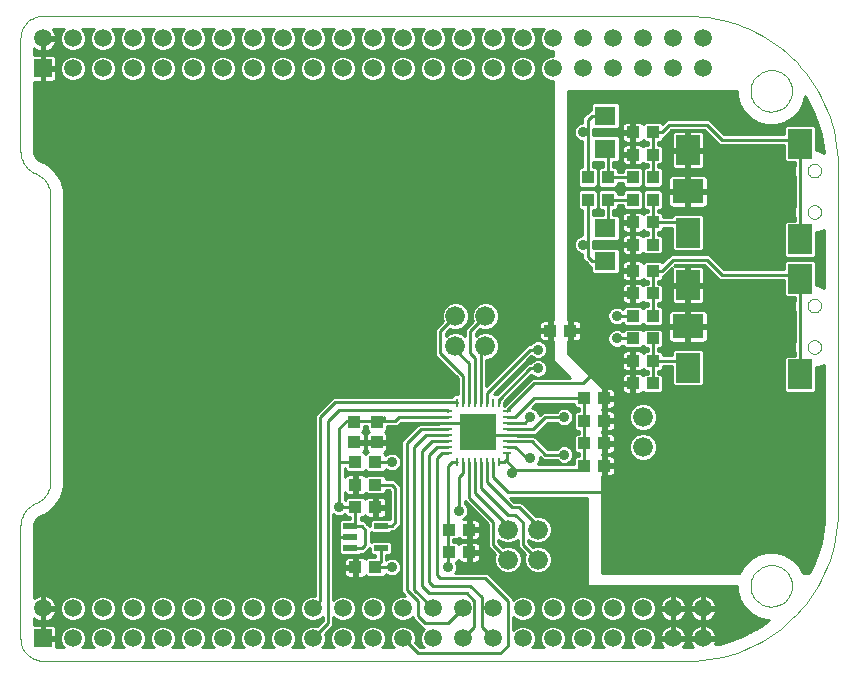
<source format=gbl>
G75*
G70*
%OFA0B0*%
%FSLAX24Y24*%
%IPPOS*%
%LPD*%
%AMOC8*
5,1,8,0,0,1.08239X$1,22.5*
%
%ADD10R,0.0433X0.0394*%
%ADD11R,0.0472X0.0217*%
%ADD12R,0.0315X0.0112*%
%ADD13R,0.0112X0.0315*%
%ADD14R,0.1240X0.1240*%
%ADD15C,0.0000*%
%ADD16R,0.0787X0.0984*%
%ADD17R,0.1024X0.0787*%
%ADD18R,0.0594X0.0594*%
%ADD19C,0.0594*%
%ADD20R,0.0394X0.0433*%
%ADD21R,0.0709X0.0630*%
%ADD22C,0.0660*%
%ADD23C,0.0100*%
%ADD24C,0.0357*%
D10*
X018415Y005775D03*
X019085Y005775D03*
X021540Y006275D03*
X022210Y006275D03*
X022210Y007025D03*
X021540Y007025D03*
X019085Y007775D03*
X018415Y007775D03*
X018415Y008525D03*
X019085Y008525D03*
X019085Y009275D03*
X018415Y009275D03*
X024915Y013650D03*
X025585Y013650D03*
X027665Y013400D03*
X028335Y013400D03*
X028335Y012650D03*
X027665Y012650D03*
X027665Y011900D03*
X028335Y011900D03*
X026710Y011400D03*
X026040Y011400D03*
X026040Y010650D03*
X026710Y010650D03*
X026710Y009900D03*
X026040Y009900D03*
X026040Y009150D03*
X026710Y009150D03*
X027665Y014150D03*
X028335Y014150D03*
X028335Y014900D03*
X027665Y014900D03*
X027665Y015650D03*
X028335Y015650D03*
X028335Y016525D03*
X027665Y016525D03*
X027665Y017275D03*
X028335Y017275D03*
X028335Y019525D03*
X027665Y019525D03*
X027665Y020275D03*
X028335Y020275D03*
D11*
X019262Y007149D03*
X019262Y006401D03*
X018238Y006401D03*
X018238Y006775D03*
X018238Y007149D03*
D12*
X021516Y009586D03*
X021516Y009783D03*
X021516Y009980D03*
X021516Y010177D03*
X021516Y010373D03*
X021516Y010570D03*
X021516Y010767D03*
X021516Y010964D03*
X023484Y010964D03*
X023484Y010767D03*
X023484Y010570D03*
X023484Y010373D03*
X023484Y010177D03*
X023484Y009980D03*
X023484Y009783D03*
X023484Y009586D03*
D13*
X023189Y009291D03*
X022992Y009291D03*
X022795Y009291D03*
X022598Y009291D03*
X022402Y009291D03*
X022205Y009291D03*
X022008Y009291D03*
X021811Y009291D03*
X021811Y011259D03*
X022008Y011259D03*
X022205Y011259D03*
X022402Y011259D03*
X022598Y011259D03*
X022795Y011259D03*
X022992Y011259D03*
X023189Y011259D03*
D14*
X022500Y010275D03*
D15*
X007250Y007150D02*
X007250Y003400D01*
X007252Y003346D01*
X007258Y003293D01*
X007267Y003241D01*
X007280Y003189D01*
X007297Y003138D01*
X007318Y003088D01*
X007342Y003041D01*
X007369Y002995D01*
X007400Y002951D01*
X007433Y002909D01*
X007470Y002870D01*
X007509Y002833D01*
X007551Y002800D01*
X007595Y002769D01*
X007641Y002742D01*
X007688Y002718D01*
X007738Y002697D01*
X007789Y002680D01*
X007841Y002667D01*
X007893Y002658D01*
X007946Y002652D01*
X008000Y002650D01*
X029500Y002650D01*
X031587Y005150D02*
X031589Y005202D01*
X031595Y005254D01*
X031605Y005305D01*
X031618Y005355D01*
X031636Y005405D01*
X031657Y005452D01*
X031681Y005498D01*
X031710Y005542D01*
X031741Y005584D01*
X031775Y005623D01*
X031812Y005660D01*
X031852Y005693D01*
X031895Y005724D01*
X031939Y005751D01*
X031985Y005775D01*
X032034Y005795D01*
X032083Y005811D01*
X032134Y005824D01*
X032185Y005833D01*
X032237Y005838D01*
X032289Y005839D01*
X032341Y005836D01*
X032393Y005829D01*
X032444Y005818D01*
X032494Y005804D01*
X032543Y005785D01*
X032590Y005763D01*
X032635Y005738D01*
X032679Y005709D01*
X032720Y005677D01*
X032759Y005642D01*
X032794Y005604D01*
X032827Y005563D01*
X032857Y005521D01*
X032883Y005476D01*
X032906Y005429D01*
X032925Y005380D01*
X032941Y005330D01*
X032953Y005280D01*
X032961Y005228D01*
X032965Y005176D01*
X032965Y005124D01*
X032961Y005072D01*
X032953Y005020D01*
X032941Y004970D01*
X032925Y004920D01*
X032906Y004871D01*
X032883Y004824D01*
X032857Y004779D01*
X032827Y004737D01*
X032794Y004696D01*
X032759Y004658D01*
X032720Y004623D01*
X032679Y004591D01*
X032635Y004562D01*
X032590Y004537D01*
X032543Y004515D01*
X032494Y004496D01*
X032444Y004482D01*
X032393Y004471D01*
X032341Y004464D01*
X032289Y004461D01*
X032237Y004462D01*
X032185Y004467D01*
X032134Y004476D01*
X032083Y004489D01*
X032034Y004505D01*
X031985Y004525D01*
X031939Y004549D01*
X031895Y004576D01*
X031852Y004607D01*
X031812Y004640D01*
X031775Y004677D01*
X031741Y004716D01*
X031710Y004758D01*
X031681Y004802D01*
X031657Y004848D01*
X031636Y004895D01*
X031618Y004945D01*
X031605Y004995D01*
X031595Y005046D01*
X031589Y005098D01*
X031587Y005150D01*
X029500Y002650D02*
X029738Y002656D01*
X029975Y002673D01*
X030212Y002701D01*
X030446Y002740D01*
X030679Y002791D01*
X030909Y002853D01*
X031135Y002925D01*
X031358Y003008D01*
X031577Y003102D01*
X031791Y003206D01*
X032000Y003320D01*
X032203Y003444D01*
X032400Y003577D01*
X032591Y003720D01*
X032774Y003871D01*
X032950Y004031D01*
X033119Y004200D01*
X033279Y004376D01*
X033430Y004559D01*
X033573Y004750D01*
X033706Y004947D01*
X033830Y005150D01*
X033944Y005359D01*
X034048Y005573D01*
X034142Y005792D01*
X034225Y006015D01*
X034297Y006241D01*
X034359Y006471D01*
X034410Y006704D01*
X034449Y006938D01*
X034477Y007175D01*
X034494Y007412D01*
X034500Y007650D01*
X034500Y019150D01*
X033487Y018989D02*
X033489Y019018D01*
X033495Y019047D01*
X033504Y019075D01*
X033517Y019102D01*
X033534Y019127D01*
X033553Y019149D01*
X033575Y019168D01*
X033600Y019185D01*
X033627Y019198D01*
X033655Y019207D01*
X033684Y019213D01*
X033713Y019215D01*
X033742Y019213D01*
X033771Y019207D01*
X033799Y019198D01*
X033826Y019185D01*
X033851Y019168D01*
X033873Y019149D01*
X033892Y019127D01*
X033909Y019102D01*
X033922Y019075D01*
X033931Y019047D01*
X033937Y019018D01*
X033939Y018989D01*
X033937Y018960D01*
X033931Y018931D01*
X033922Y018903D01*
X033909Y018876D01*
X033892Y018851D01*
X033873Y018829D01*
X033851Y018810D01*
X033826Y018793D01*
X033799Y018780D01*
X033771Y018771D01*
X033742Y018765D01*
X033713Y018763D01*
X033684Y018765D01*
X033655Y018771D01*
X033627Y018780D01*
X033600Y018793D01*
X033575Y018810D01*
X033553Y018829D01*
X033534Y018851D01*
X033517Y018876D01*
X033504Y018903D01*
X033495Y018931D01*
X033489Y018960D01*
X033487Y018989D01*
X033487Y017611D02*
X033489Y017640D01*
X033495Y017669D01*
X033504Y017697D01*
X033517Y017724D01*
X033534Y017749D01*
X033553Y017771D01*
X033575Y017790D01*
X033600Y017807D01*
X033627Y017820D01*
X033655Y017829D01*
X033684Y017835D01*
X033713Y017837D01*
X033742Y017835D01*
X033771Y017829D01*
X033799Y017820D01*
X033826Y017807D01*
X033851Y017790D01*
X033873Y017771D01*
X033892Y017749D01*
X033909Y017724D01*
X033922Y017697D01*
X033931Y017669D01*
X033937Y017640D01*
X033939Y017611D01*
X033937Y017582D01*
X033931Y017553D01*
X033922Y017525D01*
X033909Y017498D01*
X033892Y017473D01*
X033873Y017451D01*
X033851Y017432D01*
X033826Y017415D01*
X033799Y017402D01*
X033771Y017393D01*
X033742Y017387D01*
X033713Y017385D01*
X033684Y017387D01*
X033655Y017393D01*
X033627Y017402D01*
X033600Y017415D01*
X033575Y017432D01*
X033553Y017451D01*
X033534Y017473D01*
X033517Y017498D01*
X033504Y017525D01*
X033495Y017553D01*
X033489Y017582D01*
X033487Y017611D01*
X034500Y019150D02*
X034494Y019388D01*
X034477Y019625D01*
X034449Y019862D01*
X034410Y020096D01*
X034359Y020329D01*
X034297Y020559D01*
X034225Y020785D01*
X034142Y021008D01*
X034048Y021227D01*
X033944Y021441D01*
X033830Y021650D01*
X033706Y021853D01*
X033573Y022050D01*
X033430Y022241D01*
X033279Y022424D01*
X033119Y022600D01*
X032950Y022769D01*
X032774Y022929D01*
X032591Y023080D01*
X032400Y023223D01*
X032203Y023356D01*
X032000Y023480D01*
X031791Y023594D01*
X031577Y023698D01*
X031358Y023792D01*
X031135Y023875D01*
X030909Y023947D01*
X030679Y024009D01*
X030446Y024060D01*
X030212Y024099D01*
X029975Y024127D01*
X029738Y024144D01*
X029500Y024150D01*
X008000Y024150D01*
X007946Y024148D01*
X007893Y024142D01*
X007841Y024133D01*
X007789Y024120D01*
X007738Y024103D01*
X007688Y024082D01*
X007641Y024058D01*
X007595Y024031D01*
X007551Y024000D01*
X007509Y023967D01*
X007470Y023930D01*
X007433Y023891D01*
X007400Y023849D01*
X007369Y023805D01*
X007342Y023759D01*
X007318Y023712D01*
X007297Y023662D01*
X007280Y023611D01*
X007267Y023559D01*
X007258Y023507D01*
X007252Y023454D01*
X007250Y023400D01*
X007250Y019650D01*
X007252Y019594D01*
X007258Y019538D01*
X007267Y019482D01*
X007281Y019428D01*
X007298Y019374D01*
X007319Y019322D01*
X007343Y019272D01*
X007371Y019223D01*
X007403Y019176D01*
X007437Y019131D01*
X007474Y019089D01*
X007514Y019050D01*
X007557Y019014D01*
X007602Y018980D01*
X007650Y018950D01*
X007699Y018923D01*
X007750Y018900D01*
X007801Y018877D01*
X007850Y018850D01*
X007898Y018820D01*
X007943Y018786D01*
X007986Y018750D01*
X008026Y018711D01*
X008063Y018669D01*
X008097Y018624D01*
X008129Y018577D01*
X008157Y018528D01*
X008181Y018478D01*
X008202Y018426D01*
X008219Y018372D01*
X008233Y018318D01*
X008242Y018262D01*
X008248Y018206D01*
X008250Y018150D01*
X008250Y008650D01*
X008248Y008594D01*
X008242Y008538D01*
X008233Y008482D01*
X008219Y008428D01*
X008202Y008374D01*
X008181Y008322D01*
X008157Y008272D01*
X008129Y008223D01*
X008097Y008176D01*
X008063Y008131D01*
X008026Y008089D01*
X007986Y008050D01*
X007943Y008014D01*
X007898Y007980D01*
X007850Y007950D01*
X007801Y007923D01*
X007750Y007900D01*
X007699Y007877D01*
X007650Y007850D01*
X007602Y007820D01*
X007557Y007786D01*
X007514Y007750D01*
X007474Y007711D01*
X007437Y007669D01*
X007403Y007624D01*
X007371Y007577D01*
X007343Y007528D01*
X007319Y007478D01*
X007298Y007426D01*
X007281Y007372D01*
X007267Y007318D01*
X007258Y007262D01*
X007252Y007206D01*
X007250Y007150D01*
X031587Y021650D02*
X031589Y021702D01*
X031595Y021754D01*
X031605Y021805D01*
X031618Y021855D01*
X031636Y021905D01*
X031657Y021952D01*
X031681Y021998D01*
X031710Y022042D01*
X031741Y022084D01*
X031775Y022123D01*
X031812Y022160D01*
X031852Y022193D01*
X031895Y022224D01*
X031939Y022251D01*
X031985Y022275D01*
X032034Y022295D01*
X032083Y022311D01*
X032134Y022324D01*
X032185Y022333D01*
X032237Y022338D01*
X032289Y022339D01*
X032341Y022336D01*
X032393Y022329D01*
X032444Y022318D01*
X032494Y022304D01*
X032543Y022285D01*
X032590Y022263D01*
X032635Y022238D01*
X032679Y022209D01*
X032720Y022177D01*
X032759Y022142D01*
X032794Y022104D01*
X032827Y022063D01*
X032857Y022021D01*
X032883Y021976D01*
X032906Y021929D01*
X032925Y021880D01*
X032941Y021830D01*
X032953Y021780D01*
X032961Y021728D01*
X032965Y021676D01*
X032965Y021624D01*
X032961Y021572D01*
X032953Y021520D01*
X032941Y021470D01*
X032925Y021420D01*
X032906Y021371D01*
X032883Y021324D01*
X032857Y021279D01*
X032827Y021237D01*
X032794Y021196D01*
X032759Y021158D01*
X032720Y021123D01*
X032679Y021091D01*
X032635Y021062D01*
X032590Y021037D01*
X032543Y021015D01*
X032494Y020996D01*
X032444Y020982D01*
X032393Y020971D01*
X032341Y020964D01*
X032289Y020961D01*
X032237Y020962D01*
X032185Y020967D01*
X032134Y020976D01*
X032083Y020989D01*
X032034Y021005D01*
X031985Y021025D01*
X031939Y021049D01*
X031895Y021076D01*
X031852Y021107D01*
X031812Y021140D01*
X031775Y021177D01*
X031741Y021216D01*
X031710Y021258D01*
X031681Y021302D01*
X031657Y021348D01*
X031636Y021395D01*
X031618Y021445D01*
X031605Y021495D01*
X031595Y021546D01*
X031589Y021598D01*
X031587Y021650D01*
X033487Y014489D02*
X033489Y014518D01*
X033495Y014547D01*
X033504Y014575D01*
X033517Y014602D01*
X033534Y014627D01*
X033553Y014649D01*
X033575Y014668D01*
X033600Y014685D01*
X033627Y014698D01*
X033655Y014707D01*
X033684Y014713D01*
X033713Y014715D01*
X033742Y014713D01*
X033771Y014707D01*
X033799Y014698D01*
X033826Y014685D01*
X033851Y014668D01*
X033873Y014649D01*
X033892Y014627D01*
X033909Y014602D01*
X033922Y014575D01*
X033931Y014547D01*
X033937Y014518D01*
X033939Y014489D01*
X033937Y014460D01*
X033931Y014431D01*
X033922Y014403D01*
X033909Y014376D01*
X033892Y014351D01*
X033873Y014329D01*
X033851Y014310D01*
X033826Y014293D01*
X033799Y014280D01*
X033771Y014271D01*
X033742Y014265D01*
X033713Y014263D01*
X033684Y014265D01*
X033655Y014271D01*
X033627Y014280D01*
X033600Y014293D01*
X033575Y014310D01*
X033553Y014329D01*
X033534Y014351D01*
X033517Y014376D01*
X033504Y014403D01*
X033495Y014431D01*
X033489Y014460D01*
X033487Y014489D01*
X033487Y013111D02*
X033489Y013140D01*
X033495Y013169D01*
X033504Y013197D01*
X033517Y013224D01*
X033534Y013249D01*
X033553Y013271D01*
X033575Y013290D01*
X033600Y013307D01*
X033627Y013320D01*
X033655Y013329D01*
X033684Y013335D01*
X033713Y013337D01*
X033742Y013335D01*
X033771Y013329D01*
X033799Y013320D01*
X033826Y013307D01*
X033851Y013290D01*
X033873Y013271D01*
X033892Y013249D01*
X033909Y013224D01*
X033922Y013197D01*
X033931Y013169D01*
X033937Y013140D01*
X033939Y013111D01*
X033937Y013082D01*
X033931Y013053D01*
X033922Y013025D01*
X033909Y012998D01*
X033892Y012973D01*
X033873Y012951D01*
X033851Y012932D01*
X033826Y012915D01*
X033799Y012902D01*
X033771Y012893D01*
X033742Y012887D01*
X033713Y012885D01*
X033684Y012887D01*
X033655Y012893D01*
X033627Y012902D01*
X033600Y012915D01*
X033575Y012932D01*
X033553Y012951D01*
X033534Y012973D01*
X033517Y012998D01*
X033504Y013025D01*
X033495Y013053D01*
X033489Y013082D01*
X033487Y013111D01*
D16*
X033240Y012206D03*
X029500Y012422D03*
X029500Y015178D03*
X029500Y016922D03*
X033240Y016706D03*
X033240Y015394D03*
X029500Y019678D03*
X033240Y019894D03*
D17*
X029500Y018300D03*
X029500Y013800D03*
D18*
X008000Y022400D03*
X008000Y003400D03*
D19*
X009000Y003400D03*
X010000Y003400D03*
X011000Y003400D03*
X012000Y003400D03*
X013000Y003400D03*
X014000Y003400D03*
X015000Y003400D03*
X016000Y003400D03*
X017000Y003400D03*
X018000Y003400D03*
X019000Y003400D03*
X020000Y003400D03*
X021000Y003400D03*
X022000Y003400D03*
X023000Y003400D03*
X024000Y003400D03*
X025000Y003400D03*
X026000Y003400D03*
X027000Y003400D03*
X028000Y003400D03*
X029000Y003400D03*
X030000Y003400D03*
X030000Y004400D03*
X029000Y004400D03*
X028000Y004400D03*
X027000Y004400D03*
X026000Y004400D03*
X025000Y004400D03*
X024000Y004400D03*
X023000Y004400D03*
X022000Y004400D03*
X021000Y004400D03*
X020000Y004400D03*
X019000Y004400D03*
X018000Y004400D03*
X017000Y004400D03*
X016000Y004400D03*
X015000Y004400D03*
X014000Y004400D03*
X013000Y004400D03*
X012000Y004400D03*
X011000Y004400D03*
X010000Y004400D03*
X009000Y004400D03*
X008000Y004400D03*
X009000Y022400D03*
X010000Y022400D03*
X011000Y022400D03*
X012000Y022400D03*
X013000Y022400D03*
X014000Y022400D03*
X015000Y022400D03*
X016000Y022400D03*
X017000Y022400D03*
X018000Y022400D03*
X019000Y022400D03*
X020000Y022400D03*
X021000Y022400D03*
X022000Y022400D03*
X023000Y022400D03*
X024000Y022400D03*
X025000Y022400D03*
X026000Y022400D03*
X027000Y022400D03*
X028000Y022400D03*
X029000Y022400D03*
X030000Y022400D03*
X030000Y023400D03*
X029000Y023400D03*
X028000Y023400D03*
X027000Y023400D03*
X026000Y023400D03*
X025000Y023400D03*
X024000Y023400D03*
X023000Y023400D03*
X022000Y023400D03*
X021000Y023400D03*
X020000Y023400D03*
X019000Y023400D03*
X018000Y023400D03*
X017000Y023400D03*
X016000Y023400D03*
X015000Y023400D03*
X014000Y023400D03*
X013000Y023400D03*
X012000Y023400D03*
X011000Y023400D03*
X010000Y023400D03*
X009000Y023400D03*
X008000Y023400D03*
D20*
X018375Y010610D03*
X019125Y010610D03*
X019125Y009940D03*
X018375Y009940D03*
X026165Y018025D03*
X026835Y018025D03*
X027665Y018025D03*
X028335Y018025D03*
X028335Y018775D03*
X027665Y018775D03*
X026835Y018775D03*
X026165Y018775D03*
D21*
X026750Y019724D03*
X026750Y020826D03*
X026750Y017076D03*
X026750Y015974D03*
D22*
X022750Y014150D03*
X021750Y014150D03*
X021750Y013150D03*
X022750Y013150D03*
X028000Y010775D03*
X028000Y009775D03*
X024500Y007025D03*
X023500Y007025D03*
X023500Y006025D03*
X024500Y006025D03*
D23*
X024000Y006525D01*
X024000Y007275D01*
X023750Y007525D01*
X023500Y007525D01*
X022598Y008427D01*
X022598Y009291D01*
X022402Y009291D02*
X022402Y008248D01*
X023500Y007150D01*
X023500Y007025D01*
X023820Y006694D02*
X023820Y006450D01*
X024073Y006197D01*
X024040Y006116D01*
X024040Y005933D01*
X024110Y005764D01*
X024239Y005635D01*
X024408Y005565D01*
X024591Y005565D01*
X024761Y005635D01*
X024890Y005764D01*
X024960Y005933D01*
X024960Y006116D01*
X024890Y006286D01*
X024761Y006415D01*
X024591Y006485D01*
X024408Y006485D01*
X024328Y006452D01*
X024180Y006600D01*
X024180Y006694D01*
X024239Y006635D01*
X024408Y006565D01*
X024591Y006565D01*
X024761Y006635D01*
X024890Y006764D01*
X024960Y006933D01*
X024960Y007116D01*
X024890Y007286D01*
X024761Y007415D01*
X024591Y007485D01*
X024420Y007485D01*
X023950Y007955D01*
X023700Y007955D01*
X023560Y008095D01*
X026125Y008095D01*
X026125Y004810D01*
X026085Y004827D01*
X025915Y004827D01*
X025758Y004762D01*
X025638Y004642D01*
X025573Y004485D01*
X025573Y004315D01*
X025638Y004158D01*
X025758Y004038D01*
X025915Y003973D01*
X026085Y003973D01*
X026242Y004038D01*
X026362Y004158D01*
X026427Y004315D01*
X026427Y004485D01*
X026362Y004642D01*
X026242Y004762D01*
X026085Y004827D01*
X025915Y004827D01*
X025758Y004762D01*
X025638Y004642D01*
X025573Y004485D01*
X025573Y004315D01*
X025638Y004158D01*
X025758Y004038D01*
X025915Y003973D01*
X026085Y003973D01*
X026125Y003990D01*
X026125Y003810D01*
X026085Y003827D01*
X025915Y003827D01*
X025758Y003762D01*
X025638Y003642D01*
X025573Y003485D01*
X025573Y003315D01*
X025638Y003158D01*
X025696Y003100D01*
X025304Y003100D01*
X025362Y003158D01*
X025427Y003315D01*
X025427Y003485D01*
X025362Y003642D01*
X025242Y003762D01*
X025085Y003827D01*
X024915Y003827D01*
X024758Y003762D01*
X024638Y003642D01*
X024625Y003610D01*
X024625Y004190D01*
X024638Y004158D01*
X024758Y004038D01*
X024915Y003973D01*
X025085Y003973D01*
X025242Y004038D01*
X025362Y004158D01*
X025427Y004315D01*
X025427Y004485D01*
X025362Y004642D01*
X025242Y004762D01*
X025085Y004827D01*
X024915Y004827D01*
X024758Y004762D01*
X024638Y004642D01*
X024625Y004610D01*
X024625Y005150D01*
X031137Y005150D01*
X031137Y005000D01*
X031214Y004710D01*
X031364Y004451D01*
X031576Y004239D01*
X031836Y004089D01*
X032126Y004011D01*
X032208Y004011D01*
X031877Y003770D01*
X031241Y003446D01*
X030562Y003226D01*
X030400Y003200D01*
X030414Y003228D01*
X030436Y003295D01*
X030445Y003352D01*
X030048Y003352D01*
X030048Y003448D01*
X030445Y003448D01*
X030436Y003505D01*
X030414Y003572D01*
X030382Y003634D01*
X030341Y003691D01*
X030291Y003741D01*
X030234Y003782D01*
X030172Y003814D01*
X030105Y003836D01*
X030048Y003845D01*
X030048Y003448D01*
X029952Y003448D01*
X029952Y003352D01*
X029555Y003352D01*
X029564Y003295D01*
X029586Y003228D01*
X029618Y003166D01*
X029659Y003109D01*
X029662Y003106D01*
X029500Y003100D01*
X029332Y003100D01*
X029341Y003109D01*
X029382Y003166D01*
X029414Y003228D01*
X029436Y003295D01*
X029445Y003352D01*
X029048Y003352D01*
X029048Y003448D01*
X028952Y003448D01*
X028952Y003352D01*
X028555Y003352D01*
X028564Y003295D01*
X028586Y003228D01*
X028618Y003166D01*
X028659Y003109D01*
X028668Y003100D01*
X028304Y003100D01*
X028362Y003158D01*
X028427Y003315D01*
X028427Y003485D01*
X028362Y003642D01*
X028242Y003762D01*
X028085Y003827D01*
X027915Y003827D01*
X027758Y003762D01*
X027638Y003642D01*
X027573Y003485D01*
X027573Y003315D01*
X027638Y003158D01*
X027696Y003100D01*
X027304Y003100D01*
X027362Y003158D01*
X027427Y003315D01*
X027427Y003485D01*
X027362Y003642D01*
X027242Y003762D01*
X027085Y003827D01*
X026915Y003827D01*
X026758Y003762D01*
X026638Y003642D01*
X026573Y003485D01*
X026573Y003315D01*
X026638Y003158D01*
X026696Y003100D01*
X026304Y003100D01*
X026362Y003158D01*
X026427Y003315D01*
X026427Y003485D01*
X026362Y003642D01*
X026242Y003762D01*
X026085Y003827D01*
X025915Y003827D01*
X025758Y003762D01*
X025638Y003642D01*
X025573Y003485D01*
X025573Y003315D01*
X025638Y003158D01*
X025696Y003100D01*
X025304Y003100D01*
X025362Y003158D01*
X025427Y003315D01*
X025427Y003485D01*
X025362Y003642D01*
X025242Y003762D01*
X025085Y003827D01*
X024915Y003827D01*
X024758Y003762D01*
X024638Y003642D01*
X024573Y003485D01*
X024573Y003315D01*
X024638Y003158D01*
X024696Y003100D01*
X024304Y003100D01*
X024362Y003158D01*
X024427Y003315D01*
X024427Y003485D01*
X024362Y003642D01*
X024242Y003762D01*
X024085Y003827D01*
X023915Y003827D01*
X023758Y003762D01*
X023680Y003684D01*
X023680Y004116D01*
X023758Y004038D01*
X023915Y003973D01*
X024085Y003973D01*
X024242Y004038D01*
X024362Y004158D01*
X024427Y004315D01*
X024427Y004485D01*
X024362Y004642D01*
X024242Y004762D01*
X024085Y004827D01*
X023915Y004827D01*
X023758Y004762D01*
X023680Y004684D01*
X023680Y004725D01*
X023575Y004830D01*
X022825Y005580D01*
X021741Y005580D01*
X021761Y005600D01*
X021808Y005714D01*
X021808Y005836D01*
X021762Y005948D01*
X021811Y005948D01*
X021864Y006002D01*
X021873Y005986D01*
X021901Y005958D01*
X021935Y005938D01*
X021973Y005928D01*
X022161Y005928D01*
X022161Y006227D01*
X022258Y006227D01*
X022258Y006323D01*
X022576Y006323D01*
X022576Y006492D01*
X022566Y006530D01*
X022546Y006564D01*
X022518Y006592D01*
X022484Y006612D01*
X022446Y006622D01*
X022258Y006622D01*
X022258Y006323D01*
X022161Y006323D01*
X022161Y006622D01*
X021973Y006622D01*
X021935Y006612D01*
X021901Y006592D01*
X021873Y006564D01*
X021864Y006548D01*
X021811Y006602D01*
X021680Y006602D01*
X021680Y006698D01*
X021811Y006698D01*
X021864Y006752D01*
X021873Y006736D01*
X021901Y006708D01*
X021935Y006688D01*
X021973Y006678D01*
X022161Y006678D01*
X022161Y006977D01*
X022258Y006977D01*
X022258Y007073D01*
X022576Y007073D01*
X022576Y007242D01*
X022566Y007280D01*
X022546Y007314D01*
X022518Y007342D01*
X022484Y007362D01*
X022446Y007372D01*
X022258Y007372D01*
X022258Y007073D01*
X022161Y007073D01*
X022161Y007372D01*
X022009Y007372D01*
X022050Y007389D01*
X022136Y007475D01*
X022183Y007589D01*
X022183Y007711D01*
X022136Y007825D01*
X022055Y007906D01*
X022055Y007965D01*
X022820Y007200D01*
X022820Y006450D01*
X023073Y006197D01*
X023040Y006116D01*
X023040Y005933D01*
X023110Y005764D01*
X023239Y005635D01*
X023408Y005565D01*
X023591Y005565D01*
X023761Y005635D01*
X023890Y005764D01*
X023960Y005933D01*
X023960Y006116D01*
X023890Y006286D01*
X023761Y006415D01*
X023591Y006485D01*
X023408Y006485D01*
X023328Y006452D01*
X023180Y006600D01*
X023180Y006694D01*
X023239Y006635D01*
X023408Y006565D01*
X023591Y006565D01*
X023761Y006635D01*
X023820Y006694D01*
X023820Y006681D02*
X023807Y006681D01*
X023820Y006583D02*
X023634Y006583D01*
X023594Y006484D02*
X023820Y006484D01*
X023790Y006386D02*
X023885Y006386D01*
X023889Y006287D02*
X023983Y006287D01*
X023930Y006189D02*
X024070Y006189D01*
X024040Y006090D02*
X023960Y006090D01*
X023960Y005992D02*
X024040Y005992D01*
X024057Y005893D02*
X023943Y005893D01*
X023902Y005795D02*
X024098Y005795D01*
X024178Y005696D02*
X023822Y005696D01*
X023670Y005598D02*
X024330Y005598D01*
X024670Y005598D02*
X026125Y005598D01*
X026125Y005696D02*
X024822Y005696D01*
X024902Y005795D02*
X026125Y005795D01*
X026125Y005893D02*
X024943Y005893D01*
X024960Y005992D02*
X026125Y005992D01*
X026125Y006090D02*
X024960Y006090D01*
X024930Y006189D02*
X026125Y006189D01*
X026125Y006287D02*
X024889Y006287D01*
X024790Y006386D02*
X026125Y006386D01*
X026125Y006484D02*
X024594Y006484D01*
X024634Y006583D02*
X026125Y006583D01*
X026125Y006681D02*
X024807Y006681D01*
X024896Y006780D02*
X026125Y006780D01*
X026125Y006878D02*
X024937Y006878D01*
X024960Y006977D02*
X026125Y006977D01*
X026125Y007075D02*
X024960Y007075D01*
X024936Y007174D02*
X026125Y007174D01*
X026125Y007272D02*
X024896Y007272D01*
X024805Y007371D02*
X026125Y007371D01*
X026125Y007469D02*
X024630Y007469D01*
X024337Y007568D02*
X026125Y007568D01*
X026125Y007666D02*
X024239Y007666D01*
X024140Y007765D02*
X026125Y007765D01*
X026125Y007863D02*
X024042Y007863D01*
X023875Y007775D02*
X024500Y007150D01*
X024500Y007025D01*
X024193Y006681D02*
X024180Y006681D01*
X024197Y006583D02*
X024366Y006583D01*
X024406Y006484D02*
X024296Y006484D01*
X023500Y006025D02*
X023000Y006525D01*
X023000Y007275D01*
X022205Y008070D01*
X022205Y009291D01*
X022008Y009291D02*
X022008Y008908D01*
X021875Y008775D01*
X021875Y007650D01*
X022161Y007765D02*
X022256Y007765D01*
X022183Y007666D02*
X022354Y007666D01*
X022453Y007568D02*
X022175Y007568D01*
X022130Y007469D02*
X022551Y007469D01*
X022650Y007371D02*
X022451Y007371D01*
X022568Y007272D02*
X022748Y007272D01*
X022820Y007174D02*
X022576Y007174D01*
X022576Y007075D02*
X022820Y007075D01*
X022820Y006977D02*
X022576Y006977D01*
X022258Y006977D01*
X022258Y006678D01*
X022446Y006678D01*
X022484Y006688D01*
X022518Y006708D01*
X022546Y006736D01*
X022566Y006770D01*
X022576Y006808D01*
X022576Y006977D01*
X022576Y006878D02*
X022820Y006878D01*
X022820Y006780D02*
X022568Y006780D01*
X022457Y006681D02*
X022820Y006681D01*
X022820Y006583D02*
X022528Y006583D01*
X022576Y006484D02*
X022820Y006484D01*
X022885Y006386D02*
X022576Y006386D01*
X022576Y006227D02*
X022258Y006227D01*
X022258Y005928D01*
X022446Y005928D01*
X022484Y005938D01*
X022518Y005958D01*
X022546Y005986D01*
X022566Y006020D01*
X022576Y006058D01*
X022576Y006227D01*
X022576Y006189D02*
X023070Y006189D01*
X023040Y006090D02*
X022576Y006090D01*
X022549Y005992D02*
X023040Y005992D01*
X023057Y005893D02*
X021785Y005893D01*
X021808Y005795D02*
X023098Y005795D01*
X023178Y005696D02*
X021801Y005696D01*
X021759Y005598D02*
X023330Y005598D01*
X023103Y005302D02*
X026125Y005302D01*
X026125Y005204D02*
X023201Y005204D01*
X023300Y005105D02*
X026125Y005105D01*
X026125Y005007D02*
X023398Y005007D01*
X023497Y004908D02*
X026125Y004908D01*
X026127Y004810D02*
X026873Y004810D01*
X026915Y004827D02*
X026758Y004762D01*
X026638Y004642D01*
X026573Y004485D01*
X026573Y004315D01*
X026638Y004158D01*
X026758Y004038D01*
X026915Y003973D01*
X027085Y003973D01*
X027242Y004038D01*
X027362Y004158D01*
X027427Y004315D01*
X027427Y004485D01*
X027362Y004642D01*
X027242Y004762D01*
X027085Y004827D01*
X026915Y004827D01*
X027127Y004810D02*
X027873Y004810D01*
X027915Y004827D02*
X027758Y004762D01*
X027638Y004642D01*
X027573Y004485D01*
X027573Y004315D01*
X027638Y004158D01*
X027758Y004038D01*
X027915Y003973D01*
X028085Y003973D01*
X028242Y004038D01*
X028362Y004158D01*
X028427Y004315D01*
X028427Y004485D01*
X028362Y004642D01*
X028242Y004762D01*
X028085Y004827D01*
X027915Y004827D01*
X028127Y004810D02*
X028819Y004810D01*
X028828Y004814D02*
X028766Y004782D01*
X028709Y004741D01*
X028659Y004691D01*
X028618Y004634D01*
X028586Y004572D01*
X028564Y004505D01*
X028555Y004448D01*
X028952Y004448D01*
X028952Y004352D01*
X029048Y004352D01*
X029048Y004448D01*
X029445Y004448D01*
X029436Y004505D01*
X029414Y004572D01*
X029382Y004634D01*
X029341Y004691D01*
X029291Y004741D01*
X029234Y004782D01*
X029172Y004814D01*
X029105Y004836D01*
X029048Y004845D01*
X029048Y004448D01*
X028952Y004448D01*
X028952Y004845D01*
X028895Y004836D01*
X028828Y004814D01*
X028952Y004810D02*
X029048Y004810D01*
X029048Y004711D02*
X028952Y004711D01*
X028952Y004613D02*
X029048Y004613D01*
X029048Y004514D02*
X028952Y004514D01*
X028952Y004416D02*
X028427Y004416D01*
X028415Y004514D02*
X028567Y004514D01*
X028607Y004613D02*
X028374Y004613D01*
X028293Y004711D02*
X028679Y004711D01*
X029048Y004416D02*
X029952Y004416D01*
X029952Y004448D02*
X029952Y004352D01*
X030048Y004352D01*
X030048Y004448D01*
X030445Y004448D01*
X030436Y004505D01*
X030414Y004572D01*
X030382Y004634D01*
X030341Y004691D01*
X030291Y004741D01*
X030234Y004782D01*
X030172Y004814D01*
X030105Y004836D01*
X030048Y004845D01*
X030048Y004448D01*
X029952Y004448D01*
X029555Y004448D01*
X029564Y004505D01*
X029586Y004572D01*
X029618Y004634D01*
X029659Y004691D01*
X029709Y004741D01*
X029766Y004782D01*
X029828Y004814D01*
X029895Y004836D01*
X029952Y004845D01*
X029952Y004448D01*
X029952Y004514D02*
X030048Y004514D01*
X030048Y004416D02*
X031399Y004416D01*
X031328Y004514D02*
X030433Y004514D01*
X030393Y004613D02*
X031271Y004613D01*
X031214Y004711D02*
X030321Y004711D01*
X030181Y004810D02*
X031188Y004810D01*
X031161Y004908D02*
X024625Y004908D01*
X024625Y004810D02*
X024873Y004810D01*
X024127Y004810D01*
X024293Y004711D02*
X024707Y004711D01*
X024625Y004711D01*
X024638Y004642D02*
X024758Y004762D01*
X024915Y004827D01*
X025085Y004827D01*
X025242Y004762D01*
X025362Y004642D01*
X025427Y004485D01*
X025427Y004315D01*
X025362Y004158D01*
X025242Y004038D01*
X025085Y003973D01*
X024915Y003973D01*
X024758Y004038D01*
X024638Y004158D01*
X024573Y004315D01*
X024573Y004485D01*
X024638Y004642D01*
X024625Y004613D02*
X024626Y004613D01*
X024374Y004613D01*
X024415Y004514D02*
X024585Y004514D01*
X024573Y004416D02*
X024427Y004416D01*
X024427Y004317D02*
X024573Y004317D01*
X024613Y004219D02*
X024387Y004219D01*
X024324Y004120D02*
X024676Y004120D01*
X024625Y004120D01*
X024625Y004022D02*
X024798Y004022D01*
X024202Y004022D01*
X024091Y003825D02*
X024909Y003825D01*
X024625Y003825D01*
X024625Y003923D02*
X032087Y003923D01*
X032087Y004022D02*
X030239Y004022D01*
X030234Y004018D02*
X030291Y004059D01*
X030341Y004109D01*
X030382Y004166D01*
X030414Y004228D01*
X030436Y004295D01*
X030445Y004352D01*
X030048Y004352D01*
X030048Y003955D01*
X030105Y003964D01*
X030172Y003986D01*
X030234Y004018D01*
X030349Y004120D02*
X031782Y004120D01*
X031611Y004219D02*
X030409Y004219D01*
X030439Y004317D02*
X031498Y004317D01*
X031790Y003726D02*
X030306Y003726D01*
X030386Y003628D02*
X031597Y003628D01*
X031403Y003529D02*
X030428Y003529D01*
X030442Y003332D02*
X030889Y003332D01*
X030586Y003234D02*
X030416Y003234D01*
X030048Y003431D02*
X031192Y003431D01*
X031952Y003825D02*
X030140Y003825D01*
X030048Y003825D02*
X029952Y003825D01*
X029952Y003845D02*
X029895Y003836D01*
X029828Y003814D01*
X029766Y003782D01*
X029709Y003741D01*
X029659Y003691D01*
X029618Y003634D01*
X029586Y003572D01*
X029564Y003505D01*
X029555Y003448D01*
X029952Y003448D01*
X029952Y003845D01*
X029860Y003825D02*
X029140Y003825D01*
X029172Y003814D02*
X029105Y003836D01*
X029048Y003845D01*
X029048Y003448D01*
X029445Y003448D01*
X029436Y003505D01*
X029414Y003572D01*
X029382Y003634D01*
X029341Y003691D01*
X029291Y003741D01*
X029234Y003782D01*
X029172Y003814D01*
X029048Y003825D02*
X028952Y003825D01*
X028952Y003845D02*
X028895Y003836D01*
X028828Y003814D01*
X028766Y003782D01*
X028709Y003741D01*
X028659Y003691D01*
X028618Y003634D01*
X028586Y003572D01*
X028564Y003505D01*
X028555Y003448D01*
X028952Y003448D01*
X028952Y003845D01*
X028860Y003825D02*
X028091Y003825D01*
X027909Y003825D02*
X027091Y003825D01*
X026909Y003825D02*
X026091Y003825D01*
X026125Y003825D01*
X026125Y003923D02*
X023680Y003923D01*
X023680Y003825D02*
X023909Y003825D01*
X023722Y003726D02*
X023680Y003726D01*
X023680Y004022D02*
X023798Y004022D01*
X024278Y003726D02*
X024722Y003726D01*
X024625Y003726D01*
X024625Y003628D02*
X024632Y003628D01*
X024368Y003628D01*
X024409Y003529D02*
X024591Y003529D01*
X024573Y003431D02*
X024427Y003431D01*
X024427Y003332D02*
X024573Y003332D01*
X024607Y003234D02*
X024393Y003234D01*
X024339Y003135D02*
X024661Y003135D01*
X025339Y003135D02*
X025661Y003135D01*
X025339Y003135D01*
X025393Y003234D02*
X025607Y003234D01*
X025393Y003234D01*
X025427Y003332D02*
X025573Y003332D01*
X025427Y003332D01*
X025427Y003431D02*
X025573Y003431D01*
X025427Y003431D01*
X025409Y003529D02*
X025591Y003529D01*
X025409Y003529D01*
X025368Y003628D02*
X025632Y003628D01*
X025368Y003628D01*
X025278Y003726D02*
X025722Y003726D01*
X025278Y003726D01*
X025091Y003825D02*
X025909Y003825D01*
X025091Y003825D01*
X025202Y004022D02*
X025798Y004022D01*
X025202Y004022D01*
X025324Y004120D02*
X025676Y004120D01*
X025324Y004120D01*
X025387Y004219D02*
X025613Y004219D01*
X025387Y004219D01*
X025427Y004317D02*
X025573Y004317D01*
X025427Y004317D01*
X025427Y004416D02*
X025573Y004416D01*
X025427Y004416D01*
X025415Y004514D02*
X025585Y004514D01*
X025415Y004514D01*
X025374Y004613D02*
X025626Y004613D01*
X025374Y004613D01*
X025293Y004711D02*
X025707Y004711D01*
X025293Y004711D01*
X025127Y004810D02*
X025873Y004810D01*
X025127Y004810D01*
X024625Y005007D02*
X031137Y005007D01*
X031137Y005105D02*
X024625Y005105D01*
X023873Y004810D02*
X023595Y004810D01*
X023680Y004711D02*
X023707Y004711D01*
X023500Y004650D02*
X023500Y003150D01*
X023250Y002900D01*
X020500Y002900D01*
X020000Y003400D01*
X019696Y003100D02*
X019304Y003100D01*
X019362Y003158D01*
X019427Y003315D01*
X019427Y003485D01*
X019362Y003642D01*
X019242Y003762D01*
X019085Y003827D01*
X018915Y003827D01*
X018758Y003762D01*
X018638Y003642D01*
X018573Y003485D01*
X018573Y003315D01*
X018638Y003158D01*
X018696Y003100D01*
X018304Y003100D01*
X018362Y003158D01*
X018427Y003315D01*
X018427Y003485D01*
X018362Y003642D01*
X018242Y003762D01*
X018085Y003827D01*
X017915Y003827D01*
X017758Y003762D01*
X017638Y003642D01*
X017573Y003485D01*
X017573Y003315D01*
X017638Y003158D01*
X017696Y003100D01*
X017304Y003100D01*
X017362Y003158D01*
X017427Y003315D01*
X017427Y003485D01*
X017401Y003547D01*
X017575Y003720D01*
X017680Y003825D01*
X017680Y004116D01*
X017758Y004038D01*
X017915Y003973D01*
X018085Y003973D01*
X018242Y004038D01*
X018362Y004158D01*
X018427Y004315D01*
X018427Y004485D01*
X018362Y004642D01*
X018242Y004762D01*
X018085Y004827D01*
X017915Y004827D01*
X017758Y004762D01*
X017680Y004684D01*
X017680Y007534D01*
X017700Y007514D01*
X017814Y007467D01*
X017936Y007467D01*
X018050Y007514D01*
X018069Y007533D01*
X018069Y007524D01*
X018145Y007448D01*
X018235Y007448D01*
X018235Y007387D01*
X017948Y007387D01*
X017872Y007311D01*
X017872Y006987D01*
X017883Y006976D01*
X017882Y006975D01*
X017862Y006941D01*
X017852Y006903D01*
X017852Y006779D01*
X018234Y006779D01*
X018234Y006771D01*
X017852Y006771D01*
X017852Y006647D01*
X017862Y006609D01*
X017882Y006575D01*
X017883Y006574D01*
X017872Y006563D01*
X017872Y006239D01*
X017948Y006163D01*
X018528Y006163D01*
X018586Y006221D01*
X018701Y006221D01*
X018825Y006345D01*
X018896Y006416D01*
X018896Y006239D01*
X018972Y006163D01*
X019082Y006163D01*
X019082Y006102D01*
X018814Y006102D01*
X018761Y006048D01*
X018752Y006064D01*
X018724Y006092D01*
X018690Y006112D01*
X018652Y006122D01*
X018464Y006122D01*
X018464Y005823D01*
X018367Y005823D01*
X018367Y005727D01*
X018049Y005727D01*
X018049Y005558D01*
X018059Y005520D01*
X018079Y005486D01*
X018107Y005458D01*
X018141Y005438D01*
X018179Y005428D01*
X018367Y005428D01*
X018367Y005727D01*
X018464Y005727D01*
X018464Y005428D01*
X018652Y005428D01*
X018690Y005438D01*
X018724Y005458D01*
X018752Y005486D01*
X018761Y005502D01*
X018814Y005448D01*
X019355Y005448D01*
X019431Y005524D01*
X019431Y005533D01*
X019450Y005514D01*
X019564Y005467D01*
X019686Y005467D01*
X019800Y005514D01*
X019886Y005600D01*
X019933Y005714D01*
X019933Y005836D01*
X019886Y005950D01*
X019800Y006036D01*
X019686Y006083D01*
X019564Y006083D01*
X019450Y006036D01*
X019442Y006028D01*
X019442Y006163D01*
X019552Y006163D01*
X019628Y006239D01*
X019628Y006563D01*
X019552Y006639D01*
X018972Y006639D01*
X018930Y006597D01*
X018930Y006953D01*
X018972Y006911D01*
X019552Y006911D01*
X019610Y006969D01*
X019699Y006969D01*
X019825Y007095D01*
X019930Y007200D01*
X019930Y008475D01*
X019805Y008600D01*
X019700Y008705D01*
X019431Y008705D01*
X019431Y008776D01*
X019355Y008852D01*
X018814Y008852D01*
X018761Y008798D01*
X018752Y008814D01*
X018724Y008842D01*
X018690Y008862D01*
X018652Y008872D01*
X018464Y008872D01*
X018464Y008573D01*
X018367Y008573D01*
X018367Y008872D01*
X018179Y008872D01*
X018141Y008862D01*
X018107Y008842D01*
X018079Y008814D01*
X018059Y008780D01*
X018055Y008765D01*
X018055Y009095D01*
X018069Y009095D01*
X018069Y009024D01*
X018145Y008948D01*
X018686Y008948D01*
X018750Y009012D01*
X018814Y008948D01*
X019355Y008948D01*
X019431Y009024D01*
X019431Y009033D01*
X019450Y009014D01*
X019564Y008967D01*
X019686Y008967D01*
X019800Y009014D01*
X019886Y009100D01*
X019933Y009214D01*
X019933Y009336D01*
X019886Y009450D01*
X019800Y009536D01*
X019686Y009583D01*
X019564Y009583D01*
X019450Y009536D01*
X019431Y009517D01*
X019431Y009526D01*
X019374Y009583D01*
X019380Y009584D01*
X019414Y009604D01*
X019442Y009632D01*
X019462Y009666D01*
X019472Y009704D01*
X019472Y009892D01*
X019173Y009892D01*
X019173Y009989D01*
X019472Y009989D01*
X019472Y010177D01*
X019462Y010215D01*
X019442Y010249D01*
X019414Y010277D01*
X019398Y010286D01*
X019452Y010339D01*
X019452Y010470D01*
X019825Y010470D01*
X019942Y010587D01*
X021208Y010587D01*
X021208Y010570D01*
X021208Y010553D01*
X020524Y010553D01*
X020050Y010080D01*
X019945Y009975D01*
X019945Y004950D01*
X020069Y004827D01*
X019915Y004827D01*
X019758Y004762D01*
X019638Y004642D01*
X019573Y004485D01*
X019573Y004315D01*
X019638Y004158D01*
X019758Y004038D01*
X019915Y003973D01*
X020085Y003973D01*
X020242Y004038D01*
X020320Y004116D01*
X020320Y004075D01*
X020570Y003825D01*
X020675Y003720D01*
X020716Y003720D01*
X020638Y003642D01*
X020573Y003485D01*
X020573Y003315D01*
X020638Y003158D01*
X020696Y003100D01*
X020555Y003100D01*
X020401Y003253D01*
X020427Y003315D01*
X020427Y003485D01*
X020362Y003642D01*
X020242Y003762D01*
X020085Y003827D01*
X019915Y003827D01*
X019758Y003762D01*
X019638Y003642D01*
X019573Y003485D01*
X019573Y003315D01*
X019638Y003158D01*
X019696Y003100D01*
X019661Y003135D02*
X019339Y003135D01*
X019393Y003234D02*
X019607Y003234D01*
X019573Y003332D02*
X019427Y003332D01*
X019427Y003431D02*
X019573Y003431D01*
X019591Y003529D02*
X019409Y003529D01*
X019368Y003628D02*
X019632Y003628D01*
X019722Y003726D02*
X019278Y003726D01*
X019091Y003825D02*
X019909Y003825D01*
X020091Y003825D02*
X020571Y003825D01*
X020472Y003923D02*
X017680Y003923D01*
X017679Y003825D02*
X017909Y003825D01*
X018091Y003825D02*
X018909Y003825D01*
X018915Y003973D02*
X018758Y004038D01*
X018638Y004158D01*
X018573Y004315D01*
X018573Y004485D01*
X018638Y004642D01*
X018758Y004762D01*
X018915Y004827D01*
X019085Y004827D01*
X019242Y004762D01*
X019362Y004642D01*
X019427Y004485D01*
X019427Y004315D01*
X019362Y004158D01*
X019242Y004038D01*
X019085Y003973D01*
X018915Y003973D01*
X018798Y004022D02*
X018202Y004022D01*
X018324Y004120D02*
X018676Y004120D01*
X018613Y004219D02*
X018387Y004219D01*
X018427Y004317D02*
X018573Y004317D01*
X018573Y004416D02*
X018427Y004416D01*
X018415Y004514D02*
X018585Y004514D01*
X018626Y004613D02*
X018374Y004613D01*
X018293Y004711D02*
X018707Y004711D01*
X018873Y004810D02*
X018127Y004810D01*
X017873Y004810D02*
X017680Y004810D01*
X017680Y004908D02*
X019987Y004908D01*
X019945Y005007D02*
X017680Y005007D01*
X017680Y005105D02*
X019945Y005105D01*
X019945Y005204D02*
X017680Y005204D01*
X017680Y005302D02*
X019945Y005302D01*
X019945Y005401D02*
X017680Y005401D01*
X017680Y005499D02*
X018071Y005499D01*
X018049Y005598D02*
X017680Y005598D01*
X017680Y005696D02*
X018049Y005696D01*
X018049Y005823D02*
X018367Y005823D01*
X018367Y006122D01*
X018179Y006122D01*
X018141Y006112D01*
X018107Y006092D01*
X018079Y006064D01*
X018059Y006030D01*
X018049Y005992D01*
X018049Y005823D01*
X018049Y005893D02*
X017680Y005893D01*
X017680Y005795D02*
X018367Y005795D01*
X018367Y005893D02*
X018464Y005893D01*
X018464Y005992D02*
X018367Y005992D01*
X018367Y006090D02*
X018464Y006090D01*
X018554Y006189D02*
X018946Y006189D01*
X018896Y006287D02*
X018767Y006287D01*
X018865Y006386D02*
X018896Y006386D01*
X018750Y006525D02*
X018750Y007025D01*
X018625Y007150D01*
X018375Y007150D01*
X018250Y007150D01*
X018249Y007149D01*
X018238Y007149D01*
X018239Y007150D01*
X018250Y007150D01*
X018375Y007150D02*
X018415Y007190D01*
X018415Y007775D01*
X018000Y007775D01*
X017875Y007900D01*
X017875Y009275D01*
X018415Y009275D01*
X018069Y009045D02*
X018055Y009045D01*
X018055Y008947D02*
X019945Y008947D01*
X019945Y009045D02*
X019831Y009045D01*
X019904Y009144D02*
X019945Y009144D01*
X019933Y009242D02*
X019945Y009242D01*
X019932Y009341D02*
X019945Y009341D01*
X019945Y009439D02*
X019891Y009439D01*
X019945Y009538D02*
X019797Y009538D01*
X019945Y009636D02*
X019444Y009636D01*
X019453Y009538D02*
X019419Y009538D01*
X019472Y009735D02*
X019945Y009735D01*
X019945Y009833D02*
X019472Y009833D01*
X019472Y010030D02*
X020000Y010030D01*
X019945Y009932D02*
X019173Y009932D01*
X019077Y009932D02*
X018423Y009932D01*
X018423Y009892D02*
X018423Y009989D01*
X018722Y009989D01*
X018722Y010177D01*
X018712Y010215D01*
X018692Y010249D01*
X018664Y010277D01*
X018648Y010286D01*
X018702Y010339D01*
X018702Y010470D01*
X018798Y010470D01*
X018798Y010339D01*
X018852Y010286D01*
X018836Y010277D01*
X018808Y010249D01*
X018788Y010215D01*
X018778Y010177D01*
X018778Y009989D01*
X019077Y009989D01*
X019077Y009892D01*
X018778Y009892D01*
X018778Y009704D01*
X018788Y009666D01*
X018808Y009632D01*
X018836Y009604D01*
X018839Y009602D01*
X018814Y009602D01*
X018750Y009538D01*
X018686Y009602D01*
X018661Y009602D01*
X018664Y009604D01*
X018692Y009632D01*
X018712Y009666D01*
X018722Y009704D01*
X018722Y009892D01*
X018423Y009892D01*
X018722Y009833D02*
X018778Y009833D01*
X018778Y009735D02*
X018722Y009735D01*
X018694Y009636D02*
X018806Y009636D01*
X018778Y010030D02*
X018722Y010030D01*
X018722Y010129D02*
X018778Y010129D01*
X018795Y010227D02*
X018705Y010227D01*
X018688Y010326D02*
X018812Y010326D01*
X018798Y010424D02*
X018702Y010424D01*
X018625Y010650D02*
X018375Y010610D01*
X018585Y010650D01*
X018125Y010650D01*
X017875Y010400D01*
X017875Y009275D01*
X018055Y008848D02*
X018117Y008848D01*
X018367Y008848D02*
X018464Y008848D01*
X018464Y008750D02*
X018367Y008750D01*
X018367Y008651D02*
X018464Y008651D01*
X018464Y008477D02*
X018367Y008477D01*
X018367Y008178D01*
X018179Y008178D01*
X018141Y008188D01*
X018107Y008208D01*
X018079Y008236D01*
X018059Y008270D01*
X018055Y008285D01*
X018055Y008031D01*
X018069Y008017D01*
X018069Y008026D01*
X018145Y008102D01*
X018686Y008102D01*
X018739Y008048D01*
X018748Y008064D01*
X018776Y008092D01*
X018810Y008112D01*
X018848Y008122D01*
X019036Y008122D01*
X019036Y007823D01*
X019133Y007823D01*
X019451Y007823D01*
X019451Y007992D01*
X019441Y008030D01*
X019421Y008064D01*
X019393Y008092D01*
X019359Y008112D01*
X019321Y008122D01*
X019133Y008122D01*
X019133Y007823D01*
X019133Y007727D01*
X019451Y007727D01*
X019451Y007558D01*
X019441Y007520D01*
X019421Y007486D01*
X019393Y007458D01*
X019359Y007438D01*
X019321Y007428D01*
X019133Y007428D01*
X019133Y007727D01*
X019036Y007727D01*
X019036Y007428D01*
X018848Y007428D01*
X018810Y007438D01*
X018776Y007458D01*
X018748Y007486D01*
X018739Y007502D01*
X018686Y007448D01*
X018595Y007448D01*
X018595Y007330D01*
X018700Y007330D01*
X018805Y007225D01*
X018896Y007134D01*
X018896Y007311D01*
X018972Y007387D01*
X019552Y007387D01*
X019570Y007369D01*
X019570Y008325D01*
X019550Y008345D01*
X019431Y008345D01*
X019431Y008274D01*
X019355Y008198D01*
X018814Y008198D01*
X018761Y008252D01*
X018752Y008236D01*
X018724Y008208D01*
X018690Y008188D01*
X018652Y008178D01*
X018464Y008178D01*
X018464Y008477D01*
X018464Y008454D02*
X018367Y008454D01*
X018367Y008356D02*
X018464Y008356D01*
X018464Y008257D02*
X018367Y008257D01*
X018067Y008257D02*
X018055Y008257D01*
X018055Y008159D02*
X019570Y008159D01*
X019570Y008257D02*
X019414Y008257D01*
X019423Y008060D02*
X019570Y008060D01*
X019570Y007962D02*
X019451Y007962D01*
X019451Y007863D02*
X019570Y007863D01*
X019570Y007765D02*
X019133Y007765D01*
X019133Y007863D02*
X019036Y007863D01*
X019036Y007962D02*
X019133Y007962D01*
X019133Y008060D02*
X019036Y008060D01*
X018746Y008060D02*
X018728Y008060D01*
X018103Y008060D02*
X018055Y008060D01*
X017070Y008060D02*
X008562Y008060D01*
X008592Y008105D02*
X008592Y008105D01*
X008700Y008463D01*
X008700Y018337D01*
X008592Y018695D01*
X008384Y019006D01*
X008096Y019243D01*
X007923Y019315D01*
X007876Y019339D01*
X007794Y019407D01*
X007735Y019495D01*
X007704Y019597D01*
X007700Y019650D01*
X007700Y021953D01*
X007952Y021953D01*
X007952Y022352D01*
X008048Y022352D01*
X008048Y022448D01*
X007952Y022448D01*
X007952Y022847D01*
X007700Y022847D01*
X007700Y023068D01*
X007709Y023059D01*
X007766Y023018D01*
X007828Y022986D01*
X007895Y022964D01*
X007952Y022955D01*
X007952Y023352D01*
X008048Y023352D01*
X008048Y023448D01*
X008445Y023448D01*
X008436Y023505D01*
X008414Y023572D01*
X008382Y023634D01*
X008341Y023691D01*
X008332Y023700D01*
X008696Y023700D01*
X008638Y023642D01*
X008573Y023485D01*
X008573Y023315D01*
X008638Y023158D01*
X008758Y023038D01*
X008915Y022973D01*
X009085Y022973D01*
X009242Y023038D01*
X009362Y023158D01*
X009427Y023315D01*
X009427Y023485D01*
X009362Y023642D01*
X009304Y023700D01*
X009696Y023700D01*
X009638Y023642D01*
X009573Y023485D01*
X009573Y023315D01*
X009638Y023158D01*
X009758Y023038D01*
X009915Y022973D01*
X010085Y022973D01*
X010242Y023038D01*
X010362Y023158D01*
X010427Y023315D01*
X010427Y023485D01*
X010362Y023642D01*
X010304Y023700D01*
X010696Y023700D01*
X010638Y023642D01*
X010573Y023485D01*
X010573Y023315D01*
X010638Y023158D01*
X010758Y023038D01*
X010915Y022973D01*
X011085Y022973D01*
X011242Y023038D01*
X011362Y023158D01*
X011427Y023315D01*
X011427Y023485D01*
X011362Y023642D01*
X011304Y023700D01*
X011696Y023700D01*
X011638Y023642D01*
X011573Y023485D01*
X011573Y023315D01*
X011638Y023158D01*
X011758Y023038D01*
X011915Y022973D01*
X012085Y022973D01*
X012242Y023038D01*
X012362Y023158D01*
X012427Y023315D01*
X012427Y023485D01*
X012362Y023642D01*
X012304Y023700D01*
X012696Y023700D01*
X012638Y023642D01*
X012573Y023485D01*
X012573Y023315D01*
X012638Y023158D01*
X012758Y023038D01*
X012915Y022973D01*
X013085Y022973D01*
X013242Y023038D01*
X013362Y023158D01*
X013427Y023315D01*
X013427Y023485D01*
X013362Y023642D01*
X013304Y023700D01*
X013696Y023700D01*
X013638Y023642D01*
X013573Y023485D01*
X013573Y023315D01*
X013638Y023158D01*
X013758Y023038D01*
X013915Y022973D01*
X014085Y022973D01*
X014242Y023038D01*
X014362Y023158D01*
X014427Y023315D01*
X014427Y023485D01*
X014362Y023642D01*
X014304Y023700D01*
X014696Y023700D01*
X014638Y023642D01*
X014573Y023485D01*
X014573Y023315D01*
X014638Y023158D01*
X014758Y023038D01*
X014915Y022973D01*
X015085Y022973D01*
X015242Y023038D01*
X015362Y023158D01*
X015427Y023315D01*
X015427Y023485D01*
X015362Y023642D01*
X015304Y023700D01*
X015696Y023700D01*
X015638Y023642D01*
X015573Y023485D01*
X015573Y023315D01*
X015638Y023158D01*
X015758Y023038D01*
X015915Y022973D01*
X016085Y022973D01*
X016242Y023038D01*
X016362Y023158D01*
X016427Y023315D01*
X016427Y023485D01*
X016362Y023642D01*
X016304Y023700D01*
X016696Y023700D01*
X016638Y023642D01*
X016573Y023485D01*
X016573Y023315D01*
X016638Y023158D01*
X016758Y023038D01*
X016915Y022973D01*
X017085Y022973D01*
X017242Y023038D01*
X017362Y023158D01*
X017427Y023315D01*
X017427Y023485D01*
X017362Y023642D01*
X017304Y023700D01*
X017696Y023700D01*
X017638Y023642D01*
X017573Y023485D01*
X017573Y023315D01*
X017638Y023158D01*
X017758Y023038D01*
X017915Y022973D01*
X018085Y022973D01*
X018242Y023038D01*
X018362Y023158D01*
X018427Y023315D01*
X018427Y023485D01*
X018362Y023642D01*
X018304Y023700D01*
X018696Y023700D01*
X018638Y023642D01*
X018573Y023485D01*
X018573Y023315D01*
X018638Y023158D01*
X018758Y023038D01*
X018915Y022973D01*
X019085Y022973D01*
X019242Y023038D01*
X019362Y023158D01*
X019427Y023315D01*
X019427Y023485D01*
X019362Y023642D01*
X019304Y023700D01*
X019696Y023700D01*
X019638Y023642D01*
X019573Y023485D01*
X019573Y023315D01*
X019638Y023158D01*
X019758Y023038D01*
X019915Y022973D01*
X020085Y022973D01*
X020242Y023038D01*
X020362Y023158D01*
X020427Y023315D01*
X020427Y023485D01*
X020362Y023642D01*
X020304Y023700D01*
X020696Y023700D01*
X020638Y023642D01*
X020573Y023485D01*
X020573Y023315D01*
X020638Y023158D01*
X020758Y023038D01*
X020915Y022973D01*
X021085Y022973D01*
X021242Y023038D01*
X021362Y023158D01*
X021427Y023315D01*
X021427Y023485D01*
X021362Y023642D01*
X021304Y023700D01*
X021696Y023700D01*
X021638Y023642D01*
X021573Y023485D01*
X021573Y023315D01*
X021638Y023158D01*
X021758Y023038D01*
X021915Y022973D01*
X022085Y022973D01*
X022242Y023038D01*
X022362Y023158D01*
X022427Y023315D01*
X022427Y023485D01*
X022362Y023642D01*
X022304Y023700D01*
X022696Y023700D01*
X022638Y023642D01*
X022573Y023485D01*
X022573Y023315D01*
X022638Y023158D01*
X022758Y023038D01*
X022915Y022973D01*
X023085Y022973D01*
X023242Y023038D01*
X023362Y023158D01*
X023427Y023315D01*
X023427Y023485D01*
X023362Y023642D01*
X023304Y023700D01*
X023696Y023700D01*
X023638Y023642D01*
X023573Y023485D01*
X023573Y023315D01*
X023638Y023158D01*
X023758Y023038D01*
X023915Y022973D01*
X024085Y022973D01*
X024242Y023038D01*
X024362Y023158D01*
X024427Y023315D01*
X024427Y023485D01*
X024362Y023642D01*
X024304Y023700D01*
X024696Y023700D01*
X024638Y023642D01*
X024573Y023485D01*
X024573Y023315D01*
X024638Y023158D01*
X024758Y023038D01*
X024915Y022973D01*
X025000Y022973D01*
X025000Y022827D01*
X024915Y022827D01*
X024758Y022762D01*
X024638Y022642D01*
X024573Y022485D01*
X024573Y022315D01*
X024638Y022158D01*
X024758Y022038D01*
X024915Y021973D01*
X025000Y021973D01*
X025000Y013997D01*
X024964Y013997D01*
X024964Y013698D01*
X024867Y013698D01*
X024867Y013602D01*
X024549Y013602D01*
X024549Y013433D01*
X024559Y013395D01*
X024579Y013361D01*
X024607Y013333D01*
X024641Y013313D01*
X024679Y013303D01*
X024867Y013303D01*
X024867Y013602D01*
X024964Y013602D01*
X024964Y013303D01*
X025000Y013303D01*
X025000Y012650D01*
X025570Y012080D01*
X024300Y012080D01*
X024195Y011975D01*
X023375Y011155D01*
X023375Y011270D01*
X024284Y012180D01*
X024325Y012139D01*
X024439Y012092D01*
X024561Y012092D01*
X024675Y012139D01*
X024761Y012225D01*
X024808Y012339D01*
X024808Y012461D01*
X024761Y012575D01*
X024675Y012661D01*
X024561Y012708D01*
X024439Y012708D01*
X024325Y012661D01*
X024244Y012580D01*
X024175Y012580D01*
X024070Y012475D01*
X023142Y011547D01*
X023026Y011547D01*
X024284Y012805D01*
X024325Y012764D01*
X024439Y012717D01*
X024561Y012717D01*
X024675Y012764D01*
X024761Y012850D01*
X024808Y012964D01*
X024808Y013086D01*
X024761Y013200D01*
X024675Y013286D01*
X024561Y013333D01*
X024439Y013333D01*
X024325Y013286D01*
X024244Y013205D01*
X024175Y013205D01*
X024070Y013100D01*
X022778Y011808D01*
X022778Y012690D01*
X022841Y012690D01*
X023011Y012760D01*
X023140Y012889D01*
X023210Y013058D01*
X023210Y013241D01*
X023140Y013411D01*
X023011Y013540D01*
X022841Y013610D01*
X022658Y013610D01*
X022489Y013540D01*
X022430Y013481D01*
X022430Y013575D01*
X022578Y013723D01*
X022658Y013690D01*
X022841Y013690D01*
X023011Y013760D01*
X023140Y013889D01*
X023210Y014058D01*
X023210Y014241D01*
X023140Y014411D01*
X023011Y014540D01*
X022841Y014610D01*
X022658Y014610D01*
X022489Y014540D01*
X022360Y014411D01*
X022290Y014241D01*
X022290Y014058D01*
X022323Y013978D01*
X022070Y013725D01*
X022070Y013481D01*
X022011Y013540D01*
X021841Y013610D01*
X021658Y013610D01*
X021489Y013540D01*
X021430Y013481D01*
X021430Y013575D01*
X021578Y013723D01*
X021658Y013690D01*
X021841Y013690D01*
X022011Y013760D01*
X022140Y013889D01*
X022210Y014058D01*
X022210Y014241D01*
X022140Y014411D01*
X022011Y014540D01*
X021841Y014610D01*
X021658Y014610D01*
X021489Y014540D01*
X021360Y014411D01*
X021290Y014241D01*
X021290Y014058D01*
X021323Y013978D01*
X021070Y013725D01*
X021070Y012825D01*
X021175Y012720D01*
X021828Y012068D01*
X021828Y011547D01*
X021701Y011547D01*
X021625Y011471D01*
X021625Y011455D01*
X017675Y011455D01*
X017570Y011350D01*
X017070Y010850D01*
X017070Y004827D01*
X016915Y004827D01*
X016758Y004762D01*
X016638Y004642D01*
X016573Y004485D01*
X016573Y004315D01*
X016638Y004158D01*
X016758Y004038D01*
X016915Y003973D01*
X017085Y003973D01*
X017242Y004038D01*
X017320Y004116D01*
X017320Y003975D01*
X017147Y003801D01*
X017085Y003827D01*
X016915Y003827D01*
X016758Y003762D01*
X016638Y003642D01*
X016573Y003485D01*
X016573Y003315D01*
X016638Y003158D01*
X016696Y003100D01*
X016304Y003100D01*
X016362Y003158D01*
X016427Y003315D01*
X016427Y003485D01*
X016362Y003642D01*
X016242Y003762D01*
X016085Y003827D01*
X015915Y003827D01*
X015758Y003762D01*
X015638Y003642D01*
X015573Y003485D01*
X015573Y003315D01*
X015638Y003158D01*
X015696Y003100D01*
X015304Y003100D01*
X015362Y003158D01*
X015427Y003315D01*
X015427Y003485D01*
X015362Y003642D01*
X015242Y003762D01*
X015085Y003827D01*
X014915Y003827D01*
X014758Y003762D01*
X014638Y003642D01*
X014573Y003485D01*
X014573Y003315D01*
X014638Y003158D01*
X014696Y003100D01*
X014304Y003100D01*
X014362Y003158D01*
X014427Y003315D01*
X014427Y003485D01*
X014362Y003642D01*
X014242Y003762D01*
X014085Y003827D01*
X013915Y003827D01*
X013758Y003762D01*
X013638Y003642D01*
X013573Y003485D01*
X013573Y003315D01*
X013638Y003158D01*
X013696Y003100D01*
X013304Y003100D01*
X013362Y003158D01*
X013427Y003315D01*
X013427Y003485D01*
X013362Y003642D01*
X013242Y003762D01*
X013085Y003827D01*
X012915Y003827D01*
X012758Y003762D01*
X012638Y003642D01*
X012573Y003485D01*
X012573Y003315D01*
X012638Y003158D01*
X012696Y003100D01*
X012304Y003100D01*
X012362Y003158D01*
X012427Y003315D01*
X012427Y003485D01*
X012362Y003642D01*
X012242Y003762D01*
X012085Y003827D01*
X011915Y003827D01*
X011758Y003762D01*
X011638Y003642D01*
X011573Y003485D01*
X011573Y003315D01*
X011638Y003158D01*
X011696Y003100D01*
X011304Y003100D01*
X011362Y003158D01*
X011427Y003315D01*
X011427Y003485D01*
X011362Y003642D01*
X011242Y003762D01*
X011085Y003827D01*
X010915Y003827D01*
X010758Y003762D01*
X010638Y003642D01*
X010573Y003485D01*
X010573Y003315D01*
X010638Y003158D01*
X010696Y003100D01*
X010304Y003100D01*
X010362Y003158D01*
X010427Y003315D01*
X010427Y003485D01*
X010362Y003642D01*
X010242Y003762D01*
X010085Y003827D01*
X009915Y003827D01*
X009758Y003762D01*
X009638Y003642D01*
X009573Y003485D01*
X009573Y003315D01*
X009638Y003158D01*
X009696Y003100D01*
X009304Y003100D01*
X009362Y003158D01*
X009427Y003315D01*
X009427Y003485D01*
X009362Y003642D01*
X009242Y003762D01*
X009085Y003827D01*
X008915Y003827D01*
X008758Y003762D01*
X008638Y003642D01*
X008573Y003485D01*
X008573Y003315D01*
X008638Y003158D01*
X008696Y003100D01*
X008447Y003100D01*
X008447Y003352D01*
X008048Y003352D01*
X008048Y003448D01*
X007952Y003448D01*
X007952Y003847D01*
X007700Y003847D01*
X007700Y004068D01*
X007709Y004059D01*
X007766Y004018D01*
X007828Y003986D01*
X007895Y003964D01*
X007952Y003955D01*
X007952Y004352D01*
X008048Y004352D01*
X008048Y004448D01*
X007952Y004448D01*
X007952Y004845D01*
X007895Y004836D01*
X007828Y004814D01*
X007766Y004782D01*
X007709Y004741D01*
X007700Y004732D01*
X007700Y007150D01*
X007704Y007203D01*
X007735Y007305D01*
X007794Y007393D01*
X007876Y007461D01*
X007923Y007485D01*
X008096Y007557D01*
X008384Y007794D01*
X008384Y007794D01*
X008384Y007794D01*
X008592Y008105D01*
X008608Y008159D02*
X017070Y008159D01*
X017070Y008257D02*
X008638Y008257D01*
X008667Y008356D02*
X017070Y008356D01*
X017070Y008454D02*
X008697Y008454D01*
X008700Y008553D02*
X017070Y008553D01*
X017070Y008651D02*
X008700Y008651D01*
X008700Y008750D02*
X017070Y008750D01*
X017070Y008848D02*
X008700Y008848D01*
X008700Y008947D02*
X017070Y008947D01*
X017070Y009045D02*
X008700Y009045D01*
X008700Y009144D02*
X017070Y009144D01*
X017070Y009242D02*
X008700Y009242D01*
X008700Y009341D02*
X017070Y009341D01*
X017070Y009439D02*
X008700Y009439D01*
X008700Y009538D02*
X017070Y009538D01*
X017070Y009636D02*
X008700Y009636D01*
X008700Y009735D02*
X017070Y009735D01*
X017070Y009833D02*
X008700Y009833D01*
X008700Y009932D02*
X017070Y009932D01*
X017070Y010030D02*
X008700Y010030D01*
X008700Y010129D02*
X017070Y010129D01*
X017070Y010227D02*
X008700Y010227D01*
X008700Y010326D02*
X017070Y010326D01*
X017070Y010424D02*
X008700Y010424D01*
X008700Y010523D02*
X017070Y010523D01*
X017070Y010621D02*
X008700Y010621D01*
X008700Y010720D02*
X017070Y010720D01*
X017070Y010818D02*
X008700Y010818D01*
X008700Y010917D02*
X017137Y010917D01*
X017235Y011015D02*
X008700Y011015D01*
X008700Y011114D02*
X017334Y011114D01*
X017432Y011212D02*
X008700Y011212D01*
X008700Y011311D02*
X017531Y011311D01*
X017629Y011409D02*
X008700Y011409D01*
X008700Y011508D02*
X021662Y011508D01*
X021828Y011606D02*
X008700Y011606D01*
X008700Y011705D02*
X021828Y011705D01*
X021828Y011803D02*
X008700Y011803D01*
X008700Y011902D02*
X021828Y011902D01*
X021828Y012000D02*
X008700Y012000D01*
X008700Y012099D02*
X021797Y012099D01*
X021698Y012197D02*
X008700Y012197D01*
X008700Y012296D02*
X021600Y012296D01*
X021501Y012394D02*
X008700Y012394D01*
X008700Y012493D02*
X021403Y012493D01*
X021304Y012591D02*
X008700Y012591D01*
X008700Y012690D02*
X021206Y012690D01*
X021107Y012788D02*
X008700Y012788D01*
X008700Y012887D02*
X021070Y012887D01*
X021070Y012985D02*
X008700Y012985D01*
X008700Y013084D02*
X021070Y013084D01*
X021070Y013182D02*
X008700Y013182D01*
X008700Y013281D02*
X021070Y013281D01*
X021070Y013379D02*
X008700Y013379D01*
X008700Y013478D02*
X021070Y013478D01*
X021070Y013576D02*
X008700Y013576D01*
X008700Y013675D02*
X021070Y013675D01*
X021118Y013773D02*
X008700Y013773D01*
X008700Y013872D02*
X021217Y013872D01*
X021315Y013970D02*
X008700Y013970D01*
X008700Y014069D02*
X021290Y014069D01*
X021290Y014167D02*
X008700Y014167D01*
X008700Y014266D02*
X021300Y014266D01*
X021341Y014364D02*
X008700Y014364D01*
X008700Y014463D02*
X021412Y014463D01*
X021540Y014561D02*
X008700Y014561D01*
X008700Y014660D02*
X025000Y014660D01*
X025000Y014758D02*
X008700Y014758D01*
X008700Y014857D02*
X025000Y014857D01*
X025000Y014955D02*
X008700Y014955D01*
X008700Y015054D02*
X025000Y015054D01*
X025000Y015152D02*
X008700Y015152D01*
X008700Y015251D02*
X025000Y015251D01*
X025000Y015349D02*
X008700Y015349D01*
X008700Y015448D02*
X025000Y015448D01*
X025000Y015546D02*
X008700Y015546D01*
X008700Y015645D02*
X025000Y015645D01*
X025000Y015743D02*
X008700Y015743D01*
X008700Y015842D02*
X025000Y015842D01*
X025000Y015940D02*
X008700Y015940D01*
X008700Y016039D02*
X025000Y016039D01*
X025000Y016137D02*
X008700Y016137D01*
X008700Y016236D02*
X025000Y016236D01*
X025000Y016334D02*
X008700Y016334D01*
X008700Y016433D02*
X025000Y016433D01*
X025000Y016531D02*
X008700Y016531D01*
X008700Y016630D02*
X025000Y016630D01*
X025000Y016728D02*
X008700Y016728D01*
X008700Y016827D02*
X025000Y016827D01*
X025000Y016925D02*
X008700Y016925D01*
X008700Y017024D02*
X025000Y017024D01*
X025000Y017122D02*
X008700Y017122D01*
X008700Y017221D02*
X025000Y017221D01*
X025000Y017319D02*
X008700Y017319D01*
X008700Y017418D02*
X025000Y017418D01*
X025000Y017516D02*
X008700Y017516D01*
X008700Y017615D02*
X025000Y017615D01*
X025000Y017713D02*
X008700Y017713D01*
X008700Y017812D02*
X025000Y017812D01*
X025000Y017910D02*
X008700Y017910D01*
X008700Y018009D02*
X025000Y018009D01*
X025000Y018107D02*
X008700Y018107D01*
X008700Y018206D02*
X025000Y018206D01*
X025000Y018304D02*
X008700Y018304D01*
X008680Y018403D02*
X025000Y018403D01*
X025000Y018501D02*
X008650Y018501D01*
X008620Y018600D02*
X025000Y018600D01*
X025000Y018698D02*
X008589Y018698D01*
X008592Y018695D02*
X008592Y018695D01*
X008524Y018797D02*
X025000Y018797D01*
X025000Y018895D02*
X008458Y018895D01*
X008392Y018994D02*
X025000Y018994D01*
X025000Y019092D02*
X008280Y019092D01*
X008384Y019006D02*
X008384Y019006D01*
X008160Y019191D02*
X025000Y019191D01*
X025000Y019289D02*
X007986Y019289D01*
X007923Y019315D02*
X007923Y019315D01*
X007817Y019388D02*
X025000Y019388D01*
X025000Y019486D02*
X007741Y019486D01*
X007708Y019585D02*
X025000Y019585D01*
X025000Y019683D02*
X007700Y019683D01*
X007700Y019782D02*
X025000Y019782D01*
X025000Y019880D02*
X007700Y019880D01*
X007700Y019979D02*
X025000Y019979D01*
X025000Y020077D02*
X007700Y020077D01*
X007700Y020176D02*
X025000Y020176D01*
X025000Y020274D02*
X007700Y020274D01*
X007700Y020373D02*
X025000Y020373D01*
X025000Y020471D02*
X007700Y020471D01*
X007700Y020570D02*
X025000Y020570D01*
X025000Y020668D02*
X007700Y020668D01*
X007700Y020767D02*
X025000Y020767D01*
X025000Y020865D02*
X007700Y020865D01*
X007700Y020964D02*
X025000Y020964D01*
X025000Y021062D02*
X007700Y021062D01*
X007700Y021161D02*
X025000Y021161D01*
X025000Y021259D02*
X007700Y021259D01*
X007700Y021358D02*
X025000Y021358D01*
X025000Y021456D02*
X007700Y021456D01*
X007700Y021555D02*
X025000Y021555D01*
X025000Y021653D02*
X007700Y021653D01*
X007700Y021752D02*
X025000Y021752D01*
X025000Y021850D02*
X007700Y021850D01*
X007700Y021949D02*
X025000Y021949D01*
X024749Y022047D02*
X024251Y022047D01*
X024242Y022038D02*
X024362Y022158D01*
X024427Y022315D01*
X024427Y022485D01*
X024362Y022642D01*
X024242Y022762D01*
X024085Y022827D01*
X023915Y022827D01*
X023758Y022762D01*
X023638Y022642D01*
X023573Y022485D01*
X023573Y022315D01*
X023638Y022158D01*
X023758Y022038D01*
X023915Y021973D01*
X024085Y021973D01*
X024242Y022038D01*
X024349Y022146D02*
X024651Y022146D01*
X024603Y022244D02*
X024397Y022244D01*
X024427Y022343D02*
X024573Y022343D01*
X024573Y022441D02*
X024427Y022441D01*
X024404Y022540D02*
X024596Y022540D01*
X024637Y022638D02*
X024363Y022638D01*
X024267Y022737D02*
X024733Y022737D01*
X025000Y022835D02*
X008357Y022835D01*
X008355Y022837D02*
X008317Y022847D01*
X008048Y022847D01*
X008048Y022448D01*
X008447Y022448D01*
X008447Y022717D01*
X008437Y022755D01*
X008417Y022789D01*
X008389Y022817D01*
X008355Y022837D01*
X008442Y022737D02*
X008733Y022737D01*
X008758Y022762D02*
X008638Y022642D01*
X008573Y022485D01*
X008573Y022315D01*
X008638Y022158D01*
X008758Y022038D01*
X008915Y021973D01*
X009085Y021973D01*
X009242Y022038D01*
X009362Y022158D01*
X009427Y022315D01*
X009427Y022485D01*
X009362Y022642D01*
X009242Y022762D01*
X009085Y022827D01*
X008915Y022827D01*
X008758Y022762D01*
X008637Y022638D02*
X008447Y022638D01*
X008447Y022540D02*
X008596Y022540D01*
X008573Y022441D02*
X008048Y022441D01*
X008048Y022352D02*
X008447Y022352D01*
X008447Y022083D01*
X008437Y022045D01*
X008417Y022011D01*
X008389Y021983D01*
X008355Y021963D01*
X008317Y021953D01*
X008048Y021953D01*
X008048Y022352D01*
X008048Y022343D02*
X007952Y022343D01*
X007952Y022244D02*
X008048Y022244D01*
X008048Y022146D02*
X007952Y022146D01*
X007952Y022047D02*
X008048Y022047D01*
X008437Y022047D02*
X008749Y022047D01*
X008651Y022146D02*
X008447Y022146D01*
X008447Y022244D02*
X008603Y022244D01*
X008573Y022343D02*
X008447Y022343D01*
X008048Y022540D02*
X007952Y022540D01*
X007952Y022638D02*
X008048Y022638D01*
X008048Y022737D02*
X007952Y022737D01*
X007952Y022835D02*
X008048Y022835D01*
X008048Y022955D02*
X008105Y022964D01*
X008172Y022986D01*
X008234Y023018D01*
X008291Y023059D01*
X008341Y023109D01*
X008382Y023166D01*
X008414Y023228D01*
X008436Y023295D01*
X008445Y023352D01*
X008048Y023352D01*
X008048Y022955D01*
X008048Y023032D02*
X007952Y023032D01*
X007952Y023131D02*
X008048Y023131D01*
X008048Y023229D02*
X007952Y023229D01*
X007952Y023328D02*
X008048Y023328D01*
X008048Y023426D02*
X008573Y023426D01*
X008573Y023328D02*
X008441Y023328D01*
X008414Y023229D02*
X008609Y023229D01*
X008666Y023131D02*
X008357Y023131D01*
X008254Y023032D02*
X008773Y023032D01*
X009227Y023032D02*
X009773Y023032D01*
X009666Y023131D02*
X009334Y023131D01*
X009391Y023229D02*
X009609Y023229D01*
X009573Y023328D02*
X009427Y023328D01*
X009427Y023426D02*
X009573Y023426D01*
X009590Y023525D02*
X009410Y023525D01*
X009370Y023623D02*
X009630Y023623D01*
X010370Y023623D02*
X010630Y023623D01*
X010590Y023525D02*
X010410Y023525D01*
X010427Y023426D02*
X010573Y023426D01*
X010573Y023328D02*
X010427Y023328D01*
X010391Y023229D02*
X010609Y023229D01*
X010666Y023131D02*
X010334Y023131D01*
X010227Y023032D02*
X010773Y023032D01*
X010915Y022827D02*
X010758Y022762D01*
X010638Y022642D01*
X010573Y022485D01*
X010573Y022315D01*
X010638Y022158D01*
X010758Y022038D01*
X010915Y021973D01*
X011085Y021973D01*
X011242Y022038D01*
X011362Y022158D01*
X011427Y022315D01*
X011427Y022485D01*
X011362Y022642D01*
X011242Y022762D01*
X011085Y022827D01*
X010915Y022827D01*
X010733Y022737D02*
X010267Y022737D01*
X010242Y022762D02*
X010085Y022827D01*
X009915Y022827D01*
X009758Y022762D01*
X009638Y022642D01*
X009573Y022485D01*
X009573Y022315D01*
X009638Y022158D01*
X009758Y022038D01*
X009915Y021973D01*
X010085Y021973D01*
X010242Y022038D01*
X010362Y022158D01*
X010427Y022315D01*
X010427Y022485D01*
X010362Y022642D01*
X010242Y022762D01*
X010363Y022638D02*
X010637Y022638D01*
X010596Y022540D02*
X010404Y022540D01*
X010427Y022441D02*
X010573Y022441D01*
X010573Y022343D02*
X010427Y022343D01*
X010397Y022244D02*
X010603Y022244D01*
X010651Y022146D02*
X010349Y022146D01*
X010251Y022047D02*
X010749Y022047D01*
X011251Y022047D02*
X011749Y022047D01*
X011758Y022038D02*
X011915Y021973D01*
X012085Y021973D01*
X012242Y022038D01*
X012362Y022158D01*
X012427Y022315D01*
X012427Y022485D01*
X012362Y022642D01*
X012242Y022762D01*
X012085Y022827D01*
X011915Y022827D01*
X011758Y022762D01*
X011638Y022642D01*
X011573Y022485D01*
X011573Y022315D01*
X011638Y022158D01*
X011758Y022038D01*
X011651Y022146D02*
X011349Y022146D01*
X011397Y022244D02*
X011603Y022244D01*
X011573Y022343D02*
X011427Y022343D01*
X011427Y022441D02*
X011573Y022441D01*
X011596Y022540D02*
X011404Y022540D01*
X011363Y022638D02*
X011637Y022638D01*
X011733Y022737D02*
X011267Y022737D01*
X011227Y023032D02*
X011773Y023032D01*
X011666Y023131D02*
X011334Y023131D01*
X011391Y023229D02*
X011609Y023229D01*
X011573Y023328D02*
X011427Y023328D01*
X011427Y023426D02*
X011573Y023426D01*
X011590Y023525D02*
X011410Y023525D01*
X011370Y023623D02*
X011630Y023623D01*
X012370Y023623D02*
X012630Y023623D01*
X012590Y023525D02*
X012410Y023525D01*
X012427Y023426D02*
X012573Y023426D01*
X012573Y023328D02*
X012427Y023328D01*
X012391Y023229D02*
X012609Y023229D01*
X012666Y023131D02*
X012334Y023131D01*
X012227Y023032D02*
X012773Y023032D01*
X012915Y022827D02*
X012758Y022762D01*
X012638Y022642D01*
X012573Y022485D01*
X012573Y022315D01*
X012638Y022158D01*
X012758Y022038D01*
X012915Y021973D01*
X013085Y021973D01*
X013242Y022038D01*
X013362Y022158D01*
X013427Y022315D01*
X013427Y022485D01*
X013362Y022642D01*
X013242Y022762D01*
X013085Y022827D01*
X012915Y022827D01*
X012733Y022737D02*
X012267Y022737D01*
X012363Y022638D02*
X012637Y022638D01*
X012596Y022540D02*
X012404Y022540D01*
X012427Y022441D02*
X012573Y022441D01*
X012573Y022343D02*
X012427Y022343D01*
X012397Y022244D02*
X012603Y022244D01*
X012651Y022146D02*
X012349Y022146D01*
X012251Y022047D02*
X012749Y022047D01*
X013251Y022047D02*
X013749Y022047D01*
X013758Y022038D02*
X013915Y021973D01*
X014085Y021973D01*
X014242Y022038D01*
X014362Y022158D01*
X014427Y022315D01*
X014427Y022485D01*
X014362Y022642D01*
X014242Y022762D01*
X014085Y022827D01*
X013915Y022827D01*
X013758Y022762D01*
X013638Y022642D01*
X013573Y022485D01*
X013573Y022315D01*
X013638Y022158D01*
X013758Y022038D01*
X013651Y022146D02*
X013349Y022146D01*
X013397Y022244D02*
X013603Y022244D01*
X013573Y022343D02*
X013427Y022343D01*
X013427Y022441D02*
X013573Y022441D01*
X013596Y022540D02*
X013404Y022540D01*
X013363Y022638D02*
X013637Y022638D01*
X013733Y022737D02*
X013267Y022737D01*
X013227Y023032D02*
X013773Y023032D01*
X013666Y023131D02*
X013334Y023131D01*
X013391Y023229D02*
X013609Y023229D01*
X013573Y023328D02*
X013427Y023328D01*
X013427Y023426D02*
X013573Y023426D01*
X013590Y023525D02*
X013410Y023525D01*
X013370Y023623D02*
X013630Y023623D01*
X014370Y023623D02*
X014630Y023623D01*
X014590Y023525D02*
X014410Y023525D01*
X014427Y023426D02*
X014573Y023426D01*
X014573Y023328D02*
X014427Y023328D01*
X014391Y023229D02*
X014609Y023229D01*
X014666Y023131D02*
X014334Y023131D01*
X014227Y023032D02*
X014773Y023032D01*
X014915Y022827D02*
X014758Y022762D01*
X014638Y022642D01*
X014573Y022485D01*
X014573Y022315D01*
X014638Y022158D01*
X014758Y022038D01*
X014915Y021973D01*
X015085Y021973D01*
X015242Y022038D01*
X015362Y022158D01*
X015427Y022315D01*
X015427Y022485D01*
X015362Y022642D01*
X015242Y022762D01*
X015085Y022827D01*
X014915Y022827D01*
X014733Y022737D02*
X014267Y022737D01*
X014363Y022638D02*
X014637Y022638D01*
X014596Y022540D02*
X014404Y022540D01*
X014427Y022441D02*
X014573Y022441D01*
X014573Y022343D02*
X014427Y022343D01*
X014397Y022244D02*
X014603Y022244D01*
X014651Y022146D02*
X014349Y022146D01*
X014251Y022047D02*
X014749Y022047D01*
X015251Y022047D02*
X015749Y022047D01*
X015758Y022038D02*
X015915Y021973D01*
X016085Y021973D01*
X016242Y022038D01*
X016362Y022158D01*
X016427Y022315D01*
X016427Y022485D01*
X016362Y022642D01*
X016242Y022762D01*
X016085Y022827D01*
X015915Y022827D01*
X015758Y022762D01*
X015638Y022642D01*
X015573Y022485D01*
X015573Y022315D01*
X015638Y022158D01*
X015758Y022038D01*
X015651Y022146D02*
X015349Y022146D01*
X015397Y022244D02*
X015603Y022244D01*
X015573Y022343D02*
X015427Y022343D01*
X015427Y022441D02*
X015573Y022441D01*
X015596Y022540D02*
X015404Y022540D01*
X015363Y022638D02*
X015637Y022638D01*
X015733Y022737D02*
X015267Y022737D01*
X015227Y023032D02*
X015773Y023032D01*
X015666Y023131D02*
X015334Y023131D01*
X015391Y023229D02*
X015609Y023229D01*
X015573Y023328D02*
X015427Y023328D01*
X015427Y023426D02*
X015573Y023426D01*
X015590Y023525D02*
X015410Y023525D01*
X015370Y023623D02*
X015630Y023623D01*
X016370Y023623D02*
X016630Y023623D01*
X016590Y023525D02*
X016410Y023525D01*
X016427Y023426D02*
X016573Y023426D01*
X016573Y023328D02*
X016427Y023328D01*
X016391Y023229D02*
X016609Y023229D01*
X016666Y023131D02*
X016334Y023131D01*
X016227Y023032D02*
X016773Y023032D01*
X016915Y022827D02*
X016758Y022762D01*
X016638Y022642D01*
X016573Y022485D01*
X016573Y022315D01*
X016638Y022158D01*
X016758Y022038D01*
X016915Y021973D01*
X017085Y021973D01*
X017242Y022038D01*
X017362Y022158D01*
X017427Y022315D01*
X017427Y022485D01*
X017362Y022642D01*
X017242Y022762D01*
X017085Y022827D01*
X016915Y022827D01*
X016733Y022737D02*
X016267Y022737D01*
X016363Y022638D02*
X016637Y022638D01*
X016596Y022540D02*
X016404Y022540D01*
X016427Y022441D02*
X016573Y022441D01*
X016573Y022343D02*
X016427Y022343D01*
X016397Y022244D02*
X016603Y022244D01*
X016651Y022146D02*
X016349Y022146D01*
X016251Y022047D02*
X016749Y022047D01*
X017251Y022047D02*
X017749Y022047D01*
X017758Y022038D02*
X017915Y021973D01*
X018085Y021973D01*
X018242Y022038D01*
X018362Y022158D01*
X018427Y022315D01*
X018427Y022485D01*
X018362Y022642D01*
X018242Y022762D01*
X018085Y022827D01*
X017915Y022827D01*
X017758Y022762D01*
X017638Y022642D01*
X017573Y022485D01*
X017573Y022315D01*
X017638Y022158D01*
X017758Y022038D01*
X017651Y022146D02*
X017349Y022146D01*
X017397Y022244D02*
X017603Y022244D01*
X017573Y022343D02*
X017427Y022343D01*
X017427Y022441D02*
X017573Y022441D01*
X017596Y022540D02*
X017404Y022540D01*
X017363Y022638D02*
X017637Y022638D01*
X017733Y022737D02*
X017267Y022737D01*
X017227Y023032D02*
X017773Y023032D01*
X017666Y023131D02*
X017334Y023131D01*
X017391Y023229D02*
X017609Y023229D01*
X017573Y023328D02*
X017427Y023328D01*
X017427Y023426D02*
X017573Y023426D01*
X017590Y023525D02*
X017410Y023525D01*
X017370Y023623D02*
X017630Y023623D01*
X018370Y023623D02*
X018630Y023623D01*
X018590Y023525D02*
X018410Y023525D01*
X018427Y023426D02*
X018573Y023426D01*
X018573Y023328D02*
X018427Y023328D01*
X018391Y023229D02*
X018609Y023229D01*
X018666Y023131D02*
X018334Y023131D01*
X018227Y023032D02*
X018773Y023032D01*
X018915Y022827D02*
X018758Y022762D01*
X018638Y022642D01*
X018573Y022485D01*
X018573Y022315D01*
X018638Y022158D01*
X018758Y022038D01*
X018915Y021973D01*
X019085Y021973D01*
X019242Y022038D01*
X019362Y022158D01*
X019427Y022315D01*
X019427Y022485D01*
X019362Y022642D01*
X019242Y022762D01*
X019085Y022827D01*
X018915Y022827D01*
X018733Y022737D02*
X018267Y022737D01*
X018363Y022638D02*
X018637Y022638D01*
X018596Y022540D02*
X018404Y022540D01*
X018427Y022441D02*
X018573Y022441D01*
X018573Y022343D02*
X018427Y022343D01*
X018397Y022244D02*
X018603Y022244D01*
X018651Y022146D02*
X018349Y022146D01*
X018251Y022047D02*
X018749Y022047D01*
X019251Y022047D02*
X019749Y022047D01*
X019758Y022038D02*
X019915Y021973D01*
X020085Y021973D01*
X020242Y022038D01*
X020362Y022158D01*
X020427Y022315D01*
X020427Y022485D01*
X020362Y022642D01*
X020242Y022762D01*
X020085Y022827D01*
X019915Y022827D01*
X019758Y022762D01*
X019638Y022642D01*
X019573Y022485D01*
X019573Y022315D01*
X019638Y022158D01*
X019758Y022038D01*
X019651Y022146D02*
X019349Y022146D01*
X019397Y022244D02*
X019603Y022244D01*
X019573Y022343D02*
X019427Y022343D01*
X019427Y022441D02*
X019573Y022441D01*
X019596Y022540D02*
X019404Y022540D01*
X019363Y022638D02*
X019637Y022638D01*
X019733Y022737D02*
X019267Y022737D01*
X019227Y023032D02*
X019773Y023032D01*
X019666Y023131D02*
X019334Y023131D01*
X019391Y023229D02*
X019609Y023229D01*
X019573Y023328D02*
X019427Y023328D01*
X019427Y023426D02*
X019573Y023426D01*
X019590Y023525D02*
X019410Y023525D01*
X019370Y023623D02*
X019630Y023623D01*
X020370Y023623D02*
X020630Y023623D01*
X020590Y023525D02*
X020410Y023525D01*
X020427Y023426D02*
X020573Y023426D01*
X020573Y023328D02*
X020427Y023328D01*
X020391Y023229D02*
X020609Y023229D01*
X020666Y023131D02*
X020334Y023131D01*
X020227Y023032D02*
X020773Y023032D01*
X020915Y022827D02*
X020758Y022762D01*
X020638Y022642D01*
X020573Y022485D01*
X020573Y022315D01*
X020638Y022158D01*
X020758Y022038D01*
X020915Y021973D01*
X021085Y021973D01*
X021242Y022038D01*
X021362Y022158D01*
X021427Y022315D01*
X021427Y022485D01*
X021362Y022642D01*
X021242Y022762D01*
X021085Y022827D01*
X020915Y022827D01*
X020733Y022737D02*
X020267Y022737D01*
X020363Y022638D02*
X020637Y022638D01*
X020596Y022540D02*
X020404Y022540D01*
X020427Y022441D02*
X020573Y022441D01*
X020573Y022343D02*
X020427Y022343D01*
X020397Y022244D02*
X020603Y022244D01*
X020651Y022146D02*
X020349Y022146D01*
X020251Y022047D02*
X020749Y022047D01*
X021251Y022047D02*
X021749Y022047D01*
X021758Y022038D02*
X021915Y021973D01*
X022085Y021973D01*
X022242Y022038D01*
X022362Y022158D01*
X022427Y022315D01*
X022427Y022485D01*
X022362Y022642D01*
X022242Y022762D01*
X022085Y022827D01*
X021915Y022827D01*
X021758Y022762D01*
X021638Y022642D01*
X021573Y022485D01*
X021573Y022315D01*
X021638Y022158D01*
X021758Y022038D01*
X021651Y022146D02*
X021349Y022146D01*
X021397Y022244D02*
X021603Y022244D01*
X021573Y022343D02*
X021427Y022343D01*
X021427Y022441D02*
X021573Y022441D01*
X021596Y022540D02*
X021404Y022540D01*
X021363Y022638D02*
X021637Y022638D01*
X021733Y022737D02*
X021267Y022737D01*
X021227Y023032D02*
X021773Y023032D01*
X021666Y023131D02*
X021334Y023131D01*
X021391Y023229D02*
X021609Y023229D01*
X021573Y023328D02*
X021427Y023328D01*
X021427Y023426D02*
X021573Y023426D01*
X021590Y023525D02*
X021410Y023525D01*
X021370Y023623D02*
X021630Y023623D01*
X022370Y023623D02*
X022630Y023623D01*
X022590Y023525D02*
X022410Y023525D01*
X022427Y023426D02*
X022573Y023426D01*
X022573Y023328D02*
X022427Y023328D01*
X022391Y023229D02*
X022609Y023229D01*
X022666Y023131D02*
X022334Y023131D01*
X022227Y023032D02*
X022773Y023032D01*
X022915Y022827D02*
X022758Y022762D01*
X022638Y022642D01*
X022573Y022485D01*
X022573Y022315D01*
X022638Y022158D01*
X022758Y022038D01*
X022915Y021973D01*
X023085Y021973D01*
X023242Y022038D01*
X023362Y022158D01*
X023427Y022315D01*
X023427Y022485D01*
X023362Y022642D01*
X023242Y022762D01*
X023085Y022827D01*
X022915Y022827D01*
X022733Y022737D02*
X022267Y022737D01*
X022363Y022638D02*
X022637Y022638D01*
X022596Y022540D02*
X022404Y022540D01*
X022427Y022441D02*
X022573Y022441D01*
X022573Y022343D02*
X022427Y022343D01*
X022397Y022244D02*
X022603Y022244D01*
X022651Y022146D02*
X022349Y022146D01*
X022251Y022047D02*
X022749Y022047D01*
X023251Y022047D02*
X023749Y022047D01*
X023651Y022146D02*
X023349Y022146D01*
X023397Y022244D02*
X023603Y022244D01*
X023573Y022343D02*
X023427Y022343D01*
X023427Y022441D02*
X023573Y022441D01*
X023596Y022540D02*
X023404Y022540D01*
X023363Y022638D02*
X023637Y022638D01*
X023733Y022737D02*
X023267Y022737D01*
X023227Y023032D02*
X023773Y023032D01*
X023666Y023131D02*
X023334Y023131D01*
X023391Y023229D02*
X023609Y023229D01*
X023573Y023328D02*
X023427Y023328D01*
X023427Y023426D02*
X023573Y023426D01*
X023590Y023525D02*
X023410Y023525D01*
X023370Y023623D02*
X023630Y023623D01*
X024370Y023623D02*
X024630Y023623D01*
X024590Y023525D02*
X024410Y023525D01*
X024427Y023426D02*
X024573Y023426D01*
X024573Y023328D02*
X024427Y023328D01*
X024391Y023229D02*
X024609Y023229D01*
X024666Y023131D02*
X024334Y023131D01*
X024227Y023032D02*
X024773Y023032D01*
X025000Y022934D02*
X007700Y022934D01*
X007700Y023032D02*
X007746Y023032D01*
X008429Y023525D02*
X008590Y023525D01*
X008630Y023623D02*
X008388Y023623D01*
X009267Y022737D02*
X009733Y022737D01*
X009637Y022638D02*
X009363Y022638D01*
X009404Y022540D02*
X009596Y022540D01*
X009573Y022441D02*
X009427Y022441D01*
X009427Y022343D02*
X009573Y022343D01*
X009603Y022244D02*
X009397Y022244D01*
X009349Y022146D02*
X009651Y022146D01*
X009749Y022047D02*
X009251Y022047D01*
X008096Y019243D02*
X008096Y019243D01*
X017250Y010775D02*
X017750Y011275D01*
X021795Y011275D01*
X021811Y011259D01*
X022008Y011259D02*
X022008Y012142D01*
X021250Y012900D01*
X021250Y013650D01*
X021750Y014150D01*
X022173Y013970D02*
X022315Y013970D01*
X022290Y014069D02*
X022210Y014069D01*
X022210Y014167D02*
X022290Y014167D01*
X022300Y014266D02*
X022200Y014266D01*
X022159Y014364D02*
X022341Y014364D01*
X022412Y014463D02*
X022088Y014463D01*
X021960Y014561D02*
X022540Y014561D01*
X022960Y014561D02*
X025000Y014561D01*
X025000Y014463D02*
X023088Y014463D01*
X023159Y014364D02*
X025000Y014364D01*
X025000Y014266D02*
X023200Y014266D01*
X023210Y014167D02*
X025000Y014167D01*
X025000Y014069D02*
X023210Y014069D01*
X023173Y013970D02*
X024612Y013970D01*
X024607Y013967D02*
X024579Y013939D01*
X024559Y013905D01*
X024549Y013867D01*
X024549Y013698D01*
X024867Y013698D01*
X024867Y013997D01*
X024679Y013997D01*
X024641Y013987D01*
X024607Y013967D01*
X024550Y013872D02*
X023122Y013872D01*
X023024Y013773D02*
X024549Y013773D01*
X024549Y013576D02*
X022924Y013576D01*
X023073Y013478D02*
X024549Y013478D01*
X024568Y013379D02*
X023153Y013379D01*
X023194Y013281D02*
X024319Y013281D01*
X024152Y013182D02*
X023210Y013182D01*
X023210Y013084D02*
X024054Y013084D01*
X023955Y012985D02*
X023180Y012985D01*
X023137Y012887D02*
X023857Y012887D01*
X023758Y012788D02*
X023039Y012788D01*
X022778Y012690D02*
X023660Y012690D01*
X023561Y012591D02*
X022778Y012591D01*
X022778Y012493D02*
X023463Y012493D01*
X023364Y012394D02*
X022778Y012394D01*
X022778Y012296D02*
X023266Y012296D01*
X023167Y012197D02*
X022778Y012197D01*
X022778Y012099D02*
X023069Y012099D01*
X022970Y012000D02*
X022778Y012000D01*
X022778Y011902D02*
X022872Y011902D01*
X023184Y011705D02*
X023300Y011705D01*
X023283Y011803D02*
X023398Y011803D01*
X023381Y011902D02*
X023497Y011902D01*
X023480Y012000D02*
X023595Y012000D01*
X023578Y012099D02*
X023694Y012099D01*
X023677Y012197D02*
X023792Y012197D01*
X023775Y012296D02*
X023891Y012296D01*
X023874Y012394D02*
X023989Y012394D01*
X023972Y012493D02*
X024088Y012493D01*
X024071Y012591D02*
X024255Y012591D01*
X024169Y012690D02*
X024393Y012690D01*
X024301Y012788D02*
X024268Y012788D01*
X024250Y013025D02*
X024500Y013025D01*
X024250Y013025D02*
X022795Y011570D01*
X022795Y011259D01*
X022598Y011259D02*
X022598Y012998D01*
X022750Y013150D01*
X022402Y012748D02*
X022250Y012900D01*
X022250Y013650D01*
X022750Y014150D01*
X022529Y013675D02*
X024867Y013675D01*
X024867Y013773D02*
X024964Y013773D01*
X024964Y013872D02*
X024867Y013872D01*
X024867Y013970D02*
X024964Y013970D01*
X025500Y013997D02*
X025500Y021650D01*
X031137Y021650D01*
X031137Y021500D01*
X031214Y021210D01*
X031364Y020951D01*
X031576Y020739D01*
X031836Y020589D01*
X032126Y020511D01*
X032426Y020511D01*
X032715Y020589D01*
X032975Y020739D01*
X033187Y020951D01*
X033337Y021210D01*
X033407Y021473D01*
X033704Y020891D01*
X033924Y020212D01*
X034022Y019593D01*
X033847Y019665D01*
X033764Y019665D01*
X033764Y020440D01*
X033688Y020517D01*
X032793Y020517D01*
X032716Y020440D01*
X032716Y020205D01*
X030700Y020205D01*
X030200Y020705D01*
X028800Y020705D01*
X028695Y020600D01*
X028651Y020556D01*
X028605Y020602D01*
X028064Y020602D01*
X028011Y020548D01*
X028002Y020564D01*
X027974Y020592D01*
X027940Y020612D01*
X027902Y020622D01*
X027714Y020622D01*
X027714Y020323D01*
X027617Y020323D01*
X027617Y020227D01*
X027299Y020227D01*
X027299Y020058D01*
X027309Y020020D01*
X027329Y019986D01*
X027357Y019958D01*
X027391Y019938D01*
X027429Y019928D01*
X027617Y019928D01*
X027617Y020227D01*
X027714Y020227D01*
X027714Y019928D01*
X027902Y019928D01*
X027940Y019938D01*
X027974Y019958D01*
X028002Y019986D01*
X028011Y020002D01*
X028064Y019948D01*
X028155Y019948D01*
X028155Y019852D01*
X028064Y019852D01*
X028011Y019798D01*
X028002Y019814D01*
X027974Y019842D01*
X027940Y019862D01*
X027902Y019872D01*
X027714Y019872D01*
X027714Y019573D01*
X027617Y019573D01*
X027617Y019477D01*
X027299Y019477D01*
X027299Y019308D01*
X027309Y019270D01*
X027329Y019236D01*
X027357Y019208D01*
X027391Y019188D01*
X027429Y019178D01*
X027617Y019178D01*
X027617Y019477D01*
X027714Y019477D01*
X027714Y019178D01*
X027902Y019178D01*
X027940Y019188D01*
X027974Y019208D01*
X028002Y019236D01*
X028011Y019252D01*
X028064Y019198D01*
X028155Y019198D01*
X028155Y019122D01*
X028084Y019122D01*
X028008Y019045D01*
X028008Y018505D01*
X028084Y018428D01*
X028585Y018428D01*
X028661Y018505D01*
X028661Y019045D01*
X028585Y019122D01*
X028515Y019122D01*
X028515Y019198D01*
X028605Y019198D01*
X028681Y019274D01*
X028681Y019776D01*
X028605Y019852D01*
X028515Y019852D01*
X028515Y019948D01*
X028605Y019948D01*
X028681Y020024D01*
X028681Y020095D01*
X028700Y020095D01*
X028950Y020345D01*
X030050Y020345D01*
X030445Y019950D01*
X030550Y019845D01*
X032716Y019845D01*
X032716Y019349D01*
X032793Y019272D01*
X033060Y019272D01*
X033060Y019181D01*
X033036Y019124D01*
X033036Y018854D01*
X033060Y018797D01*
X033060Y017803D01*
X033036Y017746D01*
X033036Y017476D01*
X033060Y017419D01*
X033060Y017328D01*
X032793Y017328D01*
X032716Y017251D01*
X032716Y016160D01*
X032793Y016083D01*
X033688Y016083D01*
X033764Y016160D01*
X033764Y016935D01*
X033847Y016935D01*
X034050Y017019D01*
X034050Y015081D01*
X033847Y015165D01*
X033764Y015165D01*
X033764Y015940D01*
X034050Y015940D01*
X034050Y015842D02*
X033764Y015842D01*
X033764Y015940D02*
X033688Y016017D01*
X032793Y016017D01*
X032716Y015940D01*
X030465Y015940D01*
X030563Y015842D02*
X032716Y015842D01*
X032716Y015940D02*
X032716Y015705D01*
X030700Y015705D01*
X030200Y016205D01*
X028925Y016205D01*
X028820Y016100D01*
X028651Y015931D01*
X028605Y015977D01*
X028064Y015977D01*
X028011Y015923D01*
X028002Y015939D01*
X027974Y015967D01*
X027940Y015987D01*
X027902Y015997D01*
X027714Y015997D01*
X027714Y015698D01*
X027617Y015698D01*
X027617Y015602D01*
X027299Y015602D01*
X027299Y015433D01*
X027309Y015395D01*
X027329Y015361D01*
X027357Y015333D01*
X027391Y015313D01*
X027429Y015303D01*
X027617Y015303D01*
X027617Y015602D01*
X027714Y015602D01*
X027714Y015303D01*
X027902Y015303D01*
X027940Y015313D01*
X027974Y015333D01*
X028002Y015361D01*
X028011Y015377D01*
X028064Y015323D01*
X028155Y015323D01*
X028155Y015227D01*
X028064Y015227D01*
X028011Y015173D01*
X028002Y015189D01*
X027974Y015217D01*
X027940Y015237D01*
X027902Y015247D01*
X027714Y015247D01*
X027714Y014948D01*
X027617Y014948D01*
X027617Y014852D01*
X027299Y014852D01*
X027299Y014683D01*
X027309Y014645D01*
X027329Y014611D01*
X027357Y014583D01*
X027391Y014563D01*
X027429Y014553D01*
X027617Y014553D01*
X027617Y014852D01*
X027714Y014852D01*
X027714Y014553D01*
X027902Y014553D01*
X027940Y014563D01*
X027974Y014583D01*
X028002Y014611D01*
X028011Y014627D01*
X028064Y014573D01*
X028155Y014573D01*
X028155Y014477D01*
X028064Y014477D01*
X028000Y014413D01*
X027936Y014477D01*
X027395Y014477D01*
X027319Y014401D01*
X027319Y014392D01*
X027300Y014411D01*
X027186Y014458D01*
X027064Y014458D01*
X026950Y014411D01*
X026864Y014325D01*
X026817Y014211D01*
X026817Y014089D01*
X026864Y013975D01*
X026950Y013889D01*
X027064Y013842D01*
X027186Y013842D01*
X027300Y013889D01*
X027319Y013908D01*
X027319Y013899D01*
X027395Y013823D01*
X027936Y013823D01*
X028000Y013887D01*
X028064Y013823D01*
X028605Y013823D01*
X028681Y013899D01*
X028681Y014401D01*
X028605Y014477D01*
X028515Y014477D01*
X028515Y014573D01*
X028605Y014573D01*
X028681Y014649D01*
X028681Y015151D01*
X028605Y015227D01*
X028515Y015227D01*
X028515Y015323D01*
X028605Y015323D01*
X028681Y015399D01*
X028681Y015470D01*
X028700Y015470D01*
X028979Y015749D01*
X028967Y015728D01*
X028956Y015690D01*
X028956Y015228D01*
X029450Y015228D01*
X029450Y015820D01*
X029087Y015820D01*
X029048Y015810D01*
X029027Y015798D01*
X029075Y015845D01*
X030050Y015845D01*
X030445Y015450D01*
X030550Y015345D01*
X032716Y015345D01*
X032716Y014849D01*
X032793Y014772D01*
X033060Y014772D01*
X033060Y014681D01*
X033036Y014624D01*
X033036Y014354D01*
X033060Y014297D01*
X033060Y013303D01*
X033036Y013246D01*
X033036Y012976D01*
X033060Y012919D01*
X033060Y012828D01*
X032793Y012828D01*
X032716Y012751D01*
X032716Y011660D01*
X032793Y011583D01*
X033688Y011583D01*
X033764Y011660D01*
X033764Y012435D01*
X033847Y012435D01*
X034050Y012519D01*
X034050Y007650D01*
X034036Y007293D01*
X033924Y006588D01*
X033704Y005909D01*
X033534Y005575D01*
X033341Y005575D01*
X033337Y005590D01*
X033187Y005849D01*
X032975Y006061D01*
X032715Y006211D01*
X032426Y006289D01*
X032126Y006289D01*
X031836Y006211D01*
X031576Y006061D01*
X031364Y005849D01*
X031214Y005590D01*
X031210Y005575D01*
X026625Y005575D01*
X026625Y008803D01*
X026661Y008803D01*
X026661Y009102D01*
X026758Y009102D01*
X026758Y009198D01*
X027076Y009198D01*
X027076Y009367D01*
X027066Y009405D01*
X027046Y009439D01*
X027685Y009439D01*
X027739Y009385D02*
X027908Y009315D01*
X028091Y009315D01*
X028261Y009385D01*
X028390Y009514D01*
X028460Y009683D01*
X028460Y009866D01*
X028390Y010036D01*
X028261Y010165D01*
X028091Y010235D01*
X027908Y010235D01*
X027739Y010165D01*
X027610Y010036D01*
X027540Y009866D01*
X027540Y009683D01*
X027610Y009514D01*
X027739Y009385D01*
X027847Y009341D02*
X027076Y009341D01*
X027076Y009242D02*
X034050Y009242D01*
X034050Y009144D02*
X026758Y009144D01*
X026758Y009102D02*
X027076Y009102D01*
X027076Y008933D01*
X027066Y008895D01*
X027046Y008861D01*
X027018Y008833D01*
X026984Y008813D01*
X026946Y008803D01*
X026758Y008803D01*
X026758Y009102D01*
X026758Y009045D02*
X026661Y009045D01*
X026661Y008947D02*
X026758Y008947D01*
X026758Y008848D02*
X026661Y008848D01*
X026625Y008750D02*
X034050Y008750D01*
X034050Y008848D02*
X027033Y008848D01*
X027076Y008947D02*
X034050Y008947D01*
X034050Y009045D02*
X027076Y009045D01*
X026758Y009198D02*
X026661Y009198D01*
X026661Y009497D01*
X026625Y009497D01*
X026625Y009553D01*
X026661Y009553D01*
X026661Y009852D01*
X026758Y009852D01*
X026758Y009948D01*
X027076Y009948D01*
X027076Y010117D01*
X027066Y010155D01*
X027046Y010189D01*
X027018Y010217D01*
X026984Y010237D01*
X026946Y010247D01*
X026758Y010247D01*
X026758Y009948D01*
X026661Y009948D01*
X026661Y010247D01*
X026625Y010247D01*
X026625Y010303D01*
X026661Y010303D01*
X026661Y010602D01*
X026758Y010602D01*
X026758Y010698D01*
X027076Y010698D01*
X027076Y010867D01*
X027066Y010905D01*
X027046Y010939D01*
X027018Y010967D01*
X026984Y010987D01*
X026946Y010997D01*
X026758Y010997D01*
X026758Y010698D01*
X026661Y010698D01*
X026661Y010997D01*
X026625Y010997D01*
X026625Y011053D01*
X026661Y011053D01*
X026661Y011352D01*
X026758Y011352D01*
X026758Y011448D01*
X027076Y011448D01*
X027076Y011617D01*
X027066Y011655D01*
X027046Y011689D01*
X027018Y011717D01*
X026984Y011737D01*
X026946Y011747D01*
X026758Y011747D01*
X026758Y011448D01*
X026661Y011448D01*
X026661Y011747D01*
X026625Y011747D01*
X026625Y011775D01*
X025500Y012900D01*
X025500Y013303D01*
X025536Y013303D01*
X025536Y013602D01*
X025633Y013602D01*
X025633Y013698D01*
X025951Y013698D01*
X025951Y013867D01*
X025941Y013905D01*
X025921Y013939D01*
X025893Y013967D01*
X025859Y013987D01*
X025821Y013997D01*
X025633Y013997D01*
X025633Y013698D01*
X025536Y013698D01*
X025536Y013997D01*
X025500Y013997D01*
X025536Y013970D02*
X025633Y013970D01*
X025633Y013872D02*
X025536Y013872D01*
X025536Y013773D02*
X025633Y013773D01*
X025633Y013675D02*
X026982Y013675D01*
X026950Y013661D02*
X027064Y013708D01*
X027186Y013708D01*
X027300Y013661D01*
X027319Y013642D01*
X027319Y013651D01*
X027395Y013727D01*
X027936Y013727D01*
X028000Y013663D01*
X028064Y013727D01*
X028605Y013727D01*
X028681Y013651D01*
X028681Y013149D01*
X028605Y013073D01*
X028515Y013073D01*
X028515Y012977D01*
X028605Y012977D01*
X028681Y012901D01*
X028681Y012830D01*
X028976Y012830D01*
X028976Y012968D01*
X029052Y013044D01*
X029948Y013044D01*
X030024Y012968D01*
X030024Y011876D01*
X029948Y011800D01*
X029052Y011800D01*
X028976Y011876D01*
X028976Y012470D01*
X028681Y012470D01*
X028681Y012399D01*
X028605Y012323D01*
X028515Y012323D01*
X028515Y012227D01*
X028605Y012227D01*
X028681Y012151D01*
X028681Y011649D01*
X028605Y011573D01*
X028064Y011573D01*
X028011Y011627D01*
X028002Y011611D01*
X027974Y011583D01*
X027940Y011563D01*
X027902Y011553D01*
X027714Y011553D01*
X027714Y011852D01*
X027617Y011852D01*
X027299Y011852D01*
X027299Y011683D01*
X027309Y011645D01*
X027329Y011611D01*
X027357Y011583D01*
X027391Y011563D01*
X027429Y011553D01*
X027617Y011553D01*
X027617Y011852D01*
X027617Y011948D01*
X027299Y011948D01*
X027299Y012117D01*
X027309Y012155D01*
X027329Y012189D01*
X027357Y012217D01*
X027391Y012237D01*
X027429Y012247D01*
X027617Y012247D01*
X027617Y011948D01*
X027714Y011948D01*
X027714Y012247D01*
X027902Y012247D01*
X027940Y012237D01*
X027974Y012217D01*
X028002Y012189D01*
X028011Y012173D01*
X028064Y012227D01*
X028155Y012227D01*
X028155Y012323D01*
X028064Y012323D01*
X028011Y012377D01*
X028002Y012361D01*
X027974Y012333D01*
X027940Y012313D01*
X027902Y012303D01*
X027714Y012303D01*
X027714Y012602D01*
X027617Y012602D01*
X027299Y012602D01*
X027299Y012433D01*
X027309Y012395D01*
X027329Y012361D01*
X027357Y012333D01*
X027391Y012313D01*
X027429Y012303D01*
X027617Y012303D01*
X027617Y012602D01*
X027617Y012698D01*
X027299Y012698D01*
X027299Y012867D01*
X027309Y012905D01*
X027329Y012939D01*
X027357Y012967D01*
X027391Y012987D01*
X027429Y012997D01*
X027617Y012997D01*
X027617Y012698D01*
X027714Y012698D01*
X027714Y012997D01*
X027902Y012997D01*
X027940Y012987D01*
X027974Y012967D01*
X028002Y012939D01*
X028011Y012923D01*
X028064Y012977D01*
X028155Y012977D01*
X028155Y013073D01*
X028064Y013073D01*
X028000Y013137D01*
X027936Y013073D01*
X027395Y013073D01*
X027319Y013149D01*
X027319Y013158D01*
X027300Y013139D01*
X027186Y013092D01*
X027064Y013092D01*
X026950Y013139D01*
X026864Y013225D01*
X026817Y013339D01*
X026817Y013461D01*
X026864Y013575D01*
X026950Y013661D01*
X026865Y013576D02*
X025951Y013576D01*
X025951Y013602D02*
X025633Y013602D01*
X025633Y013303D01*
X025821Y013303D01*
X025859Y013313D01*
X025893Y013333D01*
X025921Y013361D01*
X025941Y013395D01*
X025951Y013433D01*
X025951Y013602D01*
X025951Y013478D02*
X026823Y013478D01*
X026817Y013379D02*
X025932Y013379D01*
X025633Y013379D02*
X025536Y013379D01*
X025536Y013478D02*
X025633Y013478D01*
X025633Y013576D02*
X025536Y013576D01*
X025500Y013281D02*
X026841Y013281D01*
X026907Y013182D02*
X025500Y013182D01*
X025500Y013084D02*
X027385Y013084D01*
X027388Y012985D02*
X025500Y012985D01*
X025513Y012887D02*
X027304Y012887D01*
X027299Y012788D02*
X025612Y012788D01*
X025710Y012690D02*
X027617Y012690D01*
X027617Y012788D02*
X027714Y012788D01*
X027714Y012887D02*
X027617Y012887D01*
X027617Y012985D02*
X027714Y012985D01*
X027943Y012985D02*
X028155Y012985D01*
X028054Y013084D02*
X027946Y013084D01*
X027665Y013400D02*
X027125Y013400D01*
X027268Y013675D02*
X027343Y013675D01*
X027347Y013872D02*
X027259Y013872D01*
X026991Y013872D02*
X025950Y013872D01*
X025951Y013773D02*
X029450Y013773D01*
X029450Y013750D02*
X028838Y013750D01*
X028838Y013387D01*
X028848Y013348D01*
X028868Y013314D01*
X028896Y013286D01*
X028930Y013267D01*
X028968Y013256D01*
X029450Y013256D01*
X029450Y013750D01*
X029550Y013750D01*
X029550Y013850D01*
X030162Y013850D01*
X030162Y014213D01*
X030152Y014252D01*
X030132Y014286D01*
X030104Y014314D01*
X030070Y014333D01*
X030032Y014344D01*
X029550Y014344D01*
X029550Y013850D01*
X029450Y013850D01*
X029450Y014344D01*
X028968Y014344D01*
X028930Y014333D01*
X028896Y014314D01*
X028868Y014286D01*
X028848Y014252D01*
X028838Y014213D01*
X028838Y013850D01*
X029450Y013850D01*
X029450Y013750D01*
X029450Y013675D02*
X029550Y013675D01*
X029550Y013750D02*
X029550Y013256D01*
X030032Y013256D01*
X030070Y013267D01*
X030104Y013286D01*
X030132Y013314D01*
X030152Y013348D01*
X030162Y013387D01*
X030162Y013750D01*
X029550Y013750D01*
X029550Y013773D02*
X033060Y013773D01*
X033060Y013675D02*
X030162Y013675D01*
X030162Y013576D02*
X033060Y013576D01*
X033060Y013478D02*
X030162Y013478D01*
X030160Y013379D02*
X033060Y013379D01*
X033051Y013281D02*
X030094Y013281D01*
X030007Y012985D02*
X033036Y012985D01*
X033036Y013084D02*
X028615Y013084D01*
X028681Y013182D02*
X033036Y013182D01*
X033060Y012887D02*
X030024Y012887D01*
X030024Y012788D02*
X032753Y012788D01*
X032716Y012690D02*
X030024Y012690D01*
X030024Y012591D02*
X032716Y012591D01*
X032716Y012493D02*
X030024Y012493D01*
X030024Y012394D02*
X032716Y012394D01*
X032716Y012296D02*
X030024Y012296D01*
X030024Y012197D02*
X032716Y012197D01*
X032716Y012099D02*
X030024Y012099D01*
X030024Y012000D02*
X032716Y012000D01*
X032716Y011902D02*
X030024Y011902D01*
X029951Y011803D02*
X032716Y011803D01*
X032716Y011705D02*
X028681Y011705D01*
X028681Y011803D02*
X029049Y011803D01*
X028976Y011902D02*
X028681Y011902D01*
X028681Y012000D02*
X028976Y012000D01*
X028976Y012099D02*
X028681Y012099D01*
X028635Y012197D02*
X028976Y012197D01*
X028976Y012296D02*
X028515Y012296D01*
X028676Y012394D02*
X028976Y012394D01*
X029272Y012650D02*
X029500Y012422D01*
X029272Y012650D02*
X028335Y012650D01*
X028335Y011900D01*
X028034Y012197D02*
X027994Y012197D01*
X028155Y012296D02*
X026104Y012296D01*
X026006Y012394D02*
X027310Y012394D01*
X027299Y012493D02*
X025907Y012493D01*
X025809Y012591D02*
X027299Y012591D01*
X027617Y012591D02*
X027714Y012591D01*
X027714Y012493D02*
X027617Y012493D01*
X027617Y012394D02*
X027714Y012394D01*
X027714Y012197D02*
X027617Y012197D01*
X027617Y012099D02*
X027714Y012099D01*
X027714Y012000D02*
X027617Y012000D01*
X027617Y011902D02*
X026498Y011902D01*
X026400Y012000D02*
X027299Y012000D01*
X027299Y012099D02*
X026301Y012099D01*
X026250Y012150D02*
X026000Y011900D01*
X024375Y011900D01*
X023484Y011009D01*
X023484Y010964D01*
X023484Y010767D02*
X023742Y010767D01*
X024375Y011400D01*
X026040Y011400D01*
X026040Y010650D01*
X026040Y009900D01*
X026040Y009150D01*
X026000Y009150D02*
X025875Y009025D01*
X023750Y009025D01*
X023625Y008900D01*
X023750Y009025D02*
X023438Y009338D01*
X023375Y009275D01*
X023205Y009275D01*
X023189Y009291D01*
X022992Y009291D02*
X022992Y008783D01*
X023500Y008275D01*
X027000Y008275D01*
X026625Y008257D02*
X034050Y008257D01*
X034050Y008159D02*
X026625Y008159D01*
X026625Y008060D02*
X034050Y008060D01*
X034050Y007962D02*
X026625Y007962D01*
X026625Y007863D02*
X034050Y007863D01*
X034050Y007765D02*
X026625Y007765D01*
X026625Y007666D02*
X034050Y007666D01*
X034047Y007568D02*
X026625Y007568D01*
X026625Y007469D02*
X034043Y007469D01*
X034039Y007371D02*
X026625Y007371D01*
X026625Y007272D02*
X034033Y007272D01*
X034017Y007174D02*
X026625Y007174D01*
X026625Y007075D02*
X034001Y007075D01*
X033986Y006977D02*
X026625Y006977D01*
X026625Y006878D02*
X033970Y006878D01*
X033955Y006780D02*
X026625Y006780D01*
X026625Y006681D02*
X033939Y006681D01*
X033923Y006583D02*
X026625Y006583D01*
X026625Y006484D02*
X033891Y006484D01*
X033859Y006386D02*
X026625Y006386D01*
X026625Y006287D02*
X032118Y006287D01*
X032433Y006287D02*
X033827Y006287D01*
X033795Y006189D02*
X032755Y006189D01*
X032925Y006090D02*
X033763Y006090D01*
X033731Y005992D02*
X033045Y005992D01*
X033143Y005893D02*
X033696Y005893D01*
X033645Y005795D02*
X033219Y005795D01*
X033276Y005696D02*
X033595Y005696D01*
X033545Y005598D02*
X033332Y005598D01*
X031796Y006189D02*
X026625Y006189D01*
X026625Y006090D02*
X031626Y006090D01*
X031506Y005992D02*
X026625Y005992D01*
X026625Y005893D02*
X031408Y005893D01*
X031333Y005795D02*
X026625Y005795D01*
X026625Y005696D02*
X031276Y005696D01*
X031219Y005598D02*
X026625Y005598D01*
X026125Y005499D02*
X022906Y005499D01*
X023004Y005401D02*
X026125Y005401D01*
X026293Y004711D02*
X026707Y004711D01*
X026626Y004613D02*
X026374Y004613D01*
X026415Y004514D02*
X026585Y004514D01*
X026573Y004416D02*
X026427Y004416D01*
X026427Y004317D02*
X026573Y004317D01*
X026613Y004219D02*
X026387Y004219D01*
X026324Y004120D02*
X026676Y004120D01*
X026798Y004022D02*
X026202Y004022D01*
X026278Y003726D02*
X026722Y003726D01*
X026632Y003628D02*
X026368Y003628D01*
X026409Y003529D02*
X026591Y003529D01*
X026573Y003431D02*
X026427Y003431D01*
X026427Y003332D02*
X026573Y003332D01*
X026607Y003234D02*
X026393Y003234D01*
X026339Y003135D02*
X026661Y003135D01*
X027339Y003135D02*
X027661Y003135D01*
X027607Y003234D02*
X027393Y003234D01*
X027427Y003332D02*
X027573Y003332D01*
X027573Y003431D02*
X027427Y003431D01*
X027409Y003529D02*
X027591Y003529D01*
X027632Y003628D02*
X027368Y003628D01*
X027278Y003726D02*
X027722Y003726D01*
X027798Y004022D02*
X027202Y004022D01*
X027324Y004120D02*
X027676Y004120D01*
X027613Y004219D02*
X027387Y004219D01*
X027427Y004317D02*
X027573Y004317D01*
X027573Y004416D02*
X027427Y004416D01*
X027415Y004514D02*
X027585Y004514D01*
X027626Y004613D02*
X027374Y004613D01*
X027293Y004711D02*
X027707Y004711D01*
X028427Y004317D02*
X028561Y004317D01*
X028564Y004295D02*
X028586Y004228D01*
X028618Y004166D01*
X028659Y004109D01*
X028709Y004059D01*
X028766Y004018D01*
X028828Y003986D01*
X028895Y003964D01*
X028952Y003955D01*
X028952Y004352D01*
X028555Y004352D01*
X028564Y004295D01*
X028591Y004219D02*
X028387Y004219D01*
X028324Y004120D02*
X028651Y004120D01*
X028761Y004022D02*
X028202Y004022D01*
X028278Y003726D02*
X028694Y003726D01*
X028614Y003628D02*
X028368Y003628D01*
X028409Y003529D02*
X028572Y003529D01*
X028427Y003431D02*
X028952Y003431D01*
X029048Y003431D02*
X029952Y003431D01*
X029952Y003529D02*
X030048Y003529D01*
X030048Y003628D02*
X029952Y003628D01*
X029952Y003726D02*
X030048Y003726D01*
X029952Y003955D02*
X029952Y004352D01*
X029555Y004352D01*
X029564Y004295D01*
X029586Y004228D01*
X029618Y004166D01*
X029659Y004109D01*
X029709Y004059D01*
X029766Y004018D01*
X029828Y003986D01*
X029895Y003964D01*
X029952Y003955D01*
X029952Y004022D02*
X030048Y004022D01*
X030048Y004120D02*
X029952Y004120D01*
X029952Y004219D02*
X030048Y004219D01*
X030048Y004317D02*
X029952Y004317D01*
X029952Y004613D02*
X030048Y004613D01*
X030048Y004711D02*
X029952Y004711D01*
X029952Y004810D02*
X030048Y004810D01*
X029819Y004810D02*
X029181Y004810D01*
X029321Y004711D02*
X029679Y004711D01*
X029607Y004613D02*
X029393Y004613D01*
X029433Y004514D02*
X029567Y004514D01*
X029561Y004317D02*
X029439Y004317D01*
X029436Y004295D02*
X029445Y004352D01*
X029048Y004352D01*
X029048Y003955D01*
X029105Y003964D01*
X029172Y003986D01*
X029234Y004018D01*
X029291Y004059D01*
X029341Y004109D01*
X029382Y004166D01*
X029414Y004228D01*
X029436Y004295D01*
X029409Y004219D02*
X029591Y004219D01*
X029651Y004120D02*
X029349Y004120D01*
X029239Y004022D02*
X029761Y004022D01*
X029694Y003726D02*
X029306Y003726D01*
X029386Y003628D02*
X029614Y003628D01*
X029572Y003529D02*
X029428Y003529D01*
X029442Y003332D02*
X029558Y003332D01*
X029584Y003234D02*
X029416Y003234D01*
X029360Y003135D02*
X029640Y003135D01*
X029048Y003529D02*
X028952Y003529D01*
X028952Y003628D02*
X029048Y003628D01*
X029048Y003726D02*
X028952Y003726D01*
X028952Y004022D02*
X029048Y004022D01*
X029048Y004120D02*
X028952Y004120D01*
X028952Y004219D02*
X029048Y004219D01*
X029048Y004317D02*
X028952Y004317D01*
X028558Y003332D02*
X028427Y003332D01*
X028393Y003234D02*
X028584Y003234D01*
X028640Y003135D02*
X028339Y003135D01*
X023500Y004650D02*
X022750Y005400D01*
X021250Y005400D01*
X021125Y005525D01*
X021125Y009400D01*
X021311Y009586D01*
X021516Y009586D01*
X021516Y009783D02*
X021133Y009783D01*
X020875Y009525D01*
X020875Y005275D01*
X021000Y005150D01*
X022250Y005150D01*
X022625Y004775D01*
X022625Y003775D01*
X023000Y003400D01*
X022375Y003775D02*
X022000Y003400D01*
X022375Y003775D02*
X022375Y004650D01*
X022125Y004900D01*
X020875Y004900D01*
X020625Y005150D01*
X020625Y009650D01*
X020955Y009980D01*
X021516Y009980D01*
X021516Y010177D02*
X020777Y010177D01*
X020375Y009775D01*
X020375Y005025D01*
X021000Y004400D01*
X020750Y003900D02*
X021500Y003900D01*
X022000Y004400D01*
X020750Y003900D02*
X020500Y004150D01*
X020500Y004650D01*
X020125Y005025D01*
X020125Y009900D01*
X020598Y010373D01*
X021516Y010373D01*
X021516Y010570D02*
X021208Y010570D01*
X021516Y010570D01*
X022205Y010570D01*
X022500Y010275D01*
X022598Y010177D01*
X023484Y010177D01*
X023792Y010177D01*
X023792Y010193D01*
X024423Y010193D01*
X024825Y010595D01*
X025119Y010595D01*
X025200Y010514D01*
X025314Y010467D01*
X025436Y010467D01*
X025550Y010514D01*
X025636Y010600D01*
X025683Y010714D01*
X025683Y010836D01*
X025636Y010950D01*
X025550Y011036D01*
X025436Y011083D01*
X025314Y011083D01*
X025200Y011036D01*
X025119Y010955D01*
X024675Y010955D01*
X024570Y010850D01*
X024558Y010838D01*
X024511Y010950D01*
X024425Y011036D01*
X024313Y011083D01*
X024450Y011220D01*
X025694Y011220D01*
X025694Y011149D01*
X025770Y011073D01*
X025860Y011073D01*
X025860Y010977D01*
X025770Y010977D01*
X025694Y010901D01*
X025694Y010399D01*
X025770Y010323D01*
X025860Y010323D01*
X025860Y010227D01*
X024457Y010227D01*
X024370Y010160D02*
X023792Y010160D01*
X023792Y010177D01*
X023484Y010177D01*
X023484Y010177D01*
X023484Y010373D02*
X024348Y010373D01*
X024750Y010775D01*
X025375Y010775D01*
X025650Y010917D02*
X025710Y010917D01*
X025694Y010818D02*
X025683Y010818D01*
X025683Y010720D02*
X025694Y010720D01*
X025694Y010621D02*
X025645Y010621D01*
X025694Y010523D02*
X025559Y010523D01*
X025694Y010424D02*
X024654Y010424D01*
X024752Y010523D02*
X025191Y010523D01*
X025179Y011015D02*
X024446Y011015D01*
X024525Y010917D02*
X024637Y010917D01*
X024343Y011114D02*
X025730Y011114D01*
X025694Y011212D02*
X024442Y011212D01*
X024250Y010775D02*
X024080Y010570D01*
X023484Y010570D01*
X023484Y009980D02*
X024295Y009980D01*
X024750Y009525D01*
X025375Y009525D01*
X025498Y009242D02*
X025694Y009242D01*
X025694Y009205D02*
X024491Y009205D01*
X024511Y009225D01*
X024558Y009339D01*
X024558Y009461D01*
X024558Y009462D01*
X024570Y009450D01*
X024675Y009345D01*
X025119Y009345D01*
X025200Y009264D01*
X025314Y009217D01*
X025436Y009217D01*
X025550Y009264D01*
X025636Y009350D01*
X025683Y009464D01*
X025683Y009586D01*
X025636Y009700D01*
X025550Y009786D01*
X025436Y009833D01*
X025314Y009833D01*
X025200Y009786D01*
X025119Y009705D01*
X024825Y009705D01*
X024370Y010160D01*
X024401Y010129D02*
X025694Y010129D01*
X025694Y010151D02*
X025694Y009649D01*
X025770Y009573D01*
X025860Y009573D01*
X025860Y009477D01*
X025770Y009477D01*
X025694Y009401D01*
X025694Y009205D01*
X025694Y009341D02*
X025627Y009341D01*
X025673Y009439D02*
X025732Y009439D01*
X025683Y009538D02*
X025860Y009538D01*
X025707Y009636D02*
X025663Y009636D01*
X025694Y009735D02*
X025602Y009735D01*
X025694Y009833D02*
X025437Y009833D01*
X025313Y009833D02*
X024697Y009833D01*
X024795Y009735D02*
X025148Y009735D01*
X025123Y009341D02*
X024558Y009341D01*
X024558Y009439D02*
X024581Y009439D01*
X024518Y009242D02*
X025252Y009242D01*
X024250Y009400D02*
X024125Y009400D01*
X023742Y009783D01*
X023484Y009783D01*
X023484Y009586D02*
X023484Y009384D01*
X023438Y009338D01*
X022795Y009291D02*
X022795Y008605D01*
X023625Y007775D01*
X023875Y007775D01*
X023693Y007962D02*
X026125Y007962D01*
X026125Y008060D02*
X023595Y008060D01*
X022157Y007863D02*
X022098Y007863D01*
X022059Y007962D02*
X022055Y007962D01*
X022161Y007371D02*
X022258Y007371D01*
X022258Y007272D02*
X022161Y007272D01*
X022161Y007174D02*
X022258Y007174D01*
X022258Y007075D02*
X022161Y007075D01*
X022161Y006977D02*
X022258Y006977D01*
X022258Y006878D02*
X022161Y006878D01*
X022161Y006780D02*
X022258Y006780D01*
X022258Y006681D02*
X022161Y006681D01*
X022161Y006583D02*
X022258Y006583D01*
X022258Y006484D02*
X022161Y006484D01*
X022161Y006386D02*
X022258Y006386D01*
X022258Y006287D02*
X022983Y006287D01*
X023197Y006583D02*
X023366Y006583D01*
X023406Y006484D02*
X023296Y006484D01*
X023193Y006681D02*
X023180Y006681D01*
X022258Y006189D02*
X022161Y006189D01*
X022161Y006090D02*
X022258Y006090D01*
X022258Y005992D02*
X022161Y005992D01*
X021870Y005992D02*
X021854Y005992D01*
X021500Y005775D02*
X021500Y009150D01*
X021641Y009291D01*
X021811Y009291D01*
X021516Y010570D02*
X021516Y010570D01*
X021516Y010767D02*
X019867Y010767D01*
X019875Y010775D01*
X019867Y010767D02*
X019750Y010650D01*
X019375Y010650D01*
X019125Y010610D01*
X019335Y010650D01*
X018625Y010650D01*
X019375Y010650D02*
X019375Y010767D01*
X019452Y010424D02*
X020394Y010424D01*
X020296Y010326D02*
X019438Y010326D01*
X019455Y010227D02*
X020197Y010227D01*
X020099Y010129D02*
X019472Y010129D01*
X019877Y010523D02*
X020493Y010523D01*
X021455Y011025D02*
X021516Y010964D01*
X021455Y011025D02*
X017875Y011025D01*
X017500Y010650D01*
X017500Y003900D01*
X017000Y003400D01*
X017393Y003234D02*
X017607Y003234D01*
X017573Y003332D02*
X017427Y003332D01*
X017427Y003431D02*
X017573Y003431D01*
X017591Y003529D02*
X017409Y003529D01*
X017482Y003628D02*
X017632Y003628D01*
X017581Y003726D02*
X017722Y003726D01*
X017680Y004022D02*
X017798Y004022D01*
X018278Y003726D02*
X018722Y003726D01*
X018632Y003628D02*
X018368Y003628D01*
X018409Y003529D02*
X018591Y003529D01*
X018573Y003431D02*
X018427Y003431D01*
X018427Y003332D02*
X018573Y003332D01*
X018607Y003234D02*
X018393Y003234D01*
X018339Y003135D02*
X018661Y003135D01*
X017661Y003135D02*
X017339Y003135D01*
X016661Y003135D02*
X016339Y003135D01*
X016393Y003234D02*
X016607Y003234D01*
X016573Y003332D02*
X016427Y003332D01*
X016427Y003431D02*
X016573Y003431D01*
X016591Y003529D02*
X016409Y003529D01*
X016368Y003628D02*
X016632Y003628D01*
X016722Y003726D02*
X016278Y003726D01*
X016091Y003825D02*
X016909Y003825D01*
X017091Y003825D02*
X017170Y003825D01*
X017268Y003923D02*
X007700Y003923D01*
X007700Y004022D02*
X007761Y004022D01*
X007952Y004022D02*
X008048Y004022D01*
X008048Y003955D02*
X008105Y003964D01*
X008172Y003986D01*
X008234Y004018D01*
X008291Y004059D01*
X008341Y004109D01*
X008382Y004166D01*
X008414Y004228D01*
X008436Y004295D01*
X008445Y004352D01*
X008048Y004352D01*
X008048Y003955D01*
X008048Y003847D02*
X008048Y003448D01*
X008447Y003448D01*
X008447Y003717D01*
X008437Y003755D01*
X008417Y003789D01*
X008389Y003817D01*
X008355Y003837D01*
X008317Y003847D01*
X008048Y003847D01*
X008048Y003825D02*
X007952Y003825D01*
X007952Y003726D02*
X008048Y003726D01*
X008048Y003628D02*
X007952Y003628D01*
X007952Y003529D02*
X008048Y003529D01*
X008048Y003431D02*
X008573Y003431D01*
X008573Y003332D02*
X008447Y003332D01*
X008447Y003234D02*
X008607Y003234D01*
X008661Y003135D02*
X008447Y003135D01*
X008447Y003529D02*
X008591Y003529D01*
X008632Y003628D02*
X008447Y003628D01*
X008444Y003726D02*
X008722Y003726D01*
X008909Y003825D02*
X008376Y003825D01*
X008239Y004022D02*
X008798Y004022D01*
X008758Y004038D02*
X008915Y003973D01*
X009085Y003973D01*
X009242Y004038D01*
X009362Y004158D01*
X009427Y004315D01*
X009427Y004485D01*
X009362Y004642D01*
X009242Y004762D01*
X009085Y004827D01*
X008915Y004827D01*
X008758Y004762D01*
X008638Y004642D01*
X008573Y004485D01*
X008573Y004315D01*
X008638Y004158D01*
X008758Y004038D01*
X008676Y004120D02*
X008349Y004120D01*
X008409Y004219D02*
X008613Y004219D01*
X008573Y004317D02*
X008439Y004317D01*
X008445Y004448D02*
X008048Y004448D01*
X008048Y004845D01*
X008105Y004836D01*
X008172Y004814D01*
X008234Y004782D01*
X008291Y004741D01*
X008341Y004691D01*
X008382Y004634D01*
X008414Y004572D01*
X008436Y004505D01*
X008445Y004448D01*
X008433Y004514D02*
X008585Y004514D01*
X008573Y004416D02*
X008048Y004416D01*
X008048Y004514D02*
X007952Y004514D01*
X007952Y004613D02*
X008048Y004613D01*
X008048Y004711D02*
X007952Y004711D01*
X007952Y004810D02*
X008048Y004810D01*
X008181Y004810D02*
X008873Y004810D01*
X008707Y004711D02*
X008321Y004711D01*
X008393Y004613D02*
X008626Y004613D01*
X008048Y004317D02*
X007952Y004317D01*
X007952Y004219D02*
X008048Y004219D01*
X008048Y004120D02*
X007952Y004120D01*
X007819Y004810D02*
X007700Y004810D01*
X007700Y004908D02*
X017070Y004908D01*
X017070Y005007D02*
X007700Y005007D01*
X007700Y005105D02*
X017070Y005105D01*
X017070Y005204D02*
X007700Y005204D01*
X007700Y005302D02*
X017070Y005302D01*
X017070Y005401D02*
X007700Y005401D01*
X007700Y005499D02*
X017070Y005499D01*
X017070Y005598D02*
X007700Y005598D01*
X007700Y005696D02*
X017070Y005696D01*
X017070Y005795D02*
X007700Y005795D01*
X007700Y005893D02*
X017070Y005893D01*
X017070Y005992D02*
X007700Y005992D01*
X007700Y006090D02*
X017070Y006090D01*
X017070Y006189D02*
X007700Y006189D01*
X007700Y006287D02*
X017070Y006287D01*
X017070Y006386D02*
X007700Y006386D01*
X007700Y006484D02*
X017070Y006484D01*
X017070Y006583D02*
X007700Y006583D01*
X007700Y006681D02*
X017070Y006681D01*
X017070Y006780D02*
X007700Y006780D01*
X007700Y006878D02*
X017070Y006878D01*
X017070Y006977D02*
X007700Y006977D01*
X007700Y007075D02*
X017070Y007075D01*
X017070Y007174D02*
X007702Y007174D01*
X007725Y007272D02*
X017070Y007272D01*
X017070Y007371D02*
X007779Y007371D01*
X007892Y007469D02*
X017070Y007469D01*
X017070Y007568D02*
X008109Y007568D01*
X008096Y007557D02*
X008096Y007557D01*
X008229Y007666D02*
X017070Y007666D01*
X017070Y007765D02*
X008348Y007765D01*
X008430Y007863D02*
X017070Y007863D01*
X017070Y007962D02*
X008496Y007962D01*
X007923Y007485D02*
X007923Y007485D01*
X009127Y004810D02*
X009873Y004810D01*
X009915Y004827D02*
X009758Y004762D01*
X009638Y004642D01*
X009573Y004485D01*
X009573Y004315D01*
X009638Y004158D01*
X009758Y004038D01*
X009915Y003973D01*
X010085Y003973D01*
X010242Y004038D01*
X010362Y004158D01*
X010427Y004315D01*
X010427Y004485D01*
X010362Y004642D01*
X010242Y004762D01*
X010085Y004827D01*
X009915Y004827D01*
X010127Y004810D02*
X010873Y004810D01*
X010915Y004827D02*
X010758Y004762D01*
X010638Y004642D01*
X010573Y004485D01*
X010573Y004315D01*
X010638Y004158D01*
X010758Y004038D01*
X010915Y003973D01*
X011085Y003973D01*
X011242Y004038D01*
X011362Y004158D01*
X011427Y004315D01*
X011427Y004485D01*
X011362Y004642D01*
X011242Y004762D01*
X011085Y004827D01*
X010915Y004827D01*
X011127Y004810D02*
X011873Y004810D01*
X011915Y004827D02*
X011758Y004762D01*
X011638Y004642D01*
X011573Y004485D01*
X011573Y004315D01*
X011638Y004158D01*
X011758Y004038D01*
X011915Y003973D01*
X012085Y003973D01*
X012242Y004038D01*
X012362Y004158D01*
X012427Y004315D01*
X012427Y004485D01*
X012362Y004642D01*
X012242Y004762D01*
X012085Y004827D01*
X011915Y004827D01*
X012127Y004810D02*
X012873Y004810D01*
X012915Y004827D02*
X012758Y004762D01*
X012638Y004642D01*
X012573Y004485D01*
X012573Y004315D01*
X012638Y004158D01*
X012758Y004038D01*
X012915Y003973D01*
X013085Y003973D01*
X013242Y004038D01*
X013362Y004158D01*
X013427Y004315D01*
X013427Y004485D01*
X013362Y004642D01*
X013242Y004762D01*
X013085Y004827D01*
X012915Y004827D01*
X013127Y004810D02*
X013873Y004810D01*
X013915Y004827D02*
X013758Y004762D01*
X013638Y004642D01*
X013573Y004485D01*
X013573Y004315D01*
X013638Y004158D01*
X013758Y004038D01*
X013915Y003973D01*
X014085Y003973D01*
X014242Y004038D01*
X014362Y004158D01*
X014427Y004315D01*
X014427Y004485D01*
X014362Y004642D01*
X014242Y004762D01*
X014085Y004827D01*
X013915Y004827D01*
X014127Y004810D02*
X014873Y004810D01*
X014915Y004827D02*
X014758Y004762D01*
X014638Y004642D01*
X014573Y004485D01*
X014573Y004315D01*
X014638Y004158D01*
X014758Y004038D01*
X014915Y003973D01*
X015085Y003973D01*
X015242Y004038D01*
X015362Y004158D01*
X015427Y004315D01*
X015427Y004485D01*
X015362Y004642D01*
X015242Y004762D01*
X015085Y004827D01*
X014915Y004827D01*
X015127Y004810D02*
X015873Y004810D01*
X015915Y004827D02*
X015758Y004762D01*
X015638Y004642D01*
X015573Y004485D01*
X015573Y004315D01*
X015638Y004158D01*
X015758Y004038D01*
X015915Y003973D01*
X016085Y003973D01*
X016242Y004038D01*
X016362Y004158D01*
X016427Y004315D01*
X016427Y004485D01*
X016362Y004642D01*
X016242Y004762D01*
X016085Y004827D01*
X015915Y004827D01*
X016127Y004810D02*
X016873Y004810D01*
X016707Y004711D02*
X016293Y004711D01*
X016374Y004613D02*
X016626Y004613D01*
X016585Y004514D02*
X016415Y004514D01*
X016427Y004416D02*
X016573Y004416D01*
X016573Y004317D02*
X016427Y004317D01*
X016387Y004219D02*
X016613Y004219D01*
X016676Y004120D02*
X016324Y004120D01*
X016202Y004022D02*
X016798Y004022D01*
X017202Y004022D02*
X017320Y004022D01*
X017000Y004400D02*
X017250Y004650D01*
X017250Y010775D01*
X019085Y009275D02*
X019625Y009275D01*
X019359Y008848D02*
X019945Y008848D01*
X019945Y008750D02*
X019431Y008750D01*
X019625Y008525D02*
X019750Y008400D01*
X019750Y007275D01*
X019624Y007149D01*
X019262Y007149D01*
X019133Y007469D02*
X019036Y007469D01*
X019036Y007568D02*
X019133Y007568D01*
X019133Y007666D02*
X019036Y007666D01*
X018955Y007371D02*
X018595Y007371D01*
X018707Y007469D02*
X018765Y007469D01*
X018758Y007272D02*
X018896Y007272D01*
X018896Y007174D02*
X018856Y007174D01*
X018930Y006878D02*
X019945Y006878D01*
X019945Y006780D02*
X018930Y006780D01*
X018930Y006681D02*
X019945Y006681D01*
X019945Y006583D02*
X019609Y006583D01*
X019628Y006484D02*
X019945Y006484D01*
X019945Y006386D02*
X019628Y006386D01*
X019628Y006287D02*
X019945Y006287D01*
X019945Y006189D02*
X019578Y006189D01*
X019442Y006090D02*
X019945Y006090D01*
X019945Y005992D02*
X019845Y005992D01*
X019910Y005893D02*
X019945Y005893D01*
X019933Y005795D02*
X019945Y005795D01*
X019945Y005696D02*
X019926Y005696D01*
X019945Y005598D02*
X019884Y005598D01*
X019945Y005499D02*
X019765Y005499D01*
X019485Y005499D02*
X019406Y005499D01*
X019625Y005775D02*
X019085Y005775D01*
X019262Y005952D01*
X019262Y006401D01*
X018802Y006090D02*
X018726Y006090D01*
X018626Y006401D02*
X018238Y006401D01*
X018237Y006400D01*
X018105Y006090D02*
X017680Y006090D01*
X017680Y005992D02*
X018049Y005992D01*
X017922Y006189D02*
X017680Y006189D01*
X017680Y006287D02*
X017872Y006287D01*
X017872Y006386D02*
X017680Y006386D01*
X017680Y006484D02*
X017872Y006484D01*
X017877Y006583D02*
X017680Y006583D01*
X017680Y006681D02*
X017852Y006681D01*
X017852Y006780D02*
X017680Y006780D01*
X017680Y006878D02*
X017852Y006878D01*
X017882Y006977D02*
X017680Y006977D01*
X017680Y007075D02*
X017872Y007075D01*
X017872Y007174D02*
X017680Y007174D01*
X017680Y007272D02*
X017872Y007272D01*
X017931Y007371D02*
X017680Y007371D01*
X017680Y007469D02*
X017808Y007469D01*
X017942Y007469D02*
X018124Y007469D01*
X018750Y006525D02*
X018626Y006401D01*
X018464Y005696D02*
X018367Y005696D01*
X018367Y005598D02*
X018464Y005598D01*
X018464Y005499D02*
X018367Y005499D01*
X018759Y005499D02*
X018763Y005499D01*
X019127Y004810D02*
X019873Y004810D01*
X019707Y004711D02*
X019293Y004711D01*
X019374Y004613D02*
X019626Y004613D01*
X019585Y004514D02*
X019415Y004514D01*
X019427Y004416D02*
X019573Y004416D01*
X019573Y004317D02*
X019427Y004317D01*
X019387Y004219D02*
X019613Y004219D01*
X019676Y004120D02*
X019324Y004120D01*
X019202Y004022D02*
X019798Y004022D01*
X020202Y004022D02*
X020374Y004022D01*
X020278Y003726D02*
X020669Y003726D01*
X020632Y003628D02*
X020368Y003628D01*
X020409Y003529D02*
X020591Y003529D01*
X020573Y003431D02*
X020427Y003431D01*
X020427Y003332D02*
X020573Y003332D01*
X020607Y003234D02*
X020421Y003234D01*
X020520Y003135D02*
X020661Y003135D01*
X017707Y004711D02*
X017680Y004711D01*
X015909Y003825D02*
X015091Y003825D01*
X014909Y003825D02*
X014091Y003825D01*
X013909Y003825D02*
X013091Y003825D01*
X012909Y003825D02*
X012091Y003825D01*
X011909Y003825D02*
X011091Y003825D01*
X010909Y003825D02*
X010091Y003825D01*
X009909Y003825D02*
X009091Y003825D01*
X009278Y003726D02*
X009722Y003726D01*
X009632Y003628D02*
X009368Y003628D01*
X009409Y003529D02*
X009591Y003529D01*
X009573Y003431D02*
X009427Y003431D01*
X009427Y003332D02*
X009573Y003332D01*
X009607Y003234D02*
X009393Y003234D01*
X009339Y003135D02*
X009661Y003135D01*
X010339Y003135D02*
X010661Y003135D01*
X010607Y003234D02*
X010393Y003234D01*
X010427Y003332D02*
X010573Y003332D01*
X010573Y003431D02*
X010427Y003431D01*
X010409Y003529D02*
X010591Y003529D01*
X010632Y003628D02*
X010368Y003628D01*
X010278Y003726D02*
X010722Y003726D01*
X010798Y004022D02*
X010202Y004022D01*
X010324Y004120D02*
X010676Y004120D01*
X010613Y004219D02*
X010387Y004219D01*
X010427Y004317D02*
X010573Y004317D01*
X010573Y004416D02*
X010427Y004416D01*
X010415Y004514D02*
X010585Y004514D01*
X010626Y004613D02*
X010374Y004613D01*
X010293Y004711D02*
X010707Y004711D01*
X011293Y004711D02*
X011707Y004711D01*
X011626Y004613D02*
X011374Y004613D01*
X011415Y004514D02*
X011585Y004514D01*
X011573Y004416D02*
X011427Y004416D01*
X011427Y004317D02*
X011573Y004317D01*
X011613Y004219D02*
X011387Y004219D01*
X011324Y004120D02*
X011676Y004120D01*
X011798Y004022D02*
X011202Y004022D01*
X011278Y003726D02*
X011722Y003726D01*
X011632Y003628D02*
X011368Y003628D01*
X011409Y003529D02*
X011591Y003529D01*
X011573Y003431D02*
X011427Y003431D01*
X011427Y003332D02*
X011573Y003332D01*
X011607Y003234D02*
X011393Y003234D01*
X011339Y003135D02*
X011661Y003135D01*
X012339Y003135D02*
X012661Y003135D01*
X012607Y003234D02*
X012393Y003234D01*
X012427Y003332D02*
X012573Y003332D01*
X012573Y003431D02*
X012427Y003431D01*
X012409Y003529D02*
X012591Y003529D01*
X012632Y003628D02*
X012368Y003628D01*
X012278Y003726D02*
X012722Y003726D01*
X012798Y004022D02*
X012202Y004022D01*
X012324Y004120D02*
X012676Y004120D01*
X012613Y004219D02*
X012387Y004219D01*
X012427Y004317D02*
X012573Y004317D01*
X012573Y004416D02*
X012427Y004416D01*
X012415Y004514D02*
X012585Y004514D01*
X012626Y004613D02*
X012374Y004613D01*
X012293Y004711D02*
X012707Y004711D01*
X013293Y004711D02*
X013707Y004711D01*
X013626Y004613D02*
X013374Y004613D01*
X013415Y004514D02*
X013585Y004514D01*
X013573Y004416D02*
X013427Y004416D01*
X013427Y004317D02*
X013573Y004317D01*
X013613Y004219D02*
X013387Y004219D01*
X013324Y004120D02*
X013676Y004120D01*
X013798Y004022D02*
X013202Y004022D01*
X013278Y003726D02*
X013722Y003726D01*
X013632Y003628D02*
X013368Y003628D01*
X013409Y003529D02*
X013591Y003529D01*
X013573Y003431D02*
X013427Y003431D01*
X013427Y003332D02*
X013573Y003332D01*
X013607Y003234D02*
X013393Y003234D01*
X013339Y003135D02*
X013661Y003135D01*
X014339Y003135D02*
X014661Y003135D01*
X014607Y003234D02*
X014393Y003234D01*
X014427Y003332D02*
X014573Y003332D01*
X014573Y003431D02*
X014427Y003431D01*
X014409Y003529D02*
X014591Y003529D01*
X014632Y003628D02*
X014368Y003628D01*
X014278Y003726D02*
X014722Y003726D01*
X014798Y004022D02*
X014202Y004022D01*
X014324Y004120D02*
X014676Y004120D01*
X014613Y004219D02*
X014387Y004219D01*
X014427Y004317D02*
X014573Y004317D01*
X014573Y004416D02*
X014427Y004416D01*
X014415Y004514D02*
X014585Y004514D01*
X014626Y004613D02*
X014374Y004613D01*
X014293Y004711D02*
X014707Y004711D01*
X015293Y004711D02*
X015707Y004711D01*
X015626Y004613D02*
X015374Y004613D01*
X015415Y004514D02*
X015585Y004514D01*
X015573Y004416D02*
X015427Y004416D01*
X015427Y004317D02*
X015573Y004317D01*
X015613Y004219D02*
X015387Y004219D01*
X015324Y004120D02*
X015676Y004120D01*
X015798Y004022D02*
X015202Y004022D01*
X015278Y003726D02*
X015722Y003726D01*
X015632Y003628D02*
X015368Y003628D01*
X015409Y003529D02*
X015591Y003529D01*
X015573Y003431D02*
X015427Y003431D01*
X015427Y003332D02*
X015573Y003332D01*
X015607Y003234D02*
X015393Y003234D01*
X015339Y003135D02*
X015661Y003135D01*
X019706Y006977D02*
X019945Y006977D01*
X019945Y007075D02*
X019805Y007075D01*
X019903Y007174D02*
X019945Y007174D01*
X019945Y007272D02*
X019930Y007272D01*
X019930Y007371D02*
X019945Y007371D01*
X019945Y007469D02*
X019930Y007469D01*
X019930Y007568D02*
X019945Y007568D01*
X019945Y007666D02*
X019930Y007666D01*
X019930Y007765D02*
X019945Y007765D01*
X019945Y007863D02*
X019930Y007863D01*
X019930Y007962D02*
X019945Y007962D01*
X019945Y008060D02*
X019930Y008060D01*
X019930Y008159D02*
X019945Y008159D01*
X019945Y008257D02*
X019930Y008257D01*
X019930Y008356D02*
X019945Y008356D01*
X019945Y008454D02*
X019930Y008454D01*
X019945Y008553D02*
X019852Y008553D01*
X019945Y008651D02*
X019754Y008651D01*
X019625Y008525D02*
X019085Y008525D01*
X018810Y008848D02*
X018713Y008848D01*
X019451Y007666D02*
X019570Y007666D01*
X019570Y007568D02*
X019451Y007568D01*
X019404Y007469D02*
X019570Y007469D01*
X019569Y007371D02*
X019570Y007371D01*
X021500Y006985D02*
X021500Y006275D01*
X021540Y006275D01*
X021830Y006583D02*
X021892Y006583D01*
X021963Y006681D02*
X021680Y006681D01*
X021625Y007025D02*
X021540Y007025D01*
X021500Y006985D01*
X024500Y010030D02*
X025694Y010030D01*
X025694Y009932D02*
X024598Y009932D01*
X024555Y010326D02*
X025768Y010326D01*
X025770Y010227D02*
X025694Y010151D01*
X025770Y010227D02*
X025860Y010227D01*
X026661Y010227D02*
X026758Y010227D01*
X026758Y010303D02*
X026946Y010303D01*
X026984Y010313D01*
X027018Y010333D01*
X027046Y010361D01*
X027066Y010395D01*
X027076Y010433D01*
X027076Y010602D01*
X026758Y010602D01*
X026758Y010303D01*
X026758Y010326D02*
X026661Y010326D01*
X026661Y010424D02*
X026758Y010424D01*
X026758Y010523D02*
X026661Y010523D01*
X026758Y010621D02*
X027566Y010621D01*
X027540Y010683D02*
X027610Y010514D01*
X027739Y010385D01*
X027908Y010315D01*
X028091Y010315D01*
X028261Y010385D01*
X028390Y010514D01*
X028460Y010683D01*
X028460Y010866D01*
X028390Y011036D01*
X028261Y011165D01*
X028091Y011235D01*
X027908Y011235D01*
X027739Y011165D01*
X027610Y011036D01*
X027540Y010866D01*
X027540Y010683D01*
X027540Y010720D02*
X027076Y010720D01*
X027076Y010818D02*
X027540Y010818D01*
X027561Y010917D02*
X027059Y010917D01*
X026984Y011063D02*
X027018Y011083D01*
X027046Y011111D01*
X027066Y011145D01*
X027076Y011183D01*
X027076Y011352D01*
X026758Y011352D01*
X026758Y011053D01*
X026946Y011053D01*
X026984Y011063D01*
X027048Y011114D02*
X027688Y011114D01*
X027602Y011015D02*
X026625Y011015D01*
X026661Y010917D02*
X026758Y010917D01*
X026758Y010818D02*
X026661Y010818D01*
X026661Y010720D02*
X026758Y010720D01*
X027076Y010523D02*
X027607Y010523D01*
X027700Y010424D02*
X027074Y010424D01*
X027005Y010326D02*
X027883Y010326D01*
X027889Y010227D02*
X027001Y010227D01*
X027073Y010129D02*
X027703Y010129D01*
X027608Y010030D02*
X027076Y010030D01*
X027076Y009852D02*
X026758Y009852D01*
X026758Y009553D01*
X026946Y009553D01*
X026984Y009563D01*
X027018Y009583D01*
X027046Y009611D01*
X027066Y009645D01*
X027076Y009683D01*
X027076Y009852D01*
X027076Y009833D02*
X027540Y009833D01*
X027540Y009735D02*
X027076Y009735D01*
X027061Y009636D02*
X027560Y009636D01*
X027600Y009538D02*
X026625Y009538D01*
X026661Y009636D02*
X026758Y009636D01*
X026758Y009735D02*
X026661Y009735D01*
X026661Y009833D02*
X026758Y009833D01*
X026758Y009932D02*
X027567Y009932D01*
X028111Y010227D02*
X034050Y010227D01*
X034050Y010129D02*
X028297Y010129D01*
X028392Y010030D02*
X034050Y010030D01*
X034050Y009932D02*
X028433Y009932D01*
X028460Y009833D02*
X034050Y009833D01*
X034050Y009735D02*
X028460Y009735D01*
X028440Y009636D02*
X034050Y009636D01*
X034050Y009538D02*
X028400Y009538D01*
X028315Y009439D02*
X034050Y009439D01*
X034050Y009341D02*
X028153Y009341D01*
X027046Y009439D02*
X027018Y009467D01*
X026984Y009487D01*
X026946Y009497D01*
X026758Y009497D01*
X026758Y009198D01*
X026758Y009242D02*
X026661Y009242D01*
X026661Y009341D02*
X026758Y009341D01*
X026758Y009439D02*
X026661Y009439D01*
X026661Y010030D02*
X026758Y010030D01*
X026758Y010129D02*
X026661Y010129D01*
X025860Y011015D02*
X025571Y011015D01*
X026661Y011114D02*
X026758Y011114D01*
X026758Y011212D02*
X026661Y011212D01*
X026661Y011311D02*
X026758Y011311D01*
X026758Y011409D02*
X034050Y011409D01*
X034050Y011311D02*
X027076Y011311D01*
X027076Y011212D02*
X027853Y011212D01*
X028147Y011212D02*
X034050Y011212D01*
X034050Y011114D02*
X028312Y011114D01*
X028398Y011015D02*
X034050Y011015D01*
X034050Y010917D02*
X028439Y010917D01*
X028460Y010818D02*
X034050Y010818D01*
X034050Y010720D02*
X028460Y010720D01*
X028434Y010621D02*
X034050Y010621D01*
X034050Y010523D02*
X028393Y010523D01*
X028300Y010424D02*
X034050Y010424D01*
X034050Y010326D02*
X028117Y010326D01*
X028031Y011606D02*
X027997Y011606D01*
X027714Y011606D02*
X027617Y011606D01*
X027617Y011705D02*
X027714Y011705D01*
X027714Y011803D02*
X027617Y011803D01*
X027299Y011803D02*
X026597Y011803D01*
X026661Y011705D02*
X026758Y011705D01*
X026758Y011606D02*
X026661Y011606D01*
X026661Y011508D02*
X026758Y011508D01*
X027076Y011508D02*
X034050Y011508D01*
X034050Y011606D02*
X033710Y011606D01*
X033764Y011705D02*
X034050Y011705D01*
X034050Y011803D02*
X033764Y011803D01*
X033764Y011902D02*
X034050Y011902D01*
X034050Y012000D02*
X033764Y012000D01*
X033764Y012099D02*
X034050Y012099D01*
X034050Y012197D02*
X033764Y012197D01*
X033764Y012296D02*
X034050Y012296D01*
X034050Y012394D02*
X033764Y012394D01*
X033987Y012493D02*
X034050Y012493D01*
X033240Y012206D02*
X033240Y015394D01*
X033110Y015525D01*
X030625Y015525D01*
X030125Y016025D01*
X029000Y016025D01*
X028625Y015650D01*
X028335Y015650D01*
X028335Y014900D01*
X028335Y014150D01*
X028681Y014167D02*
X028838Y014167D01*
X028838Y014069D02*
X028681Y014069D01*
X028681Y013970D02*
X028838Y013970D01*
X028838Y013872D02*
X028653Y013872D01*
X028657Y013675D02*
X028838Y013675D01*
X028838Y013576D02*
X028681Y013576D01*
X028681Y013478D02*
X028838Y013478D01*
X028840Y013379D02*
X028681Y013379D01*
X028681Y013281D02*
X028906Y013281D01*
X028993Y012985D02*
X028515Y012985D01*
X028681Y012887D02*
X028976Y012887D01*
X029450Y013281D02*
X029550Y013281D01*
X029550Y013379D02*
X029450Y013379D01*
X029450Y013478D02*
X029550Y013478D01*
X029550Y013576D02*
X029450Y013576D01*
X029450Y013872D02*
X029550Y013872D01*
X029550Y013970D02*
X029450Y013970D01*
X029450Y014069D02*
X029550Y014069D01*
X029550Y014167D02*
X029450Y014167D01*
X029450Y014266D02*
X029550Y014266D01*
X029550Y014536D02*
X029913Y014536D01*
X029952Y014546D01*
X029986Y014566D01*
X030014Y014594D01*
X030033Y014628D01*
X030044Y014666D01*
X030044Y015128D01*
X029550Y015128D01*
X029550Y015228D01*
X029450Y015228D01*
X029450Y015128D01*
X028956Y015128D01*
X028956Y014666D01*
X028967Y014628D01*
X028986Y014594D01*
X029014Y014566D01*
X029048Y014546D01*
X029087Y014536D01*
X029450Y014536D01*
X029450Y015128D01*
X029550Y015128D01*
X029550Y014536D01*
X029550Y014561D02*
X029450Y014561D01*
X029450Y014660D02*
X029550Y014660D01*
X029550Y014758D02*
X029450Y014758D01*
X029450Y014857D02*
X029550Y014857D01*
X029550Y014955D02*
X029450Y014955D01*
X029450Y015054D02*
X029550Y015054D01*
X029550Y015152D02*
X032716Y015152D01*
X032716Y015054D02*
X030044Y015054D01*
X030044Y014955D02*
X032716Y014955D01*
X032716Y014857D02*
X030044Y014857D01*
X030044Y014758D02*
X033060Y014758D01*
X033051Y014660D02*
X030042Y014660D01*
X029978Y014561D02*
X033036Y014561D01*
X033036Y014463D02*
X028619Y014463D01*
X028681Y014364D02*
X033036Y014364D01*
X033060Y014266D02*
X030144Y014266D01*
X030162Y014167D02*
X033060Y014167D01*
X033060Y014069D02*
X030162Y014069D01*
X030162Y013970D02*
X033060Y013970D01*
X033060Y013872D02*
X030162Y013872D01*
X029022Y014561D02*
X028515Y014561D01*
X028681Y014660D02*
X028958Y014660D01*
X028956Y014758D02*
X028681Y014758D01*
X028681Y014857D02*
X028956Y014857D01*
X028956Y014955D02*
X028681Y014955D01*
X028681Y015054D02*
X028956Y015054D01*
X028956Y015251D02*
X028515Y015251D01*
X028631Y015349D02*
X028956Y015349D01*
X028956Y015448D02*
X028681Y015448D01*
X028776Y015546D02*
X028956Y015546D01*
X028956Y015645D02*
X028874Y015645D01*
X028973Y015743D02*
X028975Y015743D01*
X029071Y015842D02*
X030054Y015842D01*
X029986Y015790D02*
X030014Y015762D01*
X030033Y015728D01*
X030044Y015690D01*
X030044Y015228D01*
X029550Y015228D01*
X029550Y015820D01*
X029913Y015820D01*
X029952Y015810D01*
X029986Y015790D01*
X030025Y015743D02*
X030152Y015743D01*
X030251Y015645D02*
X030044Y015645D01*
X030044Y015546D02*
X030349Y015546D01*
X030448Y015448D02*
X030044Y015448D01*
X030044Y015349D02*
X030546Y015349D01*
X030044Y015251D02*
X032716Y015251D01*
X032716Y015743D02*
X030662Y015743D01*
X030366Y016039D02*
X034050Y016039D01*
X034050Y016137D02*
X033741Y016137D01*
X033764Y016236D02*
X034050Y016236D01*
X034050Y016334D02*
X033764Y016334D01*
X033764Y016433D02*
X034050Y016433D01*
X034050Y016531D02*
X033764Y016531D01*
X033764Y016630D02*
X034050Y016630D01*
X034050Y016728D02*
X033764Y016728D01*
X033764Y016827D02*
X034050Y016827D01*
X034050Y016925D02*
X033764Y016925D01*
X033240Y016706D02*
X033240Y019894D01*
X033110Y020025D01*
X030625Y020025D01*
X030125Y020525D01*
X028875Y020525D01*
X028625Y020275D01*
X028335Y020275D01*
X028335Y019525D01*
X028335Y018775D01*
X028661Y018797D02*
X028879Y018797D01*
X028868Y018786D02*
X028848Y018752D01*
X028838Y018713D01*
X028838Y018350D01*
X029450Y018350D01*
X029450Y018844D01*
X028968Y018844D01*
X028930Y018833D01*
X028896Y018814D01*
X028868Y018786D01*
X028838Y018698D02*
X028661Y018698D01*
X028661Y018600D02*
X028838Y018600D01*
X028838Y018501D02*
X028658Y018501D01*
X028585Y018372D02*
X028084Y018372D01*
X028008Y018295D01*
X028008Y017755D01*
X028084Y017678D01*
X028155Y017678D01*
X028155Y017602D01*
X028064Y017602D01*
X028011Y017548D01*
X028002Y017564D01*
X027974Y017592D01*
X027940Y017612D01*
X027902Y017622D01*
X027714Y017622D01*
X027714Y017323D01*
X027617Y017323D01*
X027617Y017227D01*
X027299Y017227D01*
X027299Y017058D01*
X027309Y017020D01*
X027329Y016986D01*
X027357Y016958D01*
X027391Y016938D01*
X027429Y016928D01*
X027617Y016928D01*
X027617Y017227D01*
X027714Y017227D01*
X027714Y016928D01*
X027902Y016928D01*
X027940Y016938D01*
X027974Y016958D01*
X028002Y016986D01*
X028011Y017002D01*
X028064Y016948D01*
X028155Y016948D01*
X028155Y016852D01*
X028064Y016852D01*
X028011Y016798D01*
X028002Y016814D01*
X027974Y016842D01*
X027940Y016862D01*
X027902Y016872D01*
X027714Y016872D01*
X027714Y016573D01*
X027617Y016573D01*
X027617Y016477D01*
X027299Y016477D01*
X027299Y016308D01*
X027309Y016270D01*
X027329Y016236D01*
X027357Y016208D01*
X027391Y016188D01*
X027429Y016178D01*
X027617Y016178D01*
X027617Y016477D01*
X027714Y016477D01*
X027714Y016178D01*
X027902Y016178D01*
X027940Y016188D01*
X027974Y016208D01*
X028002Y016236D01*
X028011Y016252D01*
X028064Y016198D01*
X028605Y016198D01*
X028681Y016274D01*
X028681Y016776D01*
X028605Y016852D01*
X028515Y016852D01*
X028515Y016948D01*
X028605Y016948D01*
X028681Y017024D01*
X028681Y017095D01*
X028976Y017095D01*
X028976Y016376D01*
X029052Y016300D01*
X029948Y016300D01*
X030024Y016376D01*
X030024Y017468D01*
X029948Y017544D01*
X029052Y017544D01*
X028976Y017468D01*
X028976Y017455D01*
X028681Y017455D01*
X028681Y017526D01*
X028605Y017602D01*
X028515Y017602D01*
X028515Y017678D01*
X028585Y017678D01*
X028661Y017755D01*
X028661Y018295D01*
X028585Y018372D01*
X028653Y018304D02*
X029450Y018304D01*
X029450Y018350D02*
X029450Y018250D01*
X029550Y018250D01*
X029550Y018350D01*
X030162Y018350D01*
X030162Y018713D01*
X030152Y018752D01*
X030132Y018786D01*
X030104Y018814D01*
X030070Y018833D01*
X030032Y018844D01*
X029550Y018844D01*
X029550Y018350D01*
X029450Y018350D01*
X029450Y018403D02*
X029550Y018403D01*
X029550Y018501D02*
X029450Y018501D01*
X029450Y018600D02*
X029550Y018600D01*
X029550Y018698D02*
X029450Y018698D01*
X029450Y018797D02*
X029550Y018797D01*
X029550Y019036D02*
X029913Y019036D01*
X029952Y019046D01*
X029986Y019066D01*
X030014Y019094D01*
X030033Y019128D01*
X030044Y019166D01*
X030044Y019628D01*
X029550Y019628D01*
X029550Y019728D01*
X029450Y019728D01*
X029450Y020320D01*
X029087Y020320D01*
X029048Y020310D01*
X029014Y020290D01*
X028986Y020262D01*
X028967Y020228D01*
X028956Y020190D01*
X028956Y019728D01*
X029450Y019728D01*
X029450Y019628D01*
X028956Y019628D01*
X028956Y019166D01*
X028967Y019128D01*
X028986Y019094D01*
X029014Y019066D01*
X029048Y019046D01*
X029087Y019036D01*
X029450Y019036D01*
X029450Y019628D01*
X029550Y019628D01*
X029550Y019036D01*
X029550Y019092D02*
X029450Y019092D01*
X029450Y019191D02*
X029550Y019191D01*
X029550Y019289D02*
X029450Y019289D01*
X029450Y019388D02*
X029550Y019388D01*
X029550Y019486D02*
X029450Y019486D01*
X029450Y019585D02*
X029550Y019585D01*
X029550Y019683D02*
X032716Y019683D01*
X032716Y019585D02*
X030044Y019585D01*
X030044Y019486D02*
X032716Y019486D01*
X032716Y019388D02*
X030044Y019388D01*
X030044Y019289D02*
X032776Y019289D01*
X033060Y019191D02*
X030044Y019191D01*
X030012Y019092D02*
X033036Y019092D01*
X033036Y018994D02*
X028661Y018994D01*
X028661Y018895D02*
X033036Y018895D01*
X033060Y018797D02*
X030121Y018797D01*
X030162Y018698D02*
X033060Y018698D01*
X033060Y018600D02*
X030162Y018600D01*
X030162Y018501D02*
X033060Y018501D01*
X033060Y018403D02*
X030162Y018403D01*
X030162Y018250D02*
X029550Y018250D01*
X029550Y017756D01*
X030032Y017756D01*
X030070Y017767D01*
X030104Y017786D01*
X030132Y017814D01*
X030152Y017848D01*
X030162Y017887D01*
X030162Y018250D01*
X030162Y018206D02*
X033060Y018206D01*
X033060Y018304D02*
X029550Y018304D01*
X029550Y018206D02*
X029450Y018206D01*
X029450Y018250D02*
X029450Y017756D01*
X028968Y017756D01*
X028930Y017767D01*
X028896Y017786D01*
X028868Y017814D01*
X028848Y017848D01*
X028838Y017887D01*
X028838Y018250D01*
X029450Y018250D01*
X029450Y018107D02*
X029550Y018107D01*
X029550Y018009D02*
X029450Y018009D01*
X029450Y017910D02*
X029550Y017910D01*
X029550Y017812D02*
X029450Y017812D01*
X029024Y017516D02*
X028681Y017516D01*
X028515Y017615D02*
X033036Y017615D01*
X033036Y017713D02*
X028620Y017713D01*
X028661Y017812D02*
X028871Y017812D01*
X028838Y017910D02*
X028661Y017910D01*
X028661Y018009D02*
X028838Y018009D01*
X028838Y018107D02*
X028661Y018107D01*
X028661Y018206D02*
X028838Y018206D01*
X028838Y018403D02*
X025500Y018403D01*
X025500Y018501D02*
X025842Y018501D01*
X025839Y018505D02*
X025915Y018428D01*
X026416Y018428D01*
X026492Y018505D01*
X026492Y019045D01*
X026416Y019122D01*
X026345Y019122D01*
X026345Y019279D01*
X026655Y019279D01*
X026655Y019122D01*
X026584Y019122D01*
X026508Y019045D01*
X026508Y018505D01*
X026584Y018428D01*
X027085Y018428D01*
X027161Y018505D01*
X027161Y018595D01*
X027339Y018595D01*
X027339Y018505D01*
X027415Y018428D01*
X027916Y018428D01*
X027992Y018505D01*
X027992Y019045D01*
X027916Y019122D01*
X027415Y019122D01*
X027339Y019045D01*
X027339Y018955D01*
X027161Y018955D01*
X027161Y019045D01*
X027085Y019122D01*
X027015Y019122D01*
X027015Y019279D01*
X027158Y019279D01*
X027234Y019355D01*
X027234Y020093D01*
X027158Y020169D01*
X026345Y020169D01*
X026345Y020381D01*
X027158Y020381D01*
X027234Y020457D01*
X027234Y021195D01*
X027158Y021271D01*
X026342Y021271D01*
X026266Y021195D01*
X026266Y021006D01*
X026227Y021006D01*
X026121Y020901D01*
X025985Y020765D01*
X025985Y020583D01*
X025939Y020583D01*
X025825Y020536D01*
X025739Y020450D01*
X025692Y020336D01*
X025692Y020214D01*
X025739Y020100D01*
X025825Y020014D01*
X025939Y019967D01*
X025985Y019967D01*
X025985Y019122D01*
X025915Y019122D01*
X025839Y019045D01*
X025839Y018505D01*
X025839Y018600D02*
X025500Y018600D01*
X025500Y018698D02*
X025839Y018698D01*
X025839Y018797D02*
X025500Y018797D01*
X025500Y018895D02*
X025839Y018895D01*
X025839Y018994D02*
X025500Y018994D01*
X025500Y019092D02*
X025885Y019092D01*
X025985Y019191D02*
X025500Y019191D01*
X025500Y019289D02*
X025985Y019289D01*
X025985Y019388D02*
X025500Y019388D01*
X025500Y019486D02*
X025985Y019486D01*
X025985Y019585D02*
X025500Y019585D01*
X025500Y019683D02*
X025985Y019683D01*
X025985Y019782D02*
X025500Y019782D01*
X025500Y019880D02*
X025985Y019880D01*
X025910Y019979D02*
X025500Y019979D01*
X025500Y020077D02*
X025762Y020077D01*
X025707Y020176D02*
X025500Y020176D01*
X025500Y020274D02*
X025692Y020274D01*
X025707Y020373D02*
X025500Y020373D01*
X025500Y020471D02*
X025760Y020471D01*
X025905Y020570D02*
X025500Y020570D01*
X025500Y020668D02*
X025985Y020668D01*
X025987Y020767D02*
X025500Y020767D01*
X025500Y020865D02*
X026085Y020865D01*
X026184Y020964D02*
X025500Y020964D01*
X025500Y021062D02*
X026266Y021062D01*
X026266Y021161D02*
X025500Y021161D01*
X025500Y021259D02*
X026330Y021259D01*
X026301Y020826D02*
X026750Y020826D01*
X026301Y020826D02*
X026165Y020690D01*
X026165Y020275D01*
X026000Y020275D01*
X026165Y020275D02*
X026165Y018775D01*
X026492Y018797D02*
X026508Y018797D01*
X026508Y018895D02*
X026492Y018895D01*
X026492Y018994D02*
X026508Y018994D01*
X026554Y019092D02*
X026446Y019092D01*
X026345Y019191D02*
X026655Y019191D01*
X027015Y019191D02*
X027387Y019191D01*
X027385Y019092D02*
X027115Y019092D01*
X027161Y018994D02*
X027339Y018994D01*
X027304Y019289D02*
X027168Y019289D01*
X027234Y019388D02*
X027299Y019388D01*
X027234Y019486D02*
X027617Y019486D01*
X027617Y019573D02*
X027299Y019573D01*
X027299Y019742D01*
X027309Y019780D01*
X027329Y019814D01*
X027357Y019842D01*
X027391Y019862D01*
X027429Y019872D01*
X027617Y019872D01*
X027617Y019573D01*
X027617Y019585D02*
X027714Y019585D01*
X027714Y019683D02*
X027617Y019683D01*
X027617Y019782D02*
X027714Y019782D01*
X027714Y019979D02*
X027617Y019979D01*
X027617Y020077D02*
X027714Y020077D01*
X027714Y020176D02*
X027617Y020176D01*
X027617Y020274D02*
X026345Y020274D01*
X026345Y020176D02*
X027299Y020176D01*
X027299Y020077D02*
X027234Y020077D01*
X027234Y019979D02*
X027336Y019979D01*
X027234Y019880D02*
X028155Y019880D01*
X028034Y019979D02*
X027994Y019979D01*
X027714Y020373D02*
X027617Y020373D01*
X027617Y020323D02*
X027617Y020622D01*
X027429Y020622D01*
X027391Y020612D01*
X027357Y020592D01*
X027329Y020564D01*
X027309Y020530D01*
X027299Y020492D01*
X027299Y020323D01*
X027617Y020323D01*
X027617Y020471D02*
X027714Y020471D01*
X027714Y020570D02*
X027617Y020570D01*
X027334Y020570D02*
X027234Y020570D01*
X027234Y020668D02*
X028763Y020668D01*
X028665Y020570D02*
X028637Y020570D01*
X028879Y020274D02*
X028998Y020274D01*
X028956Y020176D02*
X028780Y020176D01*
X028681Y020077D02*
X028956Y020077D01*
X028956Y019979D02*
X028635Y019979D01*
X028515Y019880D02*
X028956Y019880D01*
X028956Y019782D02*
X028675Y019782D01*
X028681Y019683D02*
X029450Y019683D01*
X029450Y019782D02*
X029550Y019782D01*
X029550Y019728D02*
X029550Y020320D01*
X029913Y020320D01*
X029952Y020310D01*
X029986Y020290D01*
X030014Y020262D01*
X030033Y020228D01*
X030044Y020190D01*
X030044Y019728D01*
X029550Y019728D01*
X029550Y019880D02*
X029450Y019880D01*
X029450Y019979D02*
X029550Y019979D01*
X029550Y020077D02*
X029450Y020077D01*
X029450Y020176D02*
X029550Y020176D01*
X029550Y020274D02*
X029450Y020274D01*
X030002Y020274D02*
X030121Y020274D01*
X030044Y020176D02*
X030220Y020176D01*
X030318Y020077D02*
X030044Y020077D01*
X030044Y019979D02*
X030417Y019979D01*
X030515Y019880D02*
X030044Y019880D01*
X030044Y019782D02*
X032716Y019782D01*
X032716Y020274D02*
X030631Y020274D01*
X030532Y020373D02*
X032716Y020373D01*
X032747Y020471D02*
X030434Y020471D01*
X030335Y020570D02*
X031907Y020570D01*
X031698Y020668D02*
X030237Y020668D01*
X031243Y021161D02*
X027234Y021161D01*
X027234Y021062D02*
X031300Y021062D01*
X031357Y020964D02*
X027234Y020964D01*
X027234Y020865D02*
X031450Y020865D01*
X031548Y020767D02*
X027234Y020767D01*
X027234Y020471D02*
X027299Y020471D01*
X027299Y020373D02*
X026345Y020373D01*
X026750Y019724D02*
X026835Y019639D01*
X026835Y018775D01*
X027665Y018775D01*
X027992Y018797D02*
X028008Y018797D01*
X028008Y018895D02*
X027992Y018895D01*
X027992Y018994D02*
X028008Y018994D01*
X028054Y019092D02*
X027946Y019092D01*
X027944Y019191D02*
X028155Y019191D01*
X028515Y019191D02*
X028956Y019191D01*
X028956Y019289D02*
X028681Y019289D01*
X028681Y019388D02*
X028956Y019388D01*
X028956Y019486D02*
X028681Y019486D01*
X028681Y019585D02*
X028956Y019585D01*
X028988Y019092D02*
X028615Y019092D01*
X028008Y018698D02*
X027992Y018698D01*
X027992Y018600D02*
X028008Y018600D01*
X028011Y018501D02*
X027989Y018501D01*
X027916Y018372D02*
X027415Y018372D01*
X027339Y018295D01*
X027339Y018205D01*
X027161Y018205D01*
X027161Y018295D01*
X027085Y018372D01*
X026584Y018372D01*
X026508Y018295D01*
X026508Y017755D01*
X026584Y017678D01*
X026655Y017678D01*
X026655Y017521D01*
X026345Y017521D01*
X026345Y017678D01*
X026416Y017678D01*
X026492Y017755D01*
X026492Y018295D01*
X026416Y018372D01*
X025915Y018372D01*
X025839Y018295D01*
X025839Y017755D01*
X025915Y017678D01*
X025985Y017678D01*
X025985Y016833D01*
X025939Y016833D01*
X025825Y016786D01*
X025739Y016700D01*
X025692Y016586D01*
X025692Y016464D01*
X025739Y016350D01*
X025825Y016264D01*
X025939Y016217D01*
X025985Y016217D01*
X025985Y016035D01*
X026091Y015930D01*
X026121Y015899D01*
X026227Y015794D01*
X026266Y015794D01*
X026266Y015605D01*
X026342Y015529D01*
X027158Y015529D01*
X027234Y015605D01*
X027234Y016343D01*
X027158Y016419D01*
X026345Y016419D01*
X026345Y016631D01*
X027158Y016631D01*
X027234Y016707D01*
X027234Y017445D01*
X027158Y017521D01*
X027015Y017521D01*
X027015Y017678D01*
X027085Y017678D01*
X027161Y017755D01*
X027161Y017845D01*
X027339Y017845D01*
X027339Y017755D01*
X027415Y017678D01*
X027916Y017678D01*
X027992Y017755D01*
X027992Y018295D01*
X027916Y018372D01*
X027984Y018304D02*
X028016Y018304D01*
X028008Y018206D02*
X027992Y018206D01*
X027992Y018107D02*
X028008Y018107D01*
X028008Y018009D02*
X027992Y018009D01*
X027992Y017910D02*
X028008Y017910D01*
X028008Y017812D02*
X027992Y017812D01*
X027951Y017713D02*
X028049Y017713D01*
X028155Y017615D02*
X027929Y017615D01*
X027714Y017615D02*
X027617Y017615D01*
X027617Y017622D02*
X027429Y017622D01*
X027391Y017612D01*
X027357Y017592D01*
X027329Y017564D01*
X027309Y017530D01*
X027299Y017492D01*
X027299Y017323D01*
X027617Y017323D01*
X027617Y017622D01*
X027617Y017516D02*
X027714Y017516D01*
X027714Y017418D02*
X027617Y017418D01*
X027617Y017319D02*
X027234Y017319D01*
X027234Y017221D02*
X027299Y017221D01*
X027299Y017122D02*
X027234Y017122D01*
X027234Y017024D02*
X027308Y017024D01*
X027234Y016925D02*
X028155Y016925D01*
X028039Y016827D02*
X027989Y016827D01*
X027714Y016827D02*
X027617Y016827D01*
X027617Y016872D02*
X027429Y016872D01*
X027391Y016862D01*
X027357Y016842D01*
X027329Y016814D01*
X027309Y016780D01*
X027299Y016742D01*
X027299Y016573D01*
X027617Y016573D01*
X027617Y016872D01*
X027617Y016728D02*
X027714Y016728D01*
X027714Y016630D02*
X027617Y016630D01*
X027617Y016531D02*
X026345Y016531D01*
X026345Y016433D02*
X027299Y016433D01*
X027299Y016334D02*
X027234Y016334D01*
X027234Y016236D02*
X027329Y016236D01*
X027234Y016137D02*
X028857Y016137D01*
X028759Y016039D02*
X027234Y016039D01*
X027234Y015940D02*
X027330Y015940D01*
X027329Y015939D02*
X027309Y015905D01*
X027299Y015867D01*
X027299Y015698D01*
X027617Y015698D01*
X027617Y015997D01*
X027429Y015997D01*
X027391Y015987D01*
X027357Y015967D01*
X027329Y015939D01*
X027299Y015842D02*
X027234Y015842D01*
X027234Y015743D02*
X027299Y015743D01*
X027234Y015645D02*
X027617Y015645D01*
X027617Y015743D02*
X027714Y015743D01*
X027714Y015842D02*
X027617Y015842D01*
X027617Y015940D02*
X027714Y015940D01*
X028001Y015940D02*
X028027Y015940D01*
X028027Y016236D02*
X028001Y016236D01*
X027714Y016236D02*
X027617Y016236D01*
X027617Y016334D02*
X027714Y016334D01*
X027714Y016433D02*
X027617Y016433D01*
X027299Y016630D02*
X026345Y016630D01*
X026165Y016525D02*
X026000Y016525D01*
X026165Y016525D02*
X026165Y018025D01*
X025839Y018009D02*
X025500Y018009D01*
X025500Y018107D02*
X025839Y018107D01*
X025839Y018206D02*
X025500Y018206D01*
X025500Y018304D02*
X025847Y018304D01*
X025839Y017910D02*
X025500Y017910D01*
X025500Y017812D02*
X025839Y017812D01*
X025880Y017713D02*
X025500Y017713D01*
X025500Y017615D02*
X025985Y017615D01*
X025985Y017516D02*
X025500Y017516D01*
X025500Y017418D02*
X025985Y017418D01*
X025985Y017319D02*
X025500Y017319D01*
X025500Y017221D02*
X025985Y017221D01*
X025985Y017122D02*
X025500Y017122D01*
X025500Y017024D02*
X025985Y017024D01*
X025985Y016925D02*
X025500Y016925D01*
X025500Y016827D02*
X025922Y016827D01*
X025767Y016728D02*
X025500Y016728D01*
X025500Y016630D02*
X025709Y016630D01*
X025692Y016531D02*
X025500Y016531D01*
X025500Y016433D02*
X025704Y016433D01*
X025755Y016334D02*
X025500Y016334D01*
X025500Y016236D02*
X025893Y016236D01*
X025985Y016137D02*
X025500Y016137D01*
X025500Y016039D02*
X025985Y016039D01*
X026080Y015940D02*
X025500Y015940D01*
X025500Y015842D02*
X026179Y015842D01*
X026266Y015743D02*
X025500Y015743D01*
X025500Y015645D02*
X026266Y015645D01*
X026325Y015546D02*
X025500Y015546D01*
X025500Y015448D02*
X027299Y015448D01*
X027299Y015546D02*
X027175Y015546D01*
X027341Y015349D02*
X025500Y015349D01*
X025500Y015251D02*
X028155Y015251D01*
X028038Y015349D02*
X027990Y015349D01*
X027714Y015349D02*
X027617Y015349D01*
X027617Y015448D02*
X027714Y015448D01*
X027714Y015546D02*
X027617Y015546D01*
X027617Y015247D02*
X027429Y015247D01*
X027391Y015237D01*
X027357Y015217D01*
X027329Y015189D01*
X027309Y015155D01*
X027299Y015117D01*
X027299Y014948D01*
X027617Y014948D01*
X027617Y015247D01*
X027617Y015152D02*
X027714Y015152D01*
X027714Y015054D02*
X027617Y015054D01*
X027617Y014955D02*
X027714Y014955D01*
X027617Y014857D02*
X025500Y014857D01*
X025500Y014955D02*
X027299Y014955D01*
X027299Y015054D02*
X025500Y015054D01*
X025500Y015152D02*
X027308Y015152D01*
X027299Y014758D02*
X025500Y014758D01*
X025500Y014660D02*
X027305Y014660D01*
X027400Y014561D02*
X025500Y014561D01*
X025500Y014463D02*
X027381Y014463D01*
X027617Y014561D02*
X027714Y014561D01*
X027714Y014660D02*
X027617Y014660D01*
X027617Y014758D02*
X027714Y014758D01*
X027931Y014561D02*
X028155Y014561D01*
X028050Y014463D02*
X027950Y014463D01*
X027665Y014150D02*
X027125Y014150D01*
X026839Y014266D02*
X025500Y014266D01*
X025500Y014364D02*
X026903Y014364D01*
X026817Y014167D02*
X025500Y014167D01*
X025500Y014069D02*
X026825Y014069D01*
X026869Y013970D02*
X025888Y013970D01*
X024964Y013576D02*
X024867Y013576D01*
X024867Y013478D02*
X024964Y013478D01*
X024964Y013379D02*
X024867Y013379D01*
X025000Y013281D02*
X024681Y013281D01*
X024769Y013182D02*
X025000Y013182D01*
X025000Y013084D02*
X024808Y013084D01*
X024808Y012985D02*
X025000Y012985D01*
X025000Y012887D02*
X024776Y012887D01*
X024699Y012788D02*
X025000Y012788D01*
X025000Y012690D02*
X024607Y012690D01*
X024745Y012591D02*
X025059Y012591D01*
X025157Y012493D02*
X024796Y012493D01*
X024808Y012394D02*
X025256Y012394D01*
X025354Y012296D02*
X024791Y012296D01*
X024733Y012197D02*
X025453Y012197D01*
X025551Y012099D02*
X024578Y012099D01*
X024422Y012099D02*
X024203Y012099D01*
X024220Y012000D02*
X024105Y012000D01*
X024122Y011902D02*
X024006Y011902D01*
X024023Y011803D02*
X023908Y011803D01*
X023925Y011705D02*
X023809Y011705D01*
X023826Y011606D02*
X023711Y011606D01*
X023728Y011508D02*
X023612Y011508D01*
X023629Y011409D02*
X023514Y011409D01*
X023531Y011311D02*
X023415Y011311D01*
X023432Y011212D02*
X023375Y011212D01*
X023189Y011259D02*
X023189Y011339D01*
X024250Y012400D01*
X024500Y012400D01*
X023201Y011606D02*
X023086Y011606D01*
X022402Y011259D02*
X022402Y012748D01*
X022205Y012570D02*
X021750Y013025D01*
X021750Y013150D01*
X021576Y013576D02*
X021431Y013576D01*
X021529Y013675D02*
X022070Y013675D01*
X022070Y013576D02*
X021924Y013576D01*
X022024Y013773D02*
X022118Y013773D01*
X022122Y013872D02*
X022217Y013872D01*
X022431Y013576D02*
X022576Y013576D01*
X022205Y012570D02*
X022205Y011259D01*
X026203Y012197D02*
X027337Y012197D01*
X027299Y011705D02*
X027031Y011705D01*
X027076Y011606D02*
X027334Y011606D01*
X028638Y011606D02*
X032770Y011606D01*
X034050Y008651D02*
X026625Y008651D01*
X026625Y008553D02*
X034050Y008553D01*
X034050Y008454D02*
X026625Y008454D01*
X026625Y008356D02*
X034050Y008356D01*
X028335Y012650D02*
X028335Y013400D01*
X028012Y013675D02*
X027988Y013675D01*
X027984Y013872D02*
X028016Y013872D01*
X028681Y014266D02*
X028856Y014266D01*
X028680Y015152D02*
X029450Y015152D01*
X029450Y015251D02*
X029550Y015251D01*
X029550Y015349D02*
X029450Y015349D01*
X029450Y015448D02*
X029550Y015448D01*
X029550Y015546D02*
X029450Y015546D01*
X029450Y015645D02*
X029550Y015645D01*
X029550Y015743D02*
X029450Y015743D01*
X029018Y016334D02*
X028681Y016334D01*
X028681Y016433D02*
X028976Y016433D01*
X028976Y016531D02*
X028681Y016531D01*
X028681Y016630D02*
X028976Y016630D01*
X028976Y016728D02*
X028681Y016728D01*
X028630Y016827D02*
X028976Y016827D01*
X028976Y016925D02*
X028515Y016925D01*
X028680Y017024D02*
X028976Y017024D01*
X029147Y017275D02*
X029500Y016922D01*
X029147Y017275D02*
X028335Y017275D01*
X028335Y016525D01*
X028642Y016236D02*
X032716Y016236D01*
X032716Y016334D02*
X029982Y016334D01*
X030024Y016433D02*
X032716Y016433D01*
X032716Y016531D02*
X030024Y016531D01*
X030024Y016630D02*
X032716Y016630D01*
X032716Y016728D02*
X030024Y016728D01*
X030024Y016827D02*
X032716Y016827D01*
X032716Y016925D02*
X030024Y016925D01*
X030024Y017024D02*
X032716Y017024D01*
X032716Y017122D02*
X030024Y017122D01*
X030024Y017221D02*
X032716Y017221D01*
X032784Y017319D02*
X030024Y017319D01*
X030024Y017418D02*
X033060Y017418D01*
X033036Y017516D02*
X029976Y017516D01*
X030129Y017812D02*
X033060Y017812D01*
X033060Y017910D02*
X030162Y017910D01*
X030162Y018009D02*
X033060Y018009D01*
X033060Y018107D02*
X030162Y018107D01*
X028335Y018025D02*
X028335Y017275D01*
X027714Y017221D02*
X027617Y017221D01*
X027617Y017122D02*
X027714Y017122D01*
X027714Y017024D02*
X027617Y017024D01*
X027341Y016827D02*
X027234Y016827D01*
X027234Y016728D02*
X027299Y016728D01*
X026835Y017161D02*
X026750Y017076D01*
X026835Y017161D02*
X026835Y018025D01*
X027665Y018025D01*
X027339Y018206D02*
X027161Y018206D01*
X027153Y018304D02*
X027347Y018304D01*
X027342Y018501D02*
X027158Y018501D01*
X026511Y018501D02*
X026489Y018501D01*
X026492Y018600D02*
X026508Y018600D01*
X026508Y018698D02*
X026492Y018698D01*
X026484Y018304D02*
X026516Y018304D01*
X026508Y018206D02*
X026492Y018206D01*
X026492Y018107D02*
X026508Y018107D01*
X026508Y018009D02*
X026492Y018009D01*
X026492Y017910D02*
X026508Y017910D01*
X026508Y017812D02*
X026492Y017812D01*
X026451Y017713D02*
X026549Y017713D01*
X026655Y017615D02*
X026345Y017615D01*
X027015Y017615D02*
X027402Y017615D01*
X027380Y017713D02*
X027120Y017713D01*
X027161Y017812D02*
X027339Y017812D01*
X027305Y017516D02*
X027163Y017516D01*
X027234Y017418D02*
X027299Y017418D01*
X026165Y016525D02*
X026165Y016110D01*
X026301Y015974D01*
X026750Y015974D01*
X028642Y015940D02*
X028660Y015940D01*
X030268Y016137D02*
X032739Y016137D01*
X033764Y015743D02*
X034050Y015743D01*
X034050Y015645D02*
X033764Y015645D01*
X033764Y015546D02*
X034050Y015546D01*
X034050Y015448D02*
X033764Y015448D01*
X033764Y015349D02*
X034050Y015349D01*
X034050Y015251D02*
X033764Y015251D01*
X033879Y015152D02*
X034050Y015152D01*
X034008Y019683D02*
X033764Y019683D01*
X033764Y019782D02*
X033992Y019782D01*
X033977Y019880D02*
X033764Y019880D01*
X033764Y019979D02*
X033961Y019979D01*
X033946Y020077D02*
X033764Y020077D01*
X033764Y020176D02*
X033930Y020176D01*
X033904Y020274D02*
X033764Y020274D01*
X033764Y020373D02*
X033872Y020373D01*
X033840Y020471D02*
X033733Y020471D01*
X033808Y020570D02*
X032644Y020570D01*
X032853Y020668D02*
X033776Y020668D01*
X033744Y020767D02*
X033003Y020767D01*
X033101Y020865D02*
X033712Y020865D01*
X033667Y020964D02*
X033194Y020964D01*
X033251Y021062D02*
X033617Y021062D01*
X033566Y021161D02*
X033308Y021161D01*
X033350Y021259D02*
X033516Y021259D01*
X033466Y021358D02*
X033376Y021358D01*
X033403Y021456D02*
X033416Y021456D01*
X031201Y021259D02*
X027170Y021259D01*
X027996Y020570D02*
X028032Y020570D01*
X027310Y019782D02*
X027234Y019782D01*
X027234Y019683D02*
X027299Y019683D01*
X027299Y019585D02*
X027234Y019585D01*
X027617Y019388D02*
X027714Y019388D01*
X027714Y019289D02*
X027617Y019289D01*
X027617Y019191D02*
X027714Y019191D01*
X025500Y021358D02*
X031175Y021358D01*
X031148Y021456D02*
X025500Y021456D01*
X025500Y021555D02*
X031137Y021555D01*
X009707Y004711D02*
X009293Y004711D01*
X009374Y004613D02*
X009626Y004613D01*
X009585Y004514D02*
X009415Y004514D01*
X009427Y004416D02*
X009573Y004416D01*
X009573Y004317D02*
X009427Y004317D01*
X009387Y004219D02*
X009613Y004219D01*
X009676Y004120D02*
X009324Y004120D01*
X009202Y004022D02*
X009798Y004022D01*
D24*
X016625Y005775D03*
X017875Y005775D03*
X019625Y005775D03*
X021500Y005775D03*
X022250Y005775D03*
X021875Y007650D03*
X023625Y008900D03*
X024250Y009400D03*
X025375Y009525D03*
X025375Y010150D03*
X025375Y010775D03*
X024250Y010775D03*
X024500Y012400D03*
X024500Y013025D03*
X024375Y013650D03*
X027125Y013400D03*
X027125Y014150D03*
X026000Y016525D03*
X024625Y017275D03*
X024625Y019275D03*
X026000Y020275D03*
X024625Y021150D03*
X021375Y011900D03*
X019875Y011900D03*
X018125Y011900D03*
X016625Y010400D03*
X016625Y008775D03*
X017875Y007775D03*
X016625Y007275D03*
X019625Y009275D03*
X019625Y009900D03*
X025750Y007775D03*
X025750Y006650D03*
X025750Y005525D03*
M02*

</source>
